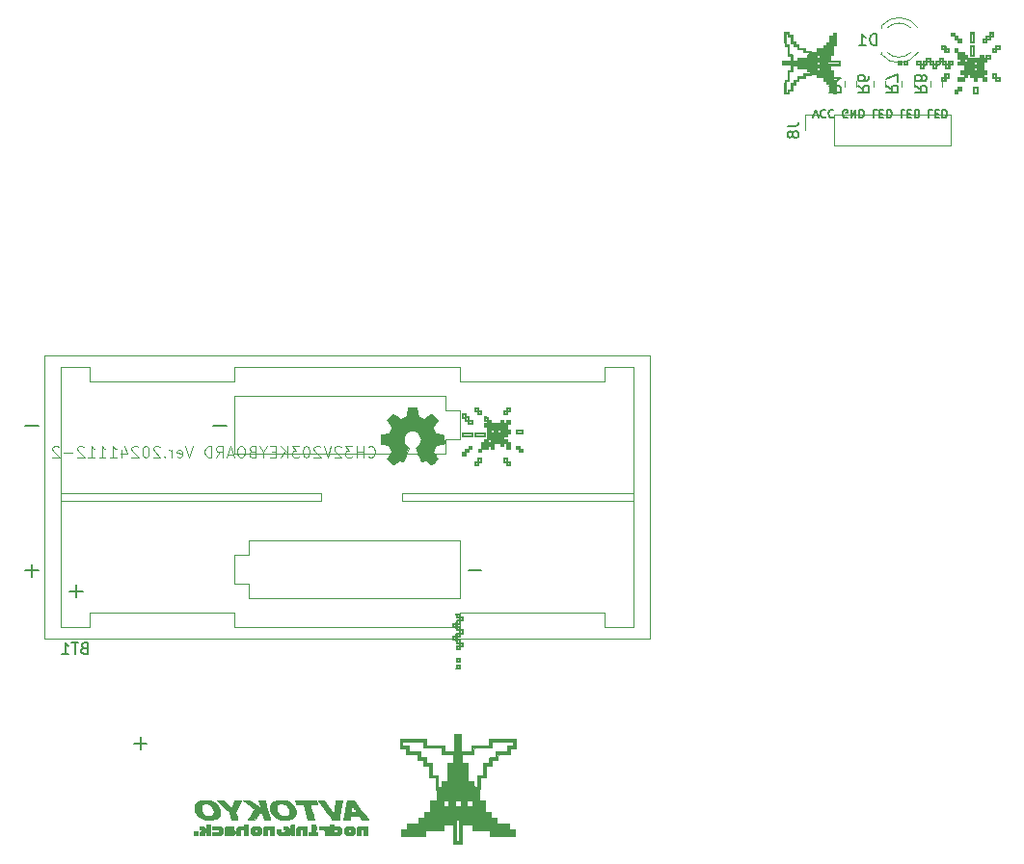
<source format=gbr>
G04 #@! TF.GenerationSoftware,KiCad,Pcbnew,7.0.8-7.0.8~ubuntu22.04.1*
G04 #@! TF.CreationDate,2024-11-12T17:52:49+09:00*
G04 #@! TF.ProjectId,ch32v203KeyBoardBadCable,63683332-7632-4303-934b-6579426f6172,rev?*
G04 #@! TF.SameCoordinates,Original*
G04 #@! TF.FileFunction,Legend,Bot*
G04 #@! TF.FilePolarity,Positive*
%FSLAX46Y46*%
G04 Gerber Fmt 4.6, Leading zero omitted, Abs format (unit mm)*
G04 Created by KiCad (PCBNEW 7.0.8-7.0.8~ubuntu22.04.1) date 2024-11-12 17:52:49*
%MOMM*%
%LPD*%
G01*
G04 APERTURE LIST*
%ADD10C,0.125000*%
%ADD11C,0.175000*%
%ADD12C,0.150000*%
%ADD13C,0.010000*%
%ADD14C,0.120000*%
%ADD15C,0.002540*%
G04 APERTURE END LIST*
D10*
X106193840Y-97020680D02*
X106241459Y-97068300D01*
X106241459Y-97068300D02*
X106384316Y-97115919D01*
X106384316Y-97115919D02*
X106479554Y-97115919D01*
X106479554Y-97115919D02*
X106622411Y-97068300D01*
X106622411Y-97068300D02*
X106717649Y-96973061D01*
X106717649Y-96973061D02*
X106765268Y-96877823D01*
X106765268Y-96877823D02*
X106812887Y-96687347D01*
X106812887Y-96687347D02*
X106812887Y-96544490D01*
X106812887Y-96544490D02*
X106765268Y-96354014D01*
X106765268Y-96354014D02*
X106717649Y-96258776D01*
X106717649Y-96258776D02*
X106622411Y-96163538D01*
X106622411Y-96163538D02*
X106479554Y-96115919D01*
X106479554Y-96115919D02*
X106384316Y-96115919D01*
X106384316Y-96115919D02*
X106241459Y-96163538D01*
X106241459Y-96163538D02*
X106193840Y-96211157D01*
X105765268Y-97115919D02*
X105765268Y-96115919D01*
X105765268Y-96592109D02*
X105193840Y-96592109D01*
X105193840Y-97115919D02*
X105193840Y-96115919D01*
X104812887Y-96115919D02*
X104193840Y-96115919D01*
X104193840Y-96115919D02*
X104527173Y-96496871D01*
X104527173Y-96496871D02*
X104384316Y-96496871D01*
X104384316Y-96496871D02*
X104289078Y-96544490D01*
X104289078Y-96544490D02*
X104241459Y-96592109D01*
X104241459Y-96592109D02*
X104193840Y-96687347D01*
X104193840Y-96687347D02*
X104193840Y-96925442D01*
X104193840Y-96925442D02*
X104241459Y-97020680D01*
X104241459Y-97020680D02*
X104289078Y-97068300D01*
X104289078Y-97068300D02*
X104384316Y-97115919D01*
X104384316Y-97115919D02*
X104670030Y-97115919D01*
X104670030Y-97115919D02*
X104765268Y-97068300D01*
X104765268Y-97068300D02*
X104812887Y-97020680D01*
X103812887Y-96211157D02*
X103765268Y-96163538D01*
X103765268Y-96163538D02*
X103670030Y-96115919D01*
X103670030Y-96115919D02*
X103431935Y-96115919D01*
X103431935Y-96115919D02*
X103336697Y-96163538D01*
X103336697Y-96163538D02*
X103289078Y-96211157D01*
X103289078Y-96211157D02*
X103241459Y-96306395D01*
X103241459Y-96306395D02*
X103241459Y-96401633D01*
X103241459Y-96401633D02*
X103289078Y-96544490D01*
X103289078Y-96544490D02*
X103860506Y-97115919D01*
X103860506Y-97115919D02*
X103241459Y-97115919D01*
X102955744Y-96115919D02*
X102622411Y-97115919D01*
X102622411Y-97115919D02*
X102289078Y-96115919D01*
X102003363Y-96211157D02*
X101955744Y-96163538D01*
X101955744Y-96163538D02*
X101860506Y-96115919D01*
X101860506Y-96115919D02*
X101622411Y-96115919D01*
X101622411Y-96115919D02*
X101527173Y-96163538D01*
X101527173Y-96163538D02*
X101479554Y-96211157D01*
X101479554Y-96211157D02*
X101431935Y-96306395D01*
X101431935Y-96306395D02*
X101431935Y-96401633D01*
X101431935Y-96401633D02*
X101479554Y-96544490D01*
X101479554Y-96544490D02*
X102050982Y-97115919D01*
X102050982Y-97115919D02*
X101431935Y-97115919D01*
X100812887Y-96115919D02*
X100717649Y-96115919D01*
X100717649Y-96115919D02*
X100622411Y-96163538D01*
X100622411Y-96163538D02*
X100574792Y-96211157D01*
X100574792Y-96211157D02*
X100527173Y-96306395D01*
X100527173Y-96306395D02*
X100479554Y-96496871D01*
X100479554Y-96496871D02*
X100479554Y-96734966D01*
X100479554Y-96734966D02*
X100527173Y-96925442D01*
X100527173Y-96925442D02*
X100574792Y-97020680D01*
X100574792Y-97020680D02*
X100622411Y-97068300D01*
X100622411Y-97068300D02*
X100717649Y-97115919D01*
X100717649Y-97115919D02*
X100812887Y-97115919D01*
X100812887Y-97115919D02*
X100908125Y-97068300D01*
X100908125Y-97068300D02*
X100955744Y-97020680D01*
X100955744Y-97020680D02*
X101003363Y-96925442D01*
X101003363Y-96925442D02*
X101050982Y-96734966D01*
X101050982Y-96734966D02*
X101050982Y-96496871D01*
X101050982Y-96496871D02*
X101003363Y-96306395D01*
X101003363Y-96306395D02*
X100955744Y-96211157D01*
X100955744Y-96211157D02*
X100908125Y-96163538D01*
X100908125Y-96163538D02*
X100812887Y-96115919D01*
X100146220Y-96115919D02*
X99527173Y-96115919D01*
X99527173Y-96115919D02*
X99860506Y-96496871D01*
X99860506Y-96496871D02*
X99717649Y-96496871D01*
X99717649Y-96496871D02*
X99622411Y-96544490D01*
X99622411Y-96544490D02*
X99574792Y-96592109D01*
X99574792Y-96592109D02*
X99527173Y-96687347D01*
X99527173Y-96687347D02*
X99527173Y-96925442D01*
X99527173Y-96925442D02*
X99574792Y-97020680D01*
X99574792Y-97020680D02*
X99622411Y-97068300D01*
X99622411Y-97068300D02*
X99717649Y-97115919D01*
X99717649Y-97115919D02*
X100003363Y-97115919D01*
X100003363Y-97115919D02*
X100098601Y-97068300D01*
X100098601Y-97068300D02*
X100146220Y-97020680D01*
X99098601Y-97115919D02*
X99098601Y-96115919D01*
X98527173Y-97115919D02*
X98955744Y-96544490D01*
X98527173Y-96115919D02*
X99098601Y-96687347D01*
X98098601Y-96592109D02*
X97765268Y-96592109D01*
X97622411Y-97115919D02*
X98098601Y-97115919D01*
X98098601Y-97115919D02*
X98098601Y-96115919D01*
X98098601Y-96115919D02*
X97622411Y-96115919D01*
X97003363Y-96639728D02*
X97003363Y-97115919D01*
X97336696Y-96115919D02*
X97003363Y-96639728D01*
X97003363Y-96639728D02*
X96670030Y-96115919D01*
X96003363Y-96592109D02*
X95860506Y-96639728D01*
X95860506Y-96639728D02*
X95812887Y-96687347D01*
X95812887Y-96687347D02*
X95765268Y-96782585D01*
X95765268Y-96782585D02*
X95765268Y-96925442D01*
X95765268Y-96925442D02*
X95812887Y-97020680D01*
X95812887Y-97020680D02*
X95860506Y-97068300D01*
X95860506Y-97068300D02*
X95955744Y-97115919D01*
X95955744Y-97115919D02*
X96336696Y-97115919D01*
X96336696Y-97115919D02*
X96336696Y-96115919D01*
X96336696Y-96115919D02*
X96003363Y-96115919D01*
X96003363Y-96115919D02*
X95908125Y-96163538D01*
X95908125Y-96163538D02*
X95860506Y-96211157D01*
X95860506Y-96211157D02*
X95812887Y-96306395D01*
X95812887Y-96306395D02*
X95812887Y-96401633D01*
X95812887Y-96401633D02*
X95860506Y-96496871D01*
X95860506Y-96496871D02*
X95908125Y-96544490D01*
X95908125Y-96544490D02*
X96003363Y-96592109D01*
X96003363Y-96592109D02*
X96336696Y-96592109D01*
X95146220Y-96115919D02*
X94955744Y-96115919D01*
X94955744Y-96115919D02*
X94860506Y-96163538D01*
X94860506Y-96163538D02*
X94765268Y-96258776D01*
X94765268Y-96258776D02*
X94717649Y-96449252D01*
X94717649Y-96449252D02*
X94717649Y-96782585D01*
X94717649Y-96782585D02*
X94765268Y-96973061D01*
X94765268Y-96973061D02*
X94860506Y-97068300D01*
X94860506Y-97068300D02*
X94955744Y-97115919D01*
X94955744Y-97115919D02*
X95146220Y-97115919D01*
X95146220Y-97115919D02*
X95241458Y-97068300D01*
X95241458Y-97068300D02*
X95336696Y-96973061D01*
X95336696Y-96973061D02*
X95384315Y-96782585D01*
X95384315Y-96782585D02*
X95384315Y-96449252D01*
X95384315Y-96449252D02*
X95336696Y-96258776D01*
X95336696Y-96258776D02*
X95241458Y-96163538D01*
X95241458Y-96163538D02*
X95146220Y-96115919D01*
X94336696Y-96830204D02*
X93860506Y-96830204D01*
X94431934Y-97115919D02*
X94098601Y-96115919D01*
X94098601Y-96115919D02*
X93765268Y-97115919D01*
X92860506Y-97115919D02*
X93193839Y-96639728D01*
X93431934Y-97115919D02*
X93431934Y-96115919D01*
X93431934Y-96115919D02*
X93050982Y-96115919D01*
X93050982Y-96115919D02*
X92955744Y-96163538D01*
X92955744Y-96163538D02*
X92908125Y-96211157D01*
X92908125Y-96211157D02*
X92860506Y-96306395D01*
X92860506Y-96306395D02*
X92860506Y-96449252D01*
X92860506Y-96449252D02*
X92908125Y-96544490D01*
X92908125Y-96544490D02*
X92955744Y-96592109D01*
X92955744Y-96592109D02*
X93050982Y-96639728D01*
X93050982Y-96639728D02*
X93431934Y-96639728D01*
X92431934Y-97115919D02*
X92431934Y-96115919D01*
X92431934Y-96115919D02*
X92193839Y-96115919D01*
X92193839Y-96115919D02*
X92050982Y-96163538D01*
X92050982Y-96163538D02*
X91955744Y-96258776D01*
X91955744Y-96258776D02*
X91908125Y-96354014D01*
X91908125Y-96354014D02*
X91860506Y-96544490D01*
X91860506Y-96544490D02*
X91860506Y-96687347D01*
X91860506Y-96687347D02*
X91908125Y-96877823D01*
X91908125Y-96877823D02*
X91955744Y-96973061D01*
X91955744Y-96973061D02*
X92050982Y-97068300D01*
X92050982Y-97068300D02*
X92193839Y-97115919D01*
X92193839Y-97115919D02*
X92431934Y-97115919D01*
X90812886Y-96115919D02*
X90479553Y-97115919D01*
X90479553Y-97115919D02*
X90146220Y-96115919D01*
X89431934Y-97068300D02*
X89527172Y-97115919D01*
X89527172Y-97115919D02*
X89717648Y-97115919D01*
X89717648Y-97115919D02*
X89812886Y-97068300D01*
X89812886Y-97068300D02*
X89860505Y-96973061D01*
X89860505Y-96973061D02*
X89860505Y-96592109D01*
X89860505Y-96592109D02*
X89812886Y-96496871D01*
X89812886Y-96496871D02*
X89717648Y-96449252D01*
X89717648Y-96449252D02*
X89527172Y-96449252D01*
X89527172Y-96449252D02*
X89431934Y-96496871D01*
X89431934Y-96496871D02*
X89384315Y-96592109D01*
X89384315Y-96592109D02*
X89384315Y-96687347D01*
X89384315Y-96687347D02*
X89860505Y-96782585D01*
X88955743Y-97115919D02*
X88955743Y-96449252D01*
X88955743Y-96639728D02*
X88908124Y-96544490D01*
X88908124Y-96544490D02*
X88860505Y-96496871D01*
X88860505Y-96496871D02*
X88765267Y-96449252D01*
X88765267Y-96449252D02*
X88670029Y-96449252D01*
X88336695Y-97020680D02*
X88289076Y-97068300D01*
X88289076Y-97068300D02*
X88336695Y-97115919D01*
X88336695Y-97115919D02*
X88384314Y-97068300D01*
X88384314Y-97068300D02*
X88336695Y-97020680D01*
X88336695Y-97020680D02*
X88336695Y-97115919D01*
X87908124Y-96211157D02*
X87860505Y-96163538D01*
X87860505Y-96163538D02*
X87765267Y-96115919D01*
X87765267Y-96115919D02*
X87527172Y-96115919D01*
X87527172Y-96115919D02*
X87431934Y-96163538D01*
X87431934Y-96163538D02*
X87384315Y-96211157D01*
X87384315Y-96211157D02*
X87336696Y-96306395D01*
X87336696Y-96306395D02*
X87336696Y-96401633D01*
X87336696Y-96401633D02*
X87384315Y-96544490D01*
X87384315Y-96544490D02*
X87955743Y-97115919D01*
X87955743Y-97115919D02*
X87336696Y-97115919D01*
X86717648Y-96115919D02*
X86622410Y-96115919D01*
X86622410Y-96115919D02*
X86527172Y-96163538D01*
X86527172Y-96163538D02*
X86479553Y-96211157D01*
X86479553Y-96211157D02*
X86431934Y-96306395D01*
X86431934Y-96306395D02*
X86384315Y-96496871D01*
X86384315Y-96496871D02*
X86384315Y-96734966D01*
X86384315Y-96734966D02*
X86431934Y-96925442D01*
X86431934Y-96925442D02*
X86479553Y-97020680D01*
X86479553Y-97020680D02*
X86527172Y-97068300D01*
X86527172Y-97068300D02*
X86622410Y-97115919D01*
X86622410Y-97115919D02*
X86717648Y-97115919D01*
X86717648Y-97115919D02*
X86812886Y-97068300D01*
X86812886Y-97068300D02*
X86860505Y-97020680D01*
X86860505Y-97020680D02*
X86908124Y-96925442D01*
X86908124Y-96925442D02*
X86955743Y-96734966D01*
X86955743Y-96734966D02*
X86955743Y-96496871D01*
X86955743Y-96496871D02*
X86908124Y-96306395D01*
X86908124Y-96306395D02*
X86860505Y-96211157D01*
X86860505Y-96211157D02*
X86812886Y-96163538D01*
X86812886Y-96163538D02*
X86717648Y-96115919D01*
X86003362Y-96211157D02*
X85955743Y-96163538D01*
X85955743Y-96163538D02*
X85860505Y-96115919D01*
X85860505Y-96115919D02*
X85622410Y-96115919D01*
X85622410Y-96115919D02*
X85527172Y-96163538D01*
X85527172Y-96163538D02*
X85479553Y-96211157D01*
X85479553Y-96211157D02*
X85431934Y-96306395D01*
X85431934Y-96306395D02*
X85431934Y-96401633D01*
X85431934Y-96401633D02*
X85479553Y-96544490D01*
X85479553Y-96544490D02*
X86050981Y-97115919D01*
X86050981Y-97115919D02*
X85431934Y-97115919D01*
X84574791Y-96449252D02*
X84574791Y-97115919D01*
X84812886Y-96068300D02*
X85050981Y-96782585D01*
X85050981Y-96782585D02*
X84431934Y-96782585D01*
X83527172Y-97115919D02*
X84098600Y-97115919D01*
X83812886Y-97115919D02*
X83812886Y-96115919D01*
X83812886Y-96115919D02*
X83908124Y-96258776D01*
X83908124Y-96258776D02*
X84003362Y-96354014D01*
X84003362Y-96354014D02*
X84098600Y-96401633D01*
X82574791Y-97115919D02*
X83146219Y-97115919D01*
X82860505Y-97115919D02*
X82860505Y-96115919D01*
X82860505Y-96115919D02*
X82955743Y-96258776D01*
X82955743Y-96258776D02*
X83050981Y-96354014D01*
X83050981Y-96354014D02*
X83146219Y-96401633D01*
X81622410Y-97115919D02*
X82193838Y-97115919D01*
X81908124Y-97115919D02*
X81908124Y-96115919D01*
X81908124Y-96115919D02*
X82003362Y-96258776D01*
X82003362Y-96258776D02*
X82098600Y-96354014D01*
X82098600Y-96354014D02*
X82193838Y-96401633D01*
X81241457Y-96211157D02*
X81193838Y-96163538D01*
X81193838Y-96163538D02*
X81098600Y-96115919D01*
X81098600Y-96115919D02*
X80860505Y-96115919D01*
X80860505Y-96115919D02*
X80765267Y-96163538D01*
X80765267Y-96163538D02*
X80717648Y-96211157D01*
X80717648Y-96211157D02*
X80670029Y-96306395D01*
X80670029Y-96306395D02*
X80670029Y-96401633D01*
X80670029Y-96401633D02*
X80717648Y-96544490D01*
X80717648Y-96544490D02*
X81289076Y-97115919D01*
X81289076Y-97115919D02*
X80670029Y-97115919D01*
X80241457Y-96734966D02*
X79479553Y-96734966D01*
X79050981Y-96211157D02*
X79003362Y-96163538D01*
X79003362Y-96163538D02*
X78908124Y-96115919D01*
X78908124Y-96115919D02*
X78670029Y-96115919D01*
X78670029Y-96115919D02*
X78574791Y-96163538D01*
X78574791Y-96163538D02*
X78527172Y-96211157D01*
X78527172Y-96211157D02*
X78479553Y-96306395D01*
X78479553Y-96306395D02*
X78479553Y-96401633D01*
X78479553Y-96401633D02*
X78527172Y-96544490D01*
X78527172Y-96544490D02*
X79098600Y-97115919D01*
X79098600Y-97115919D02*
X78479553Y-97115919D01*
D11*
X145267397Y-67229566D02*
X145500731Y-66529566D01*
X145500731Y-66529566D02*
X145734064Y-67229566D01*
X146367397Y-66596233D02*
X146334064Y-66562900D01*
X146334064Y-66562900D02*
X146234064Y-66529566D01*
X146234064Y-66529566D02*
X146167397Y-66529566D01*
X146167397Y-66529566D02*
X146067397Y-66562900D01*
X146067397Y-66562900D02*
X146000731Y-66629566D01*
X146000731Y-66629566D02*
X145967397Y-66696233D01*
X145967397Y-66696233D02*
X145934064Y-66829566D01*
X145934064Y-66829566D02*
X145934064Y-66929566D01*
X145934064Y-66929566D02*
X145967397Y-67062900D01*
X145967397Y-67062900D02*
X146000731Y-67129566D01*
X146000731Y-67129566D02*
X146067397Y-67196233D01*
X146067397Y-67196233D02*
X146167397Y-67229566D01*
X146167397Y-67229566D02*
X146234064Y-67229566D01*
X146234064Y-67229566D02*
X146334064Y-67196233D01*
X146334064Y-67196233D02*
X146367397Y-67162900D01*
X147067397Y-66596233D02*
X147034064Y-66562900D01*
X147034064Y-66562900D02*
X146934064Y-66529566D01*
X146934064Y-66529566D02*
X146867397Y-66529566D01*
X146867397Y-66529566D02*
X146767397Y-66562900D01*
X146767397Y-66562900D02*
X146700731Y-66629566D01*
X146700731Y-66629566D02*
X146667397Y-66696233D01*
X146667397Y-66696233D02*
X146634064Y-66829566D01*
X146634064Y-66829566D02*
X146634064Y-66929566D01*
X146634064Y-66929566D02*
X146667397Y-67062900D01*
X146667397Y-67062900D02*
X146700731Y-67129566D01*
X146700731Y-67129566D02*
X146767397Y-67196233D01*
X146767397Y-67196233D02*
X146867397Y-67229566D01*
X146867397Y-67229566D02*
X146934064Y-67229566D01*
X146934064Y-67229566D02*
X147034064Y-67196233D01*
X147034064Y-67196233D02*
X147067397Y-67162900D01*
X148267397Y-67196233D02*
X148200730Y-67229566D01*
X148200730Y-67229566D02*
X148100730Y-67229566D01*
X148100730Y-67229566D02*
X148000730Y-67196233D01*
X148000730Y-67196233D02*
X147934064Y-67129566D01*
X147934064Y-67129566D02*
X147900730Y-67062900D01*
X147900730Y-67062900D02*
X147867397Y-66929566D01*
X147867397Y-66929566D02*
X147867397Y-66829566D01*
X147867397Y-66829566D02*
X147900730Y-66696233D01*
X147900730Y-66696233D02*
X147934064Y-66629566D01*
X147934064Y-66629566D02*
X148000730Y-66562900D01*
X148000730Y-66562900D02*
X148100730Y-66529566D01*
X148100730Y-66529566D02*
X148167397Y-66529566D01*
X148167397Y-66529566D02*
X148267397Y-66562900D01*
X148267397Y-66562900D02*
X148300730Y-66596233D01*
X148300730Y-66596233D02*
X148300730Y-66829566D01*
X148300730Y-66829566D02*
X148167397Y-66829566D01*
X148600730Y-66529566D02*
X148600730Y-67229566D01*
X148600730Y-67229566D02*
X149000730Y-66529566D01*
X149000730Y-66529566D02*
X149000730Y-67229566D01*
X149334063Y-66529566D02*
X149334063Y-67229566D01*
X149334063Y-67229566D02*
X149500730Y-67229566D01*
X149500730Y-67229566D02*
X149600730Y-67196233D01*
X149600730Y-67196233D02*
X149667397Y-67129566D01*
X149667397Y-67129566D02*
X149700730Y-67062900D01*
X149700730Y-67062900D02*
X149734063Y-66929566D01*
X149734063Y-66929566D02*
X149734063Y-66829566D01*
X149734063Y-66829566D02*
X149700730Y-66696233D01*
X149700730Y-66696233D02*
X149667397Y-66629566D01*
X149667397Y-66629566D02*
X149600730Y-66562900D01*
X149600730Y-66562900D02*
X149500730Y-66529566D01*
X149500730Y-66529566D02*
X149334063Y-66529566D01*
X150900730Y-66529566D02*
X150567396Y-66529566D01*
X150567396Y-66529566D02*
X150567396Y-67229566D01*
X151134063Y-66896233D02*
X151367397Y-66896233D01*
X151467397Y-66529566D02*
X151134063Y-66529566D01*
X151134063Y-66529566D02*
X151134063Y-67229566D01*
X151134063Y-67229566D02*
X151467397Y-67229566D01*
X151767396Y-66529566D02*
X151767396Y-67229566D01*
X151767396Y-67229566D02*
X151934063Y-67229566D01*
X151934063Y-67229566D02*
X152034063Y-67196233D01*
X152034063Y-67196233D02*
X152100730Y-67129566D01*
X152100730Y-67129566D02*
X152134063Y-67062900D01*
X152134063Y-67062900D02*
X152167396Y-66929566D01*
X152167396Y-66929566D02*
X152167396Y-66829566D01*
X152167396Y-66829566D02*
X152134063Y-66696233D01*
X152134063Y-66696233D02*
X152100730Y-66629566D01*
X152100730Y-66629566D02*
X152034063Y-66562900D01*
X152034063Y-66562900D02*
X151934063Y-66529566D01*
X151934063Y-66529566D02*
X151767396Y-66529566D01*
X153334063Y-66529566D02*
X153000729Y-66529566D01*
X153000729Y-66529566D02*
X153000729Y-67229566D01*
X153567396Y-66896233D02*
X153800730Y-66896233D01*
X153900730Y-66529566D02*
X153567396Y-66529566D01*
X153567396Y-66529566D02*
X153567396Y-67229566D01*
X153567396Y-67229566D02*
X153900730Y-67229566D01*
X154200729Y-66529566D02*
X154200729Y-67229566D01*
X154200729Y-67229566D02*
X154367396Y-67229566D01*
X154367396Y-67229566D02*
X154467396Y-67196233D01*
X154467396Y-67196233D02*
X154534063Y-67129566D01*
X154534063Y-67129566D02*
X154567396Y-67062900D01*
X154567396Y-67062900D02*
X154600729Y-66929566D01*
X154600729Y-66929566D02*
X154600729Y-66829566D01*
X154600729Y-66829566D02*
X154567396Y-66696233D01*
X154567396Y-66696233D02*
X154534063Y-66629566D01*
X154534063Y-66629566D02*
X154467396Y-66562900D01*
X154467396Y-66562900D02*
X154367396Y-66529566D01*
X154367396Y-66529566D02*
X154200729Y-66529566D01*
X155767396Y-66529566D02*
X155434062Y-66529566D01*
X155434062Y-66529566D02*
X155434062Y-67229566D01*
X156000729Y-66896233D02*
X156234063Y-66896233D01*
X156334063Y-66529566D02*
X156000729Y-66529566D01*
X156000729Y-66529566D02*
X156000729Y-67229566D01*
X156000729Y-67229566D02*
X156334063Y-67229566D01*
X156634062Y-66529566D02*
X156634062Y-67229566D01*
X156634062Y-67229566D02*
X156800729Y-67229566D01*
X156800729Y-67229566D02*
X156900729Y-67196233D01*
X156900729Y-67196233D02*
X156967396Y-67129566D01*
X156967396Y-67129566D02*
X157000729Y-67062900D01*
X157000729Y-67062900D02*
X157034062Y-66929566D01*
X157034062Y-66929566D02*
X157034062Y-66829566D01*
X157034062Y-66829566D02*
X157000729Y-66696233D01*
X157000729Y-66696233D02*
X156967396Y-66629566D01*
X156967396Y-66629566D02*
X156900729Y-66562900D01*
X156900729Y-66562900D02*
X156800729Y-66529566D01*
X156800729Y-66529566D02*
X156634062Y-66529566D01*
D12*
X81261314Y-113875809D02*
X81118457Y-113923428D01*
X81118457Y-113923428D02*
X81070838Y-113971047D01*
X81070838Y-113971047D02*
X81023219Y-114066285D01*
X81023219Y-114066285D02*
X81023219Y-114209142D01*
X81023219Y-114209142D02*
X81070838Y-114304380D01*
X81070838Y-114304380D02*
X81118457Y-114352000D01*
X81118457Y-114352000D02*
X81213695Y-114399619D01*
X81213695Y-114399619D02*
X81594647Y-114399619D01*
X81594647Y-114399619D02*
X81594647Y-113399619D01*
X81594647Y-113399619D02*
X81261314Y-113399619D01*
X81261314Y-113399619D02*
X81166076Y-113447238D01*
X81166076Y-113447238D02*
X81118457Y-113494857D01*
X81118457Y-113494857D02*
X81070838Y-113590095D01*
X81070838Y-113590095D02*
X81070838Y-113685333D01*
X81070838Y-113685333D02*
X81118457Y-113780571D01*
X81118457Y-113780571D02*
X81166076Y-113828190D01*
X81166076Y-113828190D02*
X81261314Y-113875809D01*
X81261314Y-113875809D02*
X81594647Y-113875809D01*
X80737504Y-113399619D02*
X80166076Y-113399619D01*
X80451790Y-114399619D02*
X80451790Y-113399619D01*
X79308933Y-114399619D02*
X79880361Y-114399619D01*
X79594647Y-114399619D02*
X79594647Y-113399619D01*
X79594647Y-113399619D02*
X79689885Y-113542476D01*
X79689885Y-113542476D02*
X79785123Y-113637714D01*
X79785123Y-113637714D02*
X79880361Y-113685333D01*
X93747028Y-94359500D02*
X92604171Y-94359500D01*
X81157028Y-108859500D02*
X80014171Y-108859500D01*
X80585599Y-109430928D02*
X80585599Y-108288071D01*
X77237028Y-94359500D02*
X76094171Y-94359500D01*
X77237028Y-107059500D02*
X76094171Y-107059500D01*
X76665599Y-107630928D02*
X76665599Y-106488071D01*
X116147028Y-107059500D02*
X115004171Y-107059500D01*
X86200300Y-121663371D02*
X86200300Y-122806229D01*
X86771728Y-122234800D02*
X85628871Y-122234800D01*
X150823694Y-60889619D02*
X150823694Y-59889619D01*
X150823694Y-59889619D02*
X150585599Y-59889619D01*
X150585599Y-59889619D02*
X150442742Y-59937238D01*
X150442742Y-59937238D02*
X150347504Y-60032476D01*
X150347504Y-60032476D02*
X150299885Y-60127714D01*
X150299885Y-60127714D02*
X150252266Y-60318190D01*
X150252266Y-60318190D02*
X150252266Y-60461047D01*
X150252266Y-60461047D02*
X150299885Y-60651523D01*
X150299885Y-60651523D02*
X150347504Y-60746761D01*
X150347504Y-60746761D02*
X150442742Y-60842000D01*
X150442742Y-60842000D02*
X150585599Y-60889619D01*
X150585599Y-60889619D02*
X150823694Y-60889619D01*
X149299885Y-60889619D02*
X149871313Y-60889619D01*
X149585599Y-60889619D02*
X149585599Y-59889619D01*
X149585599Y-59889619D02*
X149680837Y-60032476D01*
X149680837Y-60032476D02*
X149776075Y-60127714D01*
X149776075Y-60127714D02*
X149871313Y-60175333D01*
X151710780Y-64426466D02*
X152186971Y-64759799D01*
X151710780Y-64997894D02*
X152710780Y-64997894D01*
X152710780Y-64997894D02*
X152710780Y-64616942D01*
X152710780Y-64616942D02*
X152663161Y-64521704D01*
X152663161Y-64521704D02*
X152615542Y-64474085D01*
X152615542Y-64474085D02*
X152520304Y-64426466D01*
X152520304Y-64426466D02*
X152377447Y-64426466D01*
X152377447Y-64426466D02*
X152282209Y-64474085D01*
X152282209Y-64474085D02*
X152234590Y-64521704D01*
X152234590Y-64521704D02*
X152186971Y-64616942D01*
X152186971Y-64616942D02*
X152186971Y-64997894D01*
X152710780Y-64093132D02*
X152710780Y-63426466D01*
X152710780Y-63426466D02*
X151710780Y-63855037D01*
X143010419Y-68001466D02*
X143724704Y-68001466D01*
X143724704Y-68001466D02*
X143867561Y-67953847D01*
X143867561Y-67953847D02*
X143962800Y-67858609D01*
X143962800Y-67858609D02*
X144010419Y-67715752D01*
X144010419Y-67715752D02*
X144010419Y-67620514D01*
X143438990Y-68620514D02*
X143391371Y-68525276D01*
X143391371Y-68525276D02*
X143343752Y-68477657D01*
X143343752Y-68477657D02*
X143248514Y-68430038D01*
X143248514Y-68430038D02*
X143200895Y-68430038D01*
X143200895Y-68430038D02*
X143105657Y-68477657D01*
X143105657Y-68477657D02*
X143058038Y-68525276D01*
X143058038Y-68525276D02*
X143010419Y-68620514D01*
X143010419Y-68620514D02*
X143010419Y-68810990D01*
X143010419Y-68810990D02*
X143058038Y-68906228D01*
X143058038Y-68906228D02*
X143105657Y-68953847D01*
X143105657Y-68953847D02*
X143200895Y-69001466D01*
X143200895Y-69001466D02*
X143248514Y-69001466D01*
X143248514Y-69001466D02*
X143343752Y-68953847D01*
X143343752Y-68953847D02*
X143391371Y-68906228D01*
X143391371Y-68906228D02*
X143438990Y-68810990D01*
X143438990Y-68810990D02*
X143438990Y-68620514D01*
X143438990Y-68620514D02*
X143486609Y-68525276D01*
X143486609Y-68525276D02*
X143534228Y-68477657D01*
X143534228Y-68477657D02*
X143629466Y-68430038D01*
X143629466Y-68430038D02*
X143819942Y-68430038D01*
X143819942Y-68430038D02*
X143915180Y-68477657D01*
X143915180Y-68477657D02*
X143962800Y-68525276D01*
X143962800Y-68525276D02*
X144010419Y-68620514D01*
X144010419Y-68620514D02*
X144010419Y-68810990D01*
X144010419Y-68810990D02*
X143962800Y-68906228D01*
X143962800Y-68906228D02*
X143915180Y-68953847D01*
X143915180Y-68953847D02*
X143819942Y-69001466D01*
X143819942Y-69001466D02*
X143629466Y-69001466D01*
X143629466Y-69001466D02*
X143534228Y-68953847D01*
X143534228Y-68953847D02*
X143486609Y-68906228D01*
X143486609Y-68906228D02*
X143438990Y-68810990D01*
X146690780Y-64426466D02*
X147166971Y-64759799D01*
X146690780Y-64997894D02*
X147690780Y-64997894D01*
X147690780Y-64997894D02*
X147690780Y-64616942D01*
X147690780Y-64616942D02*
X147643161Y-64521704D01*
X147643161Y-64521704D02*
X147595542Y-64474085D01*
X147595542Y-64474085D02*
X147500304Y-64426466D01*
X147500304Y-64426466D02*
X147357447Y-64426466D01*
X147357447Y-64426466D02*
X147262209Y-64474085D01*
X147262209Y-64474085D02*
X147214590Y-64521704D01*
X147214590Y-64521704D02*
X147166971Y-64616942D01*
X147166971Y-64616942D02*
X147166971Y-64997894D01*
X146690780Y-63474085D02*
X146690780Y-64045513D01*
X146690780Y-63759799D02*
X147690780Y-63759799D01*
X147690780Y-63759799D02*
X147547923Y-63855037D01*
X147547923Y-63855037D02*
X147452685Y-63950275D01*
X147452685Y-63950275D02*
X147405066Y-64045513D01*
X149200780Y-64426466D02*
X149676971Y-64759799D01*
X149200780Y-64997894D02*
X150200780Y-64997894D01*
X150200780Y-64997894D02*
X150200780Y-64616942D01*
X150200780Y-64616942D02*
X150153161Y-64521704D01*
X150153161Y-64521704D02*
X150105542Y-64474085D01*
X150105542Y-64474085D02*
X150010304Y-64426466D01*
X150010304Y-64426466D02*
X149867447Y-64426466D01*
X149867447Y-64426466D02*
X149772209Y-64474085D01*
X149772209Y-64474085D02*
X149724590Y-64521704D01*
X149724590Y-64521704D02*
X149676971Y-64616942D01*
X149676971Y-64616942D02*
X149676971Y-64997894D01*
X150200780Y-63569323D02*
X150200780Y-63759799D01*
X150200780Y-63759799D02*
X150153161Y-63855037D01*
X150153161Y-63855037D02*
X150105542Y-63902656D01*
X150105542Y-63902656D02*
X149962685Y-63997894D01*
X149962685Y-63997894D02*
X149772209Y-64045513D01*
X149772209Y-64045513D02*
X149391257Y-64045513D01*
X149391257Y-64045513D02*
X149296019Y-63997894D01*
X149296019Y-63997894D02*
X149248400Y-63950275D01*
X149248400Y-63950275D02*
X149200780Y-63855037D01*
X149200780Y-63855037D02*
X149200780Y-63664561D01*
X149200780Y-63664561D02*
X149248400Y-63569323D01*
X149248400Y-63569323D02*
X149296019Y-63521704D01*
X149296019Y-63521704D02*
X149391257Y-63474085D01*
X149391257Y-63474085D02*
X149629352Y-63474085D01*
X149629352Y-63474085D02*
X149724590Y-63521704D01*
X149724590Y-63521704D02*
X149772209Y-63569323D01*
X149772209Y-63569323D02*
X149819828Y-63664561D01*
X149819828Y-63664561D02*
X149819828Y-63855037D01*
X149819828Y-63855037D02*
X149772209Y-63950275D01*
X149772209Y-63950275D02*
X149724590Y-63997894D01*
X149724590Y-63997894D02*
X149629352Y-64045513D01*
X154220780Y-64426466D02*
X154696971Y-64759799D01*
X154220780Y-64997894D02*
X155220780Y-64997894D01*
X155220780Y-64997894D02*
X155220780Y-64616942D01*
X155220780Y-64616942D02*
X155173161Y-64521704D01*
X155173161Y-64521704D02*
X155125542Y-64474085D01*
X155125542Y-64474085D02*
X155030304Y-64426466D01*
X155030304Y-64426466D02*
X154887447Y-64426466D01*
X154887447Y-64426466D02*
X154792209Y-64474085D01*
X154792209Y-64474085D02*
X154744590Y-64521704D01*
X154744590Y-64521704D02*
X154696971Y-64616942D01*
X154696971Y-64616942D02*
X154696971Y-64997894D01*
X154792209Y-63855037D02*
X154839828Y-63950275D01*
X154839828Y-63950275D02*
X154887447Y-63997894D01*
X154887447Y-63997894D02*
X154982685Y-64045513D01*
X154982685Y-64045513D02*
X155030304Y-64045513D01*
X155030304Y-64045513D02*
X155125542Y-63997894D01*
X155125542Y-63997894D02*
X155173161Y-63950275D01*
X155173161Y-63950275D02*
X155220780Y-63855037D01*
X155220780Y-63855037D02*
X155220780Y-63664561D01*
X155220780Y-63664561D02*
X155173161Y-63569323D01*
X155173161Y-63569323D02*
X155125542Y-63521704D01*
X155125542Y-63521704D02*
X155030304Y-63474085D01*
X155030304Y-63474085D02*
X154982685Y-63474085D01*
X154982685Y-63474085D02*
X154887447Y-63521704D01*
X154887447Y-63521704D02*
X154839828Y-63569323D01*
X154839828Y-63569323D02*
X154792209Y-63664561D01*
X154792209Y-63664561D02*
X154792209Y-63855037D01*
X154792209Y-63855037D02*
X154744590Y-63950275D01*
X154744590Y-63950275D02*
X154696971Y-63997894D01*
X154696971Y-63997894D02*
X154601733Y-64045513D01*
X154601733Y-64045513D02*
X154411257Y-64045513D01*
X154411257Y-64045513D02*
X154316019Y-63997894D01*
X154316019Y-63997894D02*
X154268400Y-63950275D01*
X154268400Y-63950275D02*
X154220780Y-63855037D01*
X154220780Y-63855037D02*
X154220780Y-63664561D01*
X154220780Y-63664561D02*
X154268400Y-63569323D01*
X154268400Y-63569323D02*
X154316019Y-63521704D01*
X154316019Y-63521704D02*
X154411257Y-63474085D01*
X154411257Y-63474085D02*
X154601733Y-63474085D01*
X154601733Y-63474085D02*
X154696971Y-63521704D01*
X154696971Y-63521704D02*
X154744590Y-63569323D01*
X154744590Y-63569323D02*
X154792209Y-63664561D01*
D13*
X118406400Y-97429200D02*
X118677333Y-97429200D01*
X118677333Y-97530800D01*
X118677333Y-97801733D01*
X118304800Y-97801733D01*
X118304800Y-97717067D01*
X118406400Y-97717067D01*
X118592667Y-97717067D01*
X118592667Y-97530800D01*
X118406400Y-97530800D01*
X118406400Y-97717067D01*
X118304800Y-97717067D01*
X118304800Y-97530800D01*
X118033867Y-97530800D01*
X118033867Y-97429200D01*
X118118534Y-97429200D01*
X118304800Y-97429200D01*
X118304800Y-97242933D01*
X118118534Y-97242933D01*
X118118534Y-97429200D01*
X118033867Y-97429200D01*
X118033867Y-97158267D01*
X118406400Y-97158267D01*
X118406400Y-97242933D01*
X118406400Y-97429200D01*
G36*
X118406400Y-97429200D02*
G01*
X118677333Y-97429200D01*
X118677333Y-97530800D01*
X118677333Y-97801733D01*
X118304800Y-97801733D01*
X118304800Y-97717067D01*
X118406400Y-97717067D01*
X118592667Y-97717067D01*
X118592667Y-97530800D01*
X118406400Y-97530800D01*
X118406400Y-97717067D01*
X118304800Y-97717067D01*
X118304800Y-97530800D01*
X118033867Y-97530800D01*
X118033867Y-97429200D01*
X118118534Y-97429200D01*
X118304800Y-97429200D01*
X118304800Y-97242933D01*
X118118534Y-97242933D01*
X118118534Y-97429200D01*
X118033867Y-97429200D01*
X118033867Y-97158267D01*
X118406400Y-97158267D01*
X118406400Y-97242933D01*
X118406400Y-97429200D01*
G37*
X116154267Y-97530800D02*
X115883334Y-97530800D01*
X115883334Y-97801733D01*
X115509654Y-97801733D01*
X115511890Y-97717067D01*
X115595467Y-97717067D01*
X115798667Y-97717067D01*
X115798667Y-97530800D01*
X115595467Y-97530800D01*
X115595467Y-97717067D01*
X115511890Y-97717067D01*
X115514461Y-97619700D01*
X115519267Y-97437667D01*
X115658967Y-97432748D01*
X115759751Y-97429200D01*
X115883334Y-97429200D01*
X116069600Y-97429200D01*
X116069600Y-97242933D01*
X115883334Y-97242933D01*
X115883334Y-97429200D01*
X115759751Y-97429200D01*
X115798667Y-97427830D01*
X115798667Y-97158267D01*
X116154267Y-97158267D01*
X116154267Y-97242933D01*
X116154267Y-97530800D01*
G36*
X116154267Y-97530800D02*
G01*
X115883334Y-97530800D01*
X115883334Y-97801733D01*
X115509654Y-97801733D01*
X115511890Y-97717067D01*
X115595467Y-97717067D01*
X115798667Y-97717067D01*
X115798667Y-97530800D01*
X115595467Y-97530800D01*
X115595467Y-97717067D01*
X115511890Y-97717067D01*
X115514461Y-97619700D01*
X115519267Y-97437667D01*
X115658967Y-97432748D01*
X115759751Y-97429200D01*
X115883334Y-97429200D01*
X116069600Y-97429200D01*
X116069600Y-97242933D01*
X115883334Y-97242933D01*
X115883334Y-97429200D01*
X115759751Y-97429200D01*
X115798667Y-97427830D01*
X115798667Y-97158267D01*
X116154267Y-97158267D01*
X116154267Y-97242933D01*
X116154267Y-97530800D01*
G37*
X115290667Y-96379333D02*
X115019733Y-96379333D01*
X115019733Y-96650266D01*
X114731867Y-96650266D01*
X114731867Y-96938133D01*
X114427067Y-96938133D01*
X114427067Y-96633333D01*
X114696631Y-96633333D01*
X114706467Y-96353933D01*
X114985867Y-96344097D01*
X114985867Y-96074533D01*
X115290667Y-96074533D01*
X115290667Y-96379333D01*
G36*
X115290667Y-96379333D02*
G01*
X115019733Y-96379333D01*
X115019733Y-96650266D01*
X114731867Y-96650266D01*
X114731867Y-96938133D01*
X114427067Y-96938133D01*
X114427067Y-96633333D01*
X114696631Y-96633333D01*
X114706467Y-96353933D01*
X114985867Y-96344097D01*
X114985867Y-96074533D01*
X115290667Y-96074533D01*
X115290667Y-96379333D01*
G37*
X119490133Y-96345466D02*
X119761067Y-96345466D01*
X119761067Y-96650266D01*
X119456267Y-96650266D01*
X119456267Y-96379333D01*
X119185333Y-96379333D01*
X119185333Y-96074533D01*
X119490133Y-96074533D01*
X119490133Y-96345466D01*
G36*
X119490133Y-96345466D02*
G01*
X119761067Y-96345466D01*
X119761067Y-96650266D01*
X119456267Y-96650266D01*
X119456267Y-96379333D01*
X119185333Y-96379333D01*
X119185333Y-96074533D01*
X119490133Y-96074533D01*
X119490133Y-96345466D01*
G37*
X116726402Y-93682700D02*
X116731271Y-93839333D01*
X116967067Y-93839333D01*
X116967067Y-94110267D01*
X117779867Y-94110267D01*
X117779867Y-93839333D01*
X118084667Y-93839333D01*
X118084667Y-94110267D01*
X118338667Y-94110267D01*
X118338667Y-93839333D01*
X118643467Y-93839333D01*
X118643467Y-94144133D01*
X118372533Y-94144133D01*
X118372533Y-94669066D01*
X118643467Y-94669066D01*
X118643467Y-94702933D01*
X118643467Y-94973867D01*
X118372533Y-94973867D01*
X118372533Y-95261733D01*
X118084667Y-95261733D01*
X118084667Y-95515733D01*
X118372533Y-95515733D01*
X118372533Y-95786667D01*
X118643467Y-95786667D01*
X118643467Y-96379333D01*
X118338667Y-96379333D01*
X118338667Y-95820533D01*
X118084667Y-95820533D01*
X118084667Y-96091466D01*
X117779867Y-96091466D01*
X117779867Y-95820533D01*
X117255772Y-95820533D01*
X117251120Y-96095700D01*
X117246467Y-96370866D01*
X117098995Y-96375749D01*
X116951524Y-96380631D01*
X116946595Y-96240282D01*
X116941667Y-96099933D01*
X116697527Y-96090011D01*
X116692597Y-96230439D01*
X116687667Y-96370866D01*
X116412500Y-96375519D01*
X116137334Y-96380172D01*
X116137334Y-96650266D01*
X115832534Y-96650266D01*
X115832534Y-96345466D01*
X116103467Y-96345466D01*
X116103467Y-95786667D01*
X116391334Y-95786667D01*
X116677716Y-95786667D01*
X116950133Y-95786667D01*
X116950133Y-95531242D01*
X116818900Y-95536188D01*
X116687667Y-95541133D01*
X116682692Y-95663900D01*
X116677716Y-95786667D01*
X116391334Y-95786667D01*
X116391334Y-95515733D01*
X116662267Y-95515733D01*
X116662267Y-94956933D01*
X116967067Y-94956933D01*
X117221067Y-94956933D01*
X117221067Y-94702933D01*
X117525867Y-94702933D01*
X117525867Y-94956933D01*
X117779867Y-94956933D01*
X117779867Y-94702933D01*
X117525867Y-94702933D01*
X117221067Y-94702933D01*
X116967067Y-94702933D01*
X116967067Y-94956933D01*
X116662267Y-94956933D01*
X116662267Y-94415066D01*
X116391334Y-94415066D01*
X116391334Y-94110267D01*
X116662267Y-94110267D01*
X116662267Y-93890133D01*
X116357467Y-93890133D01*
X116357467Y-93805467D01*
X116442134Y-93805467D01*
X116628400Y-93805467D01*
X116628400Y-93619200D01*
X116442134Y-93619200D01*
X116442134Y-93805467D01*
X116357467Y-93805467D01*
X116357467Y-93516454D01*
X116721533Y-93526066D01*
X116724429Y-93619200D01*
X116726402Y-93682700D01*
G36*
X116726402Y-93682700D02*
G01*
X116731271Y-93839333D01*
X116967067Y-93839333D01*
X116967067Y-94110267D01*
X117779867Y-94110267D01*
X117779867Y-93839333D01*
X118084667Y-93839333D01*
X118084667Y-94110267D01*
X118338667Y-94110267D01*
X118338667Y-93839333D01*
X118643467Y-93839333D01*
X118643467Y-94144133D01*
X118372533Y-94144133D01*
X118372533Y-94669066D01*
X118643467Y-94669066D01*
X118643467Y-94702933D01*
X118643467Y-94973867D01*
X118372533Y-94973867D01*
X118372533Y-95261733D01*
X118084667Y-95261733D01*
X118084667Y-95515733D01*
X118372533Y-95515733D01*
X118372533Y-95786667D01*
X118643467Y-95786667D01*
X118643467Y-96379333D01*
X118338667Y-96379333D01*
X118338667Y-95820533D01*
X118084667Y-95820533D01*
X118084667Y-96091466D01*
X117779867Y-96091466D01*
X117779867Y-95820533D01*
X117255772Y-95820533D01*
X117251120Y-96095700D01*
X117246467Y-96370866D01*
X117098995Y-96375749D01*
X116951524Y-96380631D01*
X116946595Y-96240282D01*
X116941667Y-96099933D01*
X116697527Y-96090011D01*
X116692597Y-96230439D01*
X116687667Y-96370866D01*
X116412500Y-96375519D01*
X116137334Y-96380172D01*
X116137334Y-96650266D01*
X115832534Y-96650266D01*
X115832534Y-96345466D01*
X116103467Y-96345466D01*
X116103467Y-95786667D01*
X116391334Y-95786667D01*
X116677716Y-95786667D01*
X116950133Y-95786667D01*
X116950133Y-95531242D01*
X116818900Y-95536188D01*
X116687667Y-95541133D01*
X116682692Y-95663900D01*
X116677716Y-95786667D01*
X116391334Y-95786667D01*
X116391334Y-95515733D01*
X116662267Y-95515733D01*
X116662267Y-94956933D01*
X116967067Y-94956933D01*
X117221067Y-94956933D01*
X117221067Y-94702933D01*
X117525867Y-94702933D01*
X117525867Y-94956933D01*
X117779867Y-94956933D01*
X117779867Y-94702933D01*
X117525867Y-94702933D01*
X117221067Y-94702933D01*
X116967067Y-94702933D01*
X116967067Y-94956933D01*
X116662267Y-94956933D01*
X116662267Y-94415066D01*
X116391334Y-94415066D01*
X116391334Y-94110267D01*
X116662267Y-94110267D01*
X116662267Y-93890133D01*
X116357467Y-93890133D01*
X116357467Y-93805467D01*
X116442134Y-93805467D01*
X116628400Y-93805467D01*
X116628400Y-93619200D01*
X116442134Y-93619200D01*
X116442134Y-93805467D01*
X116357467Y-93805467D01*
X116357467Y-93516454D01*
X116721533Y-93526066D01*
X116724429Y-93619200D01*
X116726402Y-93682700D01*
G37*
X116442134Y-95296144D02*
X115980700Y-95291639D01*
X115519267Y-95287133D01*
X115516808Y-95194000D01*
X115595467Y-95194000D01*
X116357467Y-95194000D01*
X116357467Y-95007733D01*
X115595467Y-95007733D01*
X115595467Y-95194000D01*
X115516808Y-95194000D01*
X115514461Y-95105100D01*
X115509654Y-94923067D01*
X116442134Y-94923067D01*
X116442134Y-95007733D01*
X116442134Y-95296144D01*
G36*
X116442134Y-95296144D02*
G01*
X115980700Y-95291639D01*
X115519267Y-95287133D01*
X115516808Y-95194000D01*
X115595467Y-95194000D01*
X116357467Y-95194000D01*
X116357467Y-95007733D01*
X115595467Y-95007733D01*
X115595467Y-95194000D01*
X115516808Y-95194000D01*
X115514461Y-95105100D01*
X115509654Y-94923067D01*
X116442134Y-94923067D01*
X116442134Y-95007733D01*
X116442134Y-95296144D01*
G37*
X115324533Y-95295600D02*
X114393200Y-95295600D01*
X114393200Y-95007733D01*
X114476177Y-95007733D01*
X114486333Y-95202467D01*
X114851490Y-95207021D01*
X114893223Y-95207465D01*
X114997413Y-95207870D01*
X115088101Y-95207227D01*
X115160197Y-95205632D01*
X115208612Y-95203180D01*
X115228256Y-95199966D01*
X115232663Y-95188764D01*
X115237846Y-95150818D01*
X115239867Y-95098044D01*
X115239867Y-95007733D01*
X114476177Y-95007733D01*
X114393200Y-95007733D01*
X114393200Y-94923067D01*
X115324533Y-94923067D01*
X115324533Y-95007733D01*
X115324533Y-95295600D01*
G36*
X115324533Y-95295600D02*
G01*
X114393200Y-95295600D01*
X114393200Y-95007733D01*
X114476177Y-95007733D01*
X114486333Y-95202467D01*
X114851490Y-95207021D01*
X114893223Y-95207465D01*
X114997413Y-95207870D01*
X115088101Y-95207227D01*
X115160197Y-95205632D01*
X115208612Y-95203180D01*
X115228256Y-95199966D01*
X115232663Y-95188764D01*
X115237846Y-95150818D01*
X115239867Y-95098044D01*
X115239867Y-95007733D01*
X114476177Y-95007733D01*
X114393200Y-95007733D01*
X114393200Y-94923067D01*
X115324533Y-94923067D01*
X115324533Y-95007733D01*
X115324533Y-95295600D01*
G37*
X119794933Y-95007733D02*
X119151467Y-95007733D01*
X119151467Y-94923067D01*
X119236133Y-94923067D01*
X119710267Y-94923067D01*
X119710267Y-94719866D01*
X119236133Y-94719866D01*
X119236133Y-94923067D01*
X119151467Y-94923067D01*
X119151467Y-94635200D01*
X119794933Y-94635200D01*
X119794933Y-94719866D01*
X119794933Y-95007733D01*
G36*
X119794933Y-95007733D02*
G01*
X119151467Y-95007733D01*
X119151467Y-94923067D01*
X119236133Y-94923067D01*
X119710267Y-94923067D01*
X119710267Y-94719866D01*
X119236133Y-94719866D01*
X119236133Y-94923067D01*
X119151467Y-94923067D01*
X119151467Y-94635200D01*
X119794933Y-94635200D01*
X119794933Y-94719866D01*
X119794933Y-95007733D01*
G37*
X114765733Y-93517600D02*
X115036667Y-93517600D01*
X115036667Y-93602266D01*
X115036667Y-93805467D01*
X115324533Y-93805467D01*
X115324533Y-93890133D01*
X115324533Y-94178000D01*
X114952000Y-94178000D01*
X114952000Y-93890133D01*
X115034977Y-93890133D01*
X115045133Y-94084867D01*
X115130451Y-94089861D01*
X115160933Y-94090842D01*
X115205229Y-94088824D01*
X115227817Y-94082805D01*
X115232384Y-94071465D01*
X115237768Y-94033320D01*
X115239867Y-93980444D01*
X115239867Y-93890133D01*
X115034977Y-93890133D01*
X114952000Y-93890133D01*
X114681067Y-93890133D01*
X114681067Y-93805467D01*
X114765733Y-93805467D01*
X114952000Y-93805467D01*
X114952000Y-93602266D01*
X114765733Y-93602266D01*
X114765733Y-93805467D01*
X114681067Y-93805467D01*
X114681067Y-93619200D01*
X114393200Y-93619200D01*
X114393200Y-93331333D01*
X114476177Y-93331333D01*
X114481255Y-93428700D01*
X114486333Y-93526066D01*
X114571651Y-93531061D01*
X114602133Y-93532042D01*
X114646429Y-93530024D01*
X114669017Y-93524005D01*
X114673584Y-93512665D01*
X114678968Y-93474520D01*
X114681067Y-93421644D01*
X114681067Y-93331333D01*
X114476177Y-93331333D01*
X114393200Y-93331333D01*
X114393200Y-93246667D01*
X114765733Y-93246667D01*
X114765733Y-93331333D01*
X114765733Y-93517600D01*
G36*
X114765733Y-93517600D02*
G01*
X115036667Y-93517600D01*
X115036667Y-93602266D01*
X115036667Y-93805467D01*
X115324533Y-93805467D01*
X115324533Y-93890133D01*
X115324533Y-94178000D01*
X114952000Y-94178000D01*
X114952000Y-93890133D01*
X115034977Y-93890133D01*
X115045133Y-94084867D01*
X115130451Y-94089861D01*
X115160933Y-94090842D01*
X115205229Y-94088824D01*
X115227817Y-94082805D01*
X115232384Y-94071465D01*
X115237768Y-94033320D01*
X115239867Y-93980444D01*
X115239867Y-93890133D01*
X115034977Y-93890133D01*
X114952000Y-93890133D01*
X114681067Y-93890133D01*
X114681067Y-93805467D01*
X114765733Y-93805467D01*
X114952000Y-93805467D01*
X114952000Y-93602266D01*
X114765733Y-93602266D01*
X114765733Y-93805467D01*
X114681067Y-93805467D01*
X114681067Y-93619200D01*
X114393200Y-93619200D01*
X114393200Y-93331333D01*
X114476177Y-93331333D01*
X114481255Y-93428700D01*
X114486333Y-93526066D01*
X114571651Y-93531061D01*
X114602133Y-93532042D01*
X114646429Y-93530024D01*
X114669017Y-93524005D01*
X114673584Y-93512665D01*
X114678968Y-93474520D01*
X114681067Y-93421644D01*
X114681067Y-93331333D01*
X114476177Y-93331333D01*
X114393200Y-93331333D01*
X114393200Y-93246667D01*
X114765733Y-93246667D01*
X114765733Y-93331333D01*
X114765733Y-93517600D01*
G37*
X118677333Y-93060400D02*
X118406400Y-93060400D01*
X118406400Y-93331333D01*
X118033867Y-93331333D01*
X118033867Y-93246667D01*
X118118534Y-93246667D01*
X118304800Y-93246667D01*
X118304800Y-93060400D01*
X118118534Y-93060400D01*
X118118534Y-93246667D01*
X118033867Y-93246667D01*
X118033867Y-92958800D01*
X118304800Y-92958800D01*
X118406400Y-92958800D01*
X118592667Y-92958800D01*
X118592667Y-92772533D01*
X118406400Y-92772533D01*
X118406400Y-92958800D01*
X118304800Y-92958800D01*
X118304800Y-92687867D01*
X118677333Y-92687867D01*
X118677333Y-92772533D01*
X118677333Y-93060400D01*
G36*
X118677333Y-93060400D02*
G01*
X118406400Y-93060400D01*
X118406400Y-93331333D01*
X118033867Y-93331333D01*
X118033867Y-93246667D01*
X118118534Y-93246667D01*
X118304800Y-93246667D01*
X118304800Y-93060400D01*
X118118534Y-93060400D01*
X118118534Y-93246667D01*
X118033867Y-93246667D01*
X118033867Y-92958800D01*
X118304800Y-92958800D01*
X118406400Y-92958800D01*
X118592667Y-92958800D01*
X118592667Y-92772533D01*
X118406400Y-92772533D01*
X118406400Y-92958800D01*
X118304800Y-92958800D01*
X118304800Y-92687867D01*
X118677333Y-92687867D01*
X118677333Y-92772533D01*
X118677333Y-93060400D01*
G37*
X115883334Y-92958800D02*
X116154267Y-92958800D01*
X116154267Y-93060400D01*
X116154267Y-93331333D01*
X115798667Y-93331333D01*
X115798667Y-93246667D01*
X115883334Y-93246667D01*
X116069600Y-93246667D01*
X116069600Y-93060400D01*
X115883334Y-93060400D01*
X115883334Y-93246667D01*
X115798667Y-93246667D01*
X115798667Y-93061769D01*
X115519267Y-93051933D01*
X115516808Y-92958800D01*
X115595467Y-92958800D01*
X115798667Y-92958800D01*
X115798667Y-92772533D01*
X115595467Y-92772533D01*
X115595467Y-92958800D01*
X115516808Y-92958800D01*
X115514461Y-92869900D01*
X115509654Y-92687867D01*
X115883334Y-92687867D01*
X115883334Y-92772533D01*
X115883334Y-92958800D01*
G36*
X115883334Y-92958800D02*
G01*
X116154267Y-92958800D01*
X116154267Y-93060400D01*
X116154267Y-93331333D01*
X115798667Y-93331333D01*
X115798667Y-93246667D01*
X115883334Y-93246667D01*
X116069600Y-93246667D01*
X116069600Y-93060400D01*
X115883334Y-93060400D01*
X115883334Y-93246667D01*
X115798667Y-93246667D01*
X115798667Y-93061769D01*
X115519267Y-93051933D01*
X115516808Y-92958800D01*
X115595467Y-92958800D01*
X115798667Y-92958800D01*
X115798667Y-92772533D01*
X115595467Y-92772533D01*
X115595467Y-92958800D01*
X115516808Y-92958800D01*
X115514461Y-92869900D01*
X115509654Y-92687867D01*
X115883334Y-92687867D01*
X115883334Y-92772533D01*
X115883334Y-92958800D01*
G37*
X114268206Y-115484234D02*
X114273012Y-115666267D01*
X113881254Y-115666267D01*
X113883489Y-115581600D01*
X113983999Y-115581600D01*
X114170266Y-115581600D01*
X114170266Y-115395334D01*
X113983999Y-115395334D01*
X113983999Y-115581600D01*
X113883489Y-115581600D01*
X113886060Y-115484234D01*
X113890866Y-115302200D01*
X114263399Y-115302200D01*
X114265859Y-115395334D01*
X114268206Y-115484234D01*
G36*
X114268206Y-115484234D02*
G01*
X114273012Y-115666267D01*
X113881254Y-115666267D01*
X113883489Y-115581600D01*
X113983999Y-115581600D01*
X114170266Y-115581600D01*
X114170266Y-115395334D01*
X113983999Y-115395334D01*
X113983999Y-115581600D01*
X113883489Y-115581600D01*
X113886060Y-115484234D01*
X113890866Y-115302200D01*
X114263399Y-115302200D01*
X114265859Y-115395334D01*
X114268206Y-115484234D01*
G37*
X114268307Y-114902997D02*
X114269207Y-114940779D01*
X114269421Y-115008123D01*
X114267750Y-115059351D01*
X114264385Y-115085606D01*
X114263257Y-115087897D01*
X114248474Y-115097595D01*
X114215284Y-115103155D01*
X114158568Y-115105064D01*
X114073210Y-115103810D01*
X113890866Y-115099000D01*
X113890866Y-115022800D01*
X113983999Y-115022800D01*
X114170266Y-115022800D01*
X114170266Y-114836533D01*
X113983999Y-114836533D01*
X113983999Y-115022800D01*
X113890866Y-115022800D01*
X113890866Y-114743400D01*
X114263399Y-114743400D01*
X114266264Y-114836533D01*
X114268307Y-114902997D01*
G36*
X114268307Y-114902997D02*
G01*
X114269207Y-114940779D01*
X114269421Y-115008123D01*
X114267750Y-115059351D01*
X114264385Y-115085606D01*
X114263257Y-115087897D01*
X114248474Y-115097595D01*
X114215284Y-115103155D01*
X114158568Y-115105064D01*
X114073210Y-115103810D01*
X113890866Y-115099000D01*
X113890866Y-115022800D01*
X113983999Y-115022800D01*
X114170266Y-115022800D01*
X114170266Y-114836533D01*
X113983999Y-114836533D01*
X113983999Y-115022800D01*
X113890866Y-115022800D01*
X113890866Y-114743400D01*
X114263399Y-114743400D01*
X114266264Y-114836533D01*
X114268307Y-114902997D01*
G37*
X114271866Y-111094267D02*
X114542799Y-111094267D01*
X114542799Y-111195867D01*
X114542799Y-111466800D01*
X114273236Y-111466800D01*
X114268318Y-111606500D01*
X114263399Y-111746200D01*
X114123700Y-111751118D01*
X114022886Y-111754667D01*
X113983999Y-111756036D01*
X113983999Y-111939564D01*
X114123700Y-111944482D01*
X114263399Y-111949400D01*
X114266271Y-112025600D01*
X114268345Y-112080634D01*
X114273291Y-112211867D01*
X114542799Y-112211867D01*
X114542799Y-112313467D01*
X114542799Y-112584400D01*
X114273236Y-112584400D01*
X114268318Y-112724100D01*
X114263399Y-112863800D01*
X114123700Y-112868718D01*
X114022886Y-112872267D01*
X113983999Y-112873636D01*
X113983999Y-113057164D01*
X114123700Y-113062082D01*
X114263399Y-113067000D01*
X114266083Y-113143200D01*
X114268318Y-113206700D01*
X114273236Y-113346400D01*
X114542799Y-113346400D01*
X114542799Y-113431067D01*
X114542799Y-113702000D01*
X114271866Y-113702000D01*
X114271866Y-113834645D01*
X114271793Y-113849463D01*
X114269799Y-113911393D01*
X114265633Y-113957641D01*
X114260038Y-113979117D01*
X114247208Y-113982594D01*
X114206007Y-113985795D01*
X114144251Y-113987081D01*
X114069538Y-113986172D01*
X113890866Y-113981400D01*
X113890866Y-113905200D01*
X113983999Y-113905200D01*
X114170266Y-113905200D01*
X114170266Y-113702000D01*
X113983999Y-113702000D01*
X113983999Y-113905200D01*
X113890866Y-113905200D01*
X113890866Y-113625800D01*
X114131350Y-113617334D01*
X114271866Y-113617334D01*
X114458133Y-113617334D01*
X114458133Y-113431067D01*
X114271866Y-113431067D01*
X114271866Y-113617334D01*
X114131350Y-113617334D01*
X114170266Y-113615964D01*
X114170266Y-113432436D01*
X113890866Y-113422600D01*
X113888183Y-113346400D01*
X113983999Y-113346400D01*
X114170266Y-113346400D01*
X114170266Y-113143200D01*
X113983999Y-113143200D01*
X113983999Y-113346400D01*
X113888183Y-113346400D01*
X113881030Y-113143200D01*
X113611466Y-113143200D01*
X113611466Y-113058534D01*
X113696133Y-113058534D01*
X113882399Y-113058534D01*
X113882399Y-112872267D01*
X113696133Y-112872267D01*
X113696133Y-113058534D01*
X113611466Y-113058534D01*
X113611466Y-112787600D01*
X113881030Y-112787600D01*
X113983999Y-112787600D01*
X114170266Y-112787600D01*
X114170266Y-112584400D01*
X113983999Y-112584400D01*
X113983999Y-112787600D01*
X113881030Y-112787600D01*
X113890866Y-112508200D01*
X114131378Y-112499733D01*
X114271866Y-112499733D01*
X114458133Y-112499733D01*
X114458133Y-112313467D01*
X114271866Y-112313467D01*
X114271866Y-112499733D01*
X114131378Y-112499733D01*
X114170266Y-112498364D01*
X114170266Y-112314836D01*
X113890866Y-112305000D01*
X113887587Y-112211867D01*
X113983999Y-112211867D01*
X114170266Y-112211867D01*
X114170266Y-112025600D01*
X113983999Y-112025600D01*
X113983999Y-112211867D01*
X113887587Y-112211867D01*
X113881030Y-112025600D01*
X113611466Y-112025600D01*
X113611466Y-111940934D01*
X113696133Y-111940934D01*
X113882399Y-111940934D01*
X113882399Y-111754667D01*
X113696133Y-111754667D01*
X113696133Y-111940934D01*
X113611466Y-111940934D01*
X113611466Y-111653067D01*
X113880975Y-111653067D01*
X113983999Y-111653067D01*
X114170266Y-111653067D01*
X114170266Y-111466800D01*
X113983999Y-111466800D01*
X113983999Y-111653067D01*
X113880975Y-111653067D01*
X113885921Y-111521834D01*
X113890866Y-111390600D01*
X114131350Y-111382134D01*
X114271866Y-111382134D01*
X114458133Y-111382134D01*
X114458133Y-111195867D01*
X114271866Y-111195867D01*
X114271866Y-111382134D01*
X114131350Y-111382134D01*
X114170266Y-111380764D01*
X114170266Y-111197236D01*
X113890866Y-111187400D01*
X113888407Y-111094267D01*
X113983999Y-111094267D01*
X114170266Y-111094267D01*
X114170266Y-110908000D01*
X113983999Y-110908000D01*
X113983999Y-111094267D01*
X113888407Y-111094267D01*
X113881254Y-110823334D01*
X114271866Y-110823334D01*
X114271866Y-110908000D01*
X114271866Y-111094267D01*
G36*
X114271866Y-111094267D02*
G01*
X114542799Y-111094267D01*
X114542799Y-111195867D01*
X114542799Y-111466800D01*
X114273236Y-111466800D01*
X114268318Y-111606500D01*
X114263399Y-111746200D01*
X114123700Y-111751118D01*
X114022886Y-111754667D01*
X113983999Y-111756036D01*
X113983999Y-111939564D01*
X114123700Y-111944482D01*
X114263399Y-111949400D01*
X114266271Y-112025600D01*
X114268345Y-112080634D01*
X114273291Y-112211867D01*
X114542799Y-112211867D01*
X114542799Y-112313467D01*
X114542799Y-112584400D01*
X114273236Y-112584400D01*
X114268318Y-112724100D01*
X114263399Y-112863800D01*
X114123700Y-112868718D01*
X114022886Y-112872267D01*
X113983999Y-112873636D01*
X113983999Y-113057164D01*
X114123700Y-113062082D01*
X114263399Y-113067000D01*
X114266083Y-113143200D01*
X114268318Y-113206700D01*
X114273236Y-113346400D01*
X114542799Y-113346400D01*
X114542799Y-113431067D01*
X114542799Y-113702000D01*
X114271866Y-113702000D01*
X114271866Y-113834645D01*
X114271793Y-113849463D01*
X114269799Y-113911393D01*
X114265633Y-113957641D01*
X114260038Y-113979117D01*
X114247208Y-113982594D01*
X114206007Y-113985795D01*
X114144251Y-113987081D01*
X114069538Y-113986172D01*
X113890866Y-113981400D01*
X113890866Y-113905200D01*
X113983999Y-113905200D01*
X114170266Y-113905200D01*
X114170266Y-113702000D01*
X113983999Y-113702000D01*
X113983999Y-113905200D01*
X113890866Y-113905200D01*
X113890866Y-113625800D01*
X114131350Y-113617334D01*
X114271866Y-113617334D01*
X114458133Y-113617334D01*
X114458133Y-113431067D01*
X114271866Y-113431067D01*
X114271866Y-113617334D01*
X114131350Y-113617334D01*
X114170266Y-113615964D01*
X114170266Y-113432436D01*
X113890866Y-113422600D01*
X113888183Y-113346400D01*
X113983999Y-113346400D01*
X114170266Y-113346400D01*
X114170266Y-113143200D01*
X113983999Y-113143200D01*
X113983999Y-113346400D01*
X113888183Y-113346400D01*
X113881030Y-113143200D01*
X113611466Y-113143200D01*
X113611466Y-113058534D01*
X113696133Y-113058534D01*
X113882399Y-113058534D01*
X113882399Y-112872267D01*
X113696133Y-112872267D01*
X113696133Y-113058534D01*
X113611466Y-113058534D01*
X113611466Y-112787600D01*
X113881030Y-112787600D01*
X113983999Y-112787600D01*
X114170266Y-112787600D01*
X114170266Y-112584400D01*
X113983999Y-112584400D01*
X113983999Y-112787600D01*
X113881030Y-112787600D01*
X113890866Y-112508200D01*
X114131378Y-112499733D01*
X114271866Y-112499733D01*
X114458133Y-112499733D01*
X114458133Y-112313467D01*
X114271866Y-112313467D01*
X114271866Y-112499733D01*
X114131378Y-112499733D01*
X114170266Y-112498364D01*
X114170266Y-112314836D01*
X113890866Y-112305000D01*
X113887587Y-112211867D01*
X113983999Y-112211867D01*
X114170266Y-112211867D01*
X114170266Y-112025600D01*
X113983999Y-112025600D01*
X113983999Y-112211867D01*
X113887587Y-112211867D01*
X113881030Y-112025600D01*
X113611466Y-112025600D01*
X113611466Y-111940934D01*
X113696133Y-111940934D01*
X113882399Y-111940934D01*
X113882399Y-111754667D01*
X113696133Y-111754667D01*
X113696133Y-111940934D01*
X113611466Y-111940934D01*
X113611466Y-111653067D01*
X113880975Y-111653067D01*
X113983999Y-111653067D01*
X114170266Y-111653067D01*
X114170266Y-111466800D01*
X113983999Y-111466800D01*
X113983999Y-111653067D01*
X113880975Y-111653067D01*
X113885921Y-111521834D01*
X113890866Y-111390600D01*
X114131350Y-111382134D01*
X114271866Y-111382134D01*
X114458133Y-111382134D01*
X114458133Y-111195867D01*
X114271866Y-111195867D01*
X114271866Y-111382134D01*
X114131350Y-111382134D01*
X114170266Y-111380764D01*
X114170266Y-111197236D01*
X113890866Y-111187400D01*
X113888407Y-111094267D01*
X113983999Y-111094267D01*
X114170266Y-111094267D01*
X114170266Y-110908000D01*
X113983999Y-110908000D01*
X113983999Y-111094267D01*
X113888407Y-111094267D01*
X113881254Y-110823334D01*
X114271866Y-110823334D01*
X114271866Y-110908000D01*
X114271866Y-111094267D01*
G37*
X119165600Y-122657050D02*
X118657600Y-122657050D01*
X118657600Y-123165050D01*
X117612419Y-123165050D01*
X117603197Y-123426987D01*
X117593975Y-123688925D01*
X117332038Y-123698146D01*
X117070101Y-123707368D01*
X117070100Y-123960084D01*
X117070100Y-124212800D01*
X116562100Y-124212800D01*
X116562100Y-125260550D01*
X116022350Y-125260550D01*
X116022350Y-125784425D01*
X116021785Y-125959565D01*
X116019303Y-126107665D01*
X116014125Y-126208130D01*
X116005482Y-126269418D01*
X115992605Y-126299989D01*
X115974725Y-126308300D01*
X115965211Y-126310004D01*
X115949020Y-126328529D01*
X115938040Y-126374699D01*
X115931345Y-126457474D01*
X115928007Y-126585813D01*
X115927100Y-126768675D01*
X115927100Y-127229050D01*
X116466850Y-127229050D01*
X116466850Y-127260800D01*
X116466850Y-128276800D01*
X116974850Y-128276800D01*
X116974850Y-128782231D01*
X117236788Y-128791453D01*
X117498725Y-128800675D01*
X117503756Y-128943550D01*
X117507947Y-129062612D01*
X117517169Y-129324550D01*
X118562350Y-129324550D01*
X118562350Y-129832550D01*
X119070350Y-129832550D01*
X119070350Y-130404050D01*
X116911350Y-130404050D01*
X116911350Y-129896050D01*
X115355600Y-129896050D01*
X115355600Y-129356300D01*
X114466600Y-129356300D01*
X114466600Y-131039050D01*
X113672850Y-131039050D01*
X113672850Y-130816800D01*
X113926850Y-130816800D01*
X114212600Y-130816800D01*
X114212600Y-128943550D01*
X113926850Y-128943550D01*
X113926850Y-130816800D01*
X113672850Y-130816800D01*
X113672850Y-129356300D01*
X112783850Y-129356300D01*
X112783850Y-129896050D01*
X111228100Y-129896050D01*
X111228100Y-130404050D01*
X109069100Y-130404050D01*
X109069100Y-129832550D01*
X109577100Y-129832550D01*
X109577100Y-129324550D01*
X110622282Y-129324550D01*
X110631504Y-129062612D01*
X110640725Y-128800675D01*
X110902663Y-128791453D01*
X111164600Y-128782231D01*
X111164600Y-128276800D01*
X111672600Y-128276800D01*
X111672600Y-127737050D01*
X112783850Y-127737050D01*
X113260100Y-127737050D01*
X113260100Y-127260800D01*
X113831600Y-127260800D01*
X113831600Y-127737050D01*
X114307850Y-127737050D01*
X114307850Y-127260800D01*
X114879350Y-127260800D01*
X114879350Y-127737050D01*
X115355600Y-127737050D01*
X115355600Y-127260800D01*
X114879350Y-127260800D01*
X114307850Y-127260800D01*
X113831600Y-127260800D01*
X113260100Y-127260800D01*
X112783850Y-127260800D01*
X112783850Y-127737050D01*
X111672600Y-127737050D01*
X111672600Y-127229050D01*
X112212350Y-127229050D01*
X112212350Y-126768675D01*
X112212174Y-126676706D01*
X112210258Y-126520188D01*
X112205482Y-126414048D01*
X112196919Y-126349326D01*
X112183642Y-126317063D01*
X112164725Y-126308300D01*
X112148804Y-126302083D01*
X112135340Y-126274777D01*
X112126207Y-126217816D01*
X112120635Y-126122743D01*
X112117856Y-125981098D01*
X112117100Y-125784425D01*
X112117100Y-125260550D01*
X111577350Y-125260550D01*
X111577350Y-124212800D01*
X111069350Y-124212800D01*
X111069350Y-123707368D01*
X110807413Y-123698146D01*
X110545475Y-123688925D01*
X110536254Y-123426987D01*
X110527032Y-123165050D01*
X109481850Y-123165050D01*
X109481850Y-122657050D01*
X108973850Y-122657050D01*
X108973850Y-122403050D01*
X109196100Y-122403050D01*
X109735850Y-122403050D01*
X109735850Y-122942800D01*
X110783600Y-122942800D01*
X110783600Y-123450800D01*
X111289032Y-123450800D01*
X111298254Y-123712737D01*
X111307475Y-123974675D01*
X111569413Y-123983896D01*
X111831350Y-123993118D01*
X111831350Y-125038300D01*
X112337778Y-125038300D01*
X112346502Y-125554237D01*
X112355225Y-126070175D01*
X112483377Y-126079606D01*
X112510381Y-126081066D01*
X112590733Y-126078575D01*
X112634190Y-126066377D01*
X112636702Y-126062336D01*
X112646944Y-126010193D01*
X112654136Y-125915389D01*
X112656850Y-125795008D01*
X112656850Y-125546300D01*
X113164850Y-125546300D01*
X113164850Y-123993118D01*
X113426788Y-123983896D01*
X113688725Y-123974675D01*
X113697612Y-123569862D01*
X113706498Y-123165050D01*
X114432953Y-123165050D01*
X114441839Y-123569862D01*
X114450725Y-123974675D01*
X114712663Y-123983896D01*
X114974600Y-123993118D01*
X114974600Y-125546300D01*
X115480032Y-125546300D01*
X115489254Y-125808237D01*
X115498475Y-126070175D01*
X115626627Y-126079606D01*
X115653631Y-126081066D01*
X115733983Y-126078575D01*
X115777440Y-126066377D01*
X115782185Y-126050469D01*
X115789290Y-125979813D01*
X115794970Y-125863795D01*
X115798736Y-125713749D01*
X115800100Y-125541008D01*
X115800100Y-125038300D01*
X116308100Y-125038300D01*
X116308100Y-123993118D01*
X116570038Y-123983896D01*
X116831975Y-123974675D01*
X116841197Y-123712737D01*
X116850419Y-123450800D01*
X117355850Y-123450800D01*
X117355850Y-122942800D01*
X118403600Y-122942800D01*
X118403600Y-122403050D01*
X118943350Y-122403050D01*
X118943350Y-122117300D01*
X117070100Y-122117300D01*
X117070100Y-122624190D01*
X116284288Y-122632682D01*
X115498475Y-122641175D01*
X115489254Y-122903112D01*
X115480032Y-123165050D01*
X114432953Y-123165050D01*
X113706498Y-123165050D01*
X113182958Y-123165050D01*
X112659419Y-123165049D01*
X112640975Y-122641175D01*
X111855163Y-122632682D01*
X111069350Y-122624190D01*
X111069350Y-122117300D01*
X109196100Y-122117300D01*
X109196100Y-122403050D01*
X108973850Y-122403050D01*
X108973850Y-121862517D01*
X110140663Y-121870846D01*
X111307475Y-121879175D01*
X111316697Y-122141112D01*
X111325919Y-122403050D01*
X112879100Y-122403050D01*
X112879100Y-122911050D01*
X113768100Y-122911050D01*
X113768100Y-121450550D01*
X114371350Y-121450550D01*
X114371350Y-122911050D01*
X115260350Y-122911050D01*
X115260350Y-122403050D01*
X116813532Y-122403050D01*
X116822754Y-122141112D01*
X116831975Y-121879175D01*
X117998788Y-121870846D01*
X119165600Y-121862517D01*
X119165600Y-122117300D01*
X119165600Y-122657050D01*
G36*
X119165600Y-122657050D02*
G01*
X118657600Y-122657050D01*
X118657600Y-123165050D01*
X117612419Y-123165050D01*
X117603197Y-123426987D01*
X117593975Y-123688925D01*
X117332038Y-123698146D01*
X117070101Y-123707368D01*
X117070100Y-123960084D01*
X117070100Y-124212800D01*
X116562100Y-124212800D01*
X116562100Y-125260550D01*
X116022350Y-125260550D01*
X116022350Y-125784425D01*
X116021785Y-125959565D01*
X116019303Y-126107665D01*
X116014125Y-126208130D01*
X116005482Y-126269418D01*
X115992605Y-126299989D01*
X115974725Y-126308300D01*
X115965211Y-126310004D01*
X115949020Y-126328529D01*
X115938040Y-126374699D01*
X115931345Y-126457474D01*
X115928007Y-126585813D01*
X115927100Y-126768675D01*
X115927100Y-127229050D01*
X116466850Y-127229050D01*
X116466850Y-127260800D01*
X116466850Y-128276800D01*
X116974850Y-128276800D01*
X116974850Y-128782231D01*
X117236788Y-128791453D01*
X117498725Y-128800675D01*
X117503756Y-128943550D01*
X117507947Y-129062612D01*
X117517169Y-129324550D01*
X118562350Y-129324550D01*
X118562350Y-129832550D01*
X119070350Y-129832550D01*
X119070350Y-130404050D01*
X116911350Y-130404050D01*
X116911350Y-129896050D01*
X115355600Y-129896050D01*
X115355600Y-129356300D01*
X114466600Y-129356300D01*
X114466600Y-131039050D01*
X113672850Y-131039050D01*
X113672850Y-130816800D01*
X113926850Y-130816800D01*
X114212600Y-130816800D01*
X114212600Y-128943550D01*
X113926850Y-128943550D01*
X113926850Y-130816800D01*
X113672850Y-130816800D01*
X113672850Y-129356300D01*
X112783850Y-129356300D01*
X112783850Y-129896050D01*
X111228100Y-129896050D01*
X111228100Y-130404050D01*
X109069100Y-130404050D01*
X109069100Y-129832550D01*
X109577100Y-129832550D01*
X109577100Y-129324550D01*
X110622282Y-129324550D01*
X110631504Y-129062612D01*
X110640725Y-128800675D01*
X110902663Y-128791453D01*
X111164600Y-128782231D01*
X111164600Y-128276800D01*
X111672600Y-128276800D01*
X111672600Y-127737050D01*
X112783850Y-127737050D01*
X113260100Y-127737050D01*
X113260100Y-127260800D01*
X113831600Y-127260800D01*
X113831600Y-127737050D01*
X114307850Y-127737050D01*
X114307850Y-127260800D01*
X114879350Y-127260800D01*
X114879350Y-127737050D01*
X115355600Y-127737050D01*
X115355600Y-127260800D01*
X114879350Y-127260800D01*
X114307850Y-127260800D01*
X113831600Y-127260800D01*
X113260100Y-127260800D01*
X112783850Y-127260800D01*
X112783850Y-127737050D01*
X111672600Y-127737050D01*
X111672600Y-127229050D01*
X112212350Y-127229050D01*
X112212350Y-126768675D01*
X112212174Y-126676706D01*
X112210258Y-126520188D01*
X112205482Y-126414048D01*
X112196919Y-126349326D01*
X112183642Y-126317063D01*
X112164725Y-126308300D01*
X112148804Y-126302083D01*
X112135340Y-126274777D01*
X112126207Y-126217816D01*
X112120635Y-126122743D01*
X112117856Y-125981098D01*
X112117100Y-125784425D01*
X112117100Y-125260550D01*
X111577350Y-125260550D01*
X111577350Y-124212800D01*
X111069350Y-124212800D01*
X111069350Y-123707368D01*
X110807413Y-123698146D01*
X110545475Y-123688925D01*
X110536254Y-123426987D01*
X110527032Y-123165050D01*
X109481850Y-123165050D01*
X109481850Y-122657050D01*
X108973850Y-122657050D01*
X108973850Y-122403050D01*
X109196100Y-122403050D01*
X109735850Y-122403050D01*
X109735850Y-122942800D01*
X110783600Y-122942800D01*
X110783600Y-123450800D01*
X111289032Y-123450800D01*
X111298254Y-123712737D01*
X111307475Y-123974675D01*
X111569413Y-123983896D01*
X111831350Y-123993118D01*
X111831350Y-125038300D01*
X112337778Y-125038300D01*
X112346502Y-125554237D01*
X112355225Y-126070175D01*
X112483377Y-126079606D01*
X112510381Y-126081066D01*
X112590733Y-126078575D01*
X112634190Y-126066377D01*
X112636702Y-126062336D01*
X112646944Y-126010193D01*
X112654136Y-125915389D01*
X112656850Y-125795008D01*
X112656850Y-125546300D01*
X113164850Y-125546300D01*
X113164850Y-123993118D01*
X113426788Y-123983896D01*
X113688725Y-123974675D01*
X113697612Y-123569862D01*
X113706498Y-123165050D01*
X114432953Y-123165050D01*
X114441839Y-123569862D01*
X114450725Y-123974675D01*
X114712663Y-123983896D01*
X114974600Y-123993118D01*
X114974600Y-125546300D01*
X115480032Y-125546300D01*
X115489254Y-125808237D01*
X115498475Y-126070175D01*
X115626627Y-126079606D01*
X115653631Y-126081066D01*
X115733983Y-126078575D01*
X115777440Y-126066377D01*
X115782185Y-126050469D01*
X115789290Y-125979813D01*
X115794970Y-125863795D01*
X115798736Y-125713749D01*
X115800100Y-125541008D01*
X115800100Y-125038300D01*
X116308100Y-125038300D01*
X116308100Y-123993118D01*
X116570038Y-123983896D01*
X116831975Y-123974675D01*
X116841197Y-123712737D01*
X116850419Y-123450800D01*
X117355850Y-123450800D01*
X117355850Y-122942800D01*
X118403600Y-122942800D01*
X118403600Y-122403050D01*
X118943350Y-122403050D01*
X118943350Y-122117300D01*
X117070100Y-122117300D01*
X117070100Y-122624190D01*
X116284288Y-122632682D01*
X115498475Y-122641175D01*
X115489254Y-122903112D01*
X115480032Y-123165050D01*
X114432953Y-123165050D01*
X113706498Y-123165050D01*
X113182958Y-123165050D01*
X112659419Y-123165049D01*
X112640975Y-122641175D01*
X111855163Y-122632682D01*
X111069350Y-122624190D01*
X111069350Y-122117300D01*
X109196100Y-122117300D01*
X109196100Y-122403050D01*
X108973850Y-122403050D01*
X108973850Y-121862517D01*
X110140663Y-121870846D01*
X111307475Y-121879175D01*
X111316697Y-122141112D01*
X111325919Y-122403050D01*
X112879100Y-122403050D01*
X112879100Y-122911050D01*
X113768100Y-122911050D01*
X113768100Y-121450550D01*
X114371350Y-121450550D01*
X114371350Y-122911050D01*
X115260350Y-122911050D01*
X115260350Y-122403050D01*
X116813532Y-122403050D01*
X116822754Y-122141112D01*
X116831975Y-121879175D01*
X117998788Y-121870846D01*
X119165600Y-121862517D01*
X119165600Y-122117300D01*
X119165600Y-122657050D01*
G37*
D14*
X77775600Y-88189800D02*
X130975600Y-88189800D01*
X77775600Y-112994800D02*
X77775600Y-88194800D01*
X79205600Y-89164800D02*
X81745600Y-89164800D01*
X79205600Y-100944800D02*
X102065600Y-100944800D01*
X79205600Y-112024800D02*
X79205600Y-89164800D01*
X81745600Y-89164800D02*
X81745600Y-90434800D01*
X81745600Y-90434800D02*
X94445600Y-90434800D01*
X81745600Y-110754800D02*
X81745600Y-112024800D01*
X81745600Y-110754800D02*
X94445600Y-110754800D01*
X81745600Y-112024800D02*
X79205600Y-112024800D01*
X94445600Y-89164800D02*
X114305600Y-89164800D01*
X94445600Y-90434800D02*
X94445600Y-89164800D01*
X94445600Y-91704800D02*
X94445600Y-96784800D01*
X94445600Y-96784800D02*
X113035600Y-96784800D01*
X94445600Y-105674800D02*
X94445600Y-108214800D01*
X94445600Y-108214800D02*
X95715600Y-108214800D01*
X94445600Y-112024800D02*
X94445600Y-110754800D01*
X95715600Y-104404800D02*
X95715600Y-105674800D01*
X95715600Y-105674800D02*
X94445600Y-105674800D01*
X95715600Y-108214800D02*
X95715600Y-109484800D01*
X95715600Y-109484800D02*
X114305600Y-109484800D01*
X102065600Y-100244800D02*
X79205600Y-100244800D01*
X102065600Y-100944800D02*
X102065600Y-100244800D01*
X109225600Y-100244800D02*
X129545600Y-100244800D01*
X109225600Y-100944800D02*
X109225600Y-100244800D01*
X113035600Y-91704800D02*
X94445600Y-91704800D01*
X113035600Y-92974800D02*
X113035600Y-91704800D01*
X113035600Y-95514800D02*
X114305600Y-95514800D01*
X113035600Y-96784800D02*
X113035600Y-95514800D01*
X114305600Y-89164800D02*
X114305600Y-90434800D01*
X114305600Y-92974800D02*
X113035600Y-92974800D01*
X114305600Y-95514800D02*
X114305600Y-92974800D01*
X114305600Y-104404800D02*
X95715600Y-104404800D01*
X114305600Y-109484800D02*
X114305600Y-104404800D01*
X114305600Y-110754800D02*
X114305600Y-112024800D01*
X114305600Y-112024800D02*
X94445600Y-112024800D01*
X127005600Y-89164800D02*
X127005600Y-90434800D01*
X127005600Y-90434800D02*
X114305600Y-90434800D01*
X127005600Y-110754800D02*
X114305600Y-110754800D01*
X127005600Y-112024800D02*
X127005600Y-110754800D01*
X129545600Y-89164800D02*
X127005600Y-89164800D01*
X129545600Y-100944800D02*
X109225600Y-100944800D01*
X129545600Y-112024800D02*
X127005600Y-112024800D01*
X129545600Y-112024800D02*
X129545600Y-89164800D01*
X130975600Y-88194800D02*
X130975600Y-112994800D01*
X130975600Y-112999800D02*
X77775600Y-112999800D01*
D15*
X110250700Y-92747980D02*
X110354840Y-92753060D01*
X110431040Y-92758140D01*
X110461520Y-92763220D01*
X110461520Y-92765760D01*
X110474220Y-92806400D01*
X110492000Y-92890220D01*
X110514860Y-93004520D01*
X110542800Y-93141680D01*
X110547880Y-93167080D01*
X110570740Y-93299160D01*
X110593600Y-93405840D01*
X110608840Y-93482040D01*
X110619000Y-93509980D01*
X110629160Y-93517600D01*
X110685040Y-93540460D01*
X110773940Y-93578560D01*
X110883160Y-93621740D01*
X111137160Y-93725880D01*
X111449580Y-93509980D01*
X111480060Y-93492200D01*
X111591820Y-93416000D01*
X111683260Y-93352500D01*
X111746760Y-93311860D01*
X111774700Y-93296620D01*
X111777240Y-93299160D01*
X111807720Y-93324560D01*
X111868680Y-93382980D01*
X111955040Y-93466800D01*
X112051560Y-93563320D01*
X112125220Y-93636980D01*
X112211580Y-93723340D01*
X112264920Y-93781760D01*
X112295400Y-93819860D01*
X112305560Y-93842720D01*
X112303020Y-93857960D01*
X112282700Y-93890980D01*
X112236980Y-93959560D01*
X112173480Y-94053540D01*
X112097280Y-94165300D01*
X112033780Y-94256740D01*
X111967740Y-94360880D01*
X111922020Y-94437080D01*
X111906780Y-94472640D01*
X111911860Y-94487880D01*
X111932180Y-94548840D01*
X111970280Y-94642820D01*
X112016000Y-94752040D01*
X112125220Y-94998420D01*
X112287780Y-95031440D01*
X112386840Y-95049220D01*
X112524000Y-95074620D01*
X112653540Y-95100020D01*
X112859280Y-95140660D01*
X112866900Y-95892500D01*
X112836420Y-95907740D01*
X112805940Y-95915360D01*
X112729740Y-95933140D01*
X112620520Y-95953460D01*
X112493520Y-95978860D01*
X112384300Y-95999180D01*
X112272540Y-96019500D01*
X112193800Y-96034740D01*
X112158240Y-96042360D01*
X112150620Y-96052520D01*
X112122680Y-96105860D01*
X112084580Y-96192220D01*
X112041400Y-96293820D01*
X111995680Y-96397960D01*
X111957580Y-96497020D01*
X111929640Y-96570680D01*
X111919480Y-96608780D01*
X111934720Y-96636720D01*
X111977900Y-96702760D01*
X112038860Y-96794200D01*
X112112520Y-96903420D01*
X112186180Y-97012640D01*
X112249680Y-97106620D01*
X112292860Y-97172660D01*
X112313180Y-97203140D01*
X112303020Y-97226000D01*
X112259840Y-97276800D01*
X112176020Y-97363160D01*
X112054100Y-97485080D01*
X112033780Y-97502860D01*
X111937260Y-97596840D01*
X111853440Y-97673040D01*
X111797560Y-97723840D01*
X111772160Y-97744160D01*
X111741680Y-97728920D01*
X111678180Y-97688280D01*
X111584200Y-97627320D01*
X111474980Y-97553660D01*
X111363220Y-97477460D01*
X111274320Y-97416500D01*
X111210820Y-97375860D01*
X111182880Y-97363160D01*
X111170180Y-97368240D01*
X111116840Y-97393640D01*
X111040640Y-97431740D01*
X110997460Y-97454600D01*
X110926340Y-97485080D01*
X110893320Y-97490160D01*
X110885700Y-97482540D01*
X110860300Y-97429200D01*
X110822200Y-97337760D01*
X110768860Y-97215840D01*
X110707900Y-97076140D01*
X110644400Y-96923740D01*
X110578360Y-96768800D01*
X110517400Y-96618940D01*
X110464060Y-96486860D01*
X110420880Y-96377640D01*
X110390400Y-96303980D01*
X110380240Y-96270960D01*
X110382780Y-96263340D01*
X110418340Y-96230320D01*
X110479300Y-96184600D01*
X110611380Y-96077920D01*
X110740920Y-95915360D01*
X110819660Y-95729940D01*
X110847600Y-95526740D01*
X110824740Y-95336240D01*
X110748540Y-95153360D01*
X110621540Y-94990800D01*
X110469140Y-94868880D01*
X110288800Y-94790140D01*
X110085600Y-94767280D01*
X109892560Y-94787600D01*
X109707140Y-94861260D01*
X109542040Y-94985720D01*
X109473460Y-95067000D01*
X109376940Y-95232100D01*
X109323600Y-95409900D01*
X109315980Y-95455620D01*
X109326140Y-95651200D01*
X109382020Y-95836620D01*
X109486160Y-96004260D01*
X109628400Y-96141420D01*
X109646180Y-96156660D01*
X109714760Y-96204920D01*
X109757940Y-96240480D01*
X109793500Y-96268420D01*
X109544580Y-96867860D01*
X109503940Y-96961840D01*
X109435360Y-97126940D01*
X109376940Y-97266640D01*
X109328680Y-97378400D01*
X109295660Y-97454600D01*
X109280420Y-97485080D01*
X109277880Y-97485080D01*
X109257560Y-97490160D01*
X109211840Y-97472380D01*
X109128020Y-97431740D01*
X109072140Y-97403800D01*
X109008640Y-97373320D01*
X108980700Y-97363160D01*
X108955300Y-97375860D01*
X108894340Y-97413960D01*
X108805440Y-97474920D01*
X108698760Y-97548580D01*
X108597160Y-97617160D01*
X108503180Y-97678120D01*
X108434600Y-97721300D01*
X108401580Y-97739080D01*
X108396500Y-97739080D01*
X108366020Y-97723840D01*
X108312680Y-97678120D01*
X108231400Y-97601920D01*
X108114560Y-97487620D01*
X108096780Y-97469840D01*
X108002800Y-97373320D01*
X107926600Y-97292040D01*
X107873260Y-97236160D01*
X107855480Y-97208220D01*
X107873260Y-97175200D01*
X107916440Y-97109160D01*
X107977400Y-97012640D01*
X108053600Y-96900880D01*
X108251720Y-96613860D01*
X108142500Y-96342080D01*
X108109480Y-96258260D01*
X108066300Y-96156660D01*
X108035820Y-96085540D01*
X108020580Y-96052520D01*
X107990100Y-96042360D01*
X107916440Y-96024580D01*
X107807220Y-96001720D01*
X107677680Y-95978860D01*
X107555760Y-95956000D01*
X107446540Y-95935680D01*
X107365260Y-95920440D01*
X107329700Y-95912820D01*
X107319540Y-95907740D01*
X107314460Y-95889960D01*
X107309380Y-95851860D01*
X107306840Y-95785820D01*
X107304300Y-95679140D01*
X107304300Y-95526740D01*
X107304300Y-95508960D01*
X107306840Y-95361640D01*
X107309380Y-95247340D01*
X107311920Y-95171140D01*
X107317000Y-95140660D01*
X107352560Y-95133040D01*
X107431300Y-95115260D01*
X107540520Y-95094940D01*
X107672600Y-95069540D01*
X107682760Y-95067000D01*
X107812300Y-95041600D01*
X107924060Y-95018740D01*
X108000260Y-95000960D01*
X108033280Y-94990800D01*
X108040900Y-94980640D01*
X108066300Y-94929840D01*
X108104400Y-94848560D01*
X108147580Y-94749500D01*
X108190760Y-94645360D01*
X108228860Y-94553920D01*
X108254260Y-94482800D01*
X108261880Y-94452320D01*
X108259340Y-94452320D01*
X108241560Y-94419300D01*
X108195840Y-94350720D01*
X108132340Y-94256740D01*
X108053600Y-94144980D01*
X108048520Y-94137360D01*
X107972320Y-94025600D01*
X107911360Y-93931620D01*
X107870720Y-93863040D01*
X107855480Y-93832560D01*
X107880880Y-93799540D01*
X107936760Y-93736040D01*
X108018040Y-93649680D01*
X108117100Y-93553160D01*
X108147580Y-93522680D01*
X108254260Y-93416000D01*
X108330460Y-93347420D01*
X108376180Y-93309320D01*
X108399040Y-93301700D01*
X108401580Y-93301700D01*
X108434600Y-93322020D01*
X108503180Y-93367740D01*
X108599700Y-93433780D01*
X108711460Y-93509980D01*
X108719080Y-93515060D01*
X108830840Y-93591260D01*
X108924820Y-93654760D01*
X108990860Y-93697940D01*
X109018800Y-93715720D01*
X109023880Y-93715720D01*
X109069600Y-93700480D01*
X109148340Y-93672540D01*
X109244860Y-93636980D01*
X109349000Y-93593800D01*
X109440440Y-93555700D01*
X109511560Y-93522680D01*
X109544580Y-93504900D01*
X109544580Y-93502360D01*
X109557280Y-93464260D01*
X109577600Y-93380440D01*
X109600460Y-93266140D01*
X109625860Y-93128980D01*
X109630940Y-93106120D01*
X109656340Y-92974040D01*
X109676660Y-92864820D01*
X109691900Y-92788620D01*
X109699520Y-92758140D01*
X109719840Y-92753060D01*
X109783340Y-92747980D01*
X109882400Y-92745440D01*
X110001780Y-92745440D01*
X110126240Y-92745440D01*
X110250700Y-92747980D01*
G36*
X110250700Y-92747980D02*
G01*
X110354840Y-92753060D01*
X110431040Y-92758140D01*
X110461520Y-92763220D01*
X110461520Y-92765760D01*
X110474220Y-92806400D01*
X110492000Y-92890220D01*
X110514860Y-93004520D01*
X110542800Y-93141680D01*
X110547880Y-93167080D01*
X110570740Y-93299160D01*
X110593600Y-93405840D01*
X110608840Y-93482040D01*
X110619000Y-93509980D01*
X110629160Y-93517600D01*
X110685040Y-93540460D01*
X110773940Y-93578560D01*
X110883160Y-93621740D01*
X111137160Y-93725880D01*
X111449580Y-93509980D01*
X111480060Y-93492200D01*
X111591820Y-93416000D01*
X111683260Y-93352500D01*
X111746760Y-93311860D01*
X111774700Y-93296620D01*
X111777240Y-93299160D01*
X111807720Y-93324560D01*
X111868680Y-93382980D01*
X111955040Y-93466800D01*
X112051560Y-93563320D01*
X112125220Y-93636980D01*
X112211580Y-93723340D01*
X112264920Y-93781760D01*
X112295400Y-93819860D01*
X112305560Y-93842720D01*
X112303020Y-93857960D01*
X112282700Y-93890980D01*
X112236980Y-93959560D01*
X112173480Y-94053540D01*
X112097280Y-94165300D01*
X112033780Y-94256740D01*
X111967740Y-94360880D01*
X111922020Y-94437080D01*
X111906780Y-94472640D01*
X111911860Y-94487880D01*
X111932180Y-94548840D01*
X111970280Y-94642820D01*
X112016000Y-94752040D01*
X112125220Y-94998420D01*
X112287780Y-95031440D01*
X112386840Y-95049220D01*
X112524000Y-95074620D01*
X112653540Y-95100020D01*
X112859280Y-95140660D01*
X112866900Y-95892500D01*
X112836420Y-95907740D01*
X112805940Y-95915360D01*
X112729740Y-95933140D01*
X112620520Y-95953460D01*
X112493520Y-95978860D01*
X112384300Y-95999180D01*
X112272540Y-96019500D01*
X112193800Y-96034740D01*
X112158240Y-96042360D01*
X112150620Y-96052520D01*
X112122680Y-96105860D01*
X112084580Y-96192220D01*
X112041400Y-96293820D01*
X111995680Y-96397960D01*
X111957580Y-96497020D01*
X111929640Y-96570680D01*
X111919480Y-96608780D01*
X111934720Y-96636720D01*
X111977900Y-96702760D01*
X112038860Y-96794200D01*
X112112520Y-96903420D01*
X112186180Y-97012640D01*
X112249680Y-97106620D01*
X112292860Y-97172660D01*
X112313180Y-97203140D01*
X112303020Y-97226000D01*
X112259840Y-97276800D01*
X112176020Y-97363160D01*
X112054100Y-97485080D01*
X112033780Y-97502860D01*
X111937260Y-97596840D01*
X111853440Y-97673040D01*
X111797560Y-97723840D01*
X111772160Y-97744160D01*
X111741680Y-97728920D01*
X111678180Y-97688280D01*
X111584200Y-97627320D01*
X111474980Y-97553660D01*
X111363220Y-97477460D01*
X111274320Y-97416500D01*
X111210820Y-97375860D01*
X111182880Y-97363160D01*
X111170180Y-97368240D01*
X111116840Y-97393640D01*
X111040640Y-97431740D01*
X110997460Y-97454600D01*
X110926340Y-97485080D01*
X110893320Y-97490160D01*
X110885700Y-97482540D01*
X110860300Y-97429200D01*
X110822200Y-97337760D01*
X110768860Y-97215840D01*
X110707900Y-97076140D01*
X110644400Y-96923740D01*
X110578360Y-96768800D01*
X110517400Y-96618940D01*
X110464060Y-96486860D01*
X110420880Y-96377640D01*
X110390400Y-96303980D01*
X110380240Y-96270960D01*
X110382780Y-96263340D01*
X110418340Y-96230320D01*
X110479300Y-96184600D01*
X110611380Y-96077920D01*
X110740920Y-95915360D01*
X110819660Y-95729940D01*
X110847600Y-95526740D01*
X110824740Y-95336240D01*
X110748540Y-95153360D01*
X110621540Y-94990800D01*
X110469140Y-94868880D01*
X110288800Y-94790140D01*
X110085600Y-94767280D01*
X109892560Y-94787600D01*
X109707140Y-94861260D01*
X109542040Y-94985720D01*
X109473460Y-95067000D01*
X109376940Y-95232100D01*
X109323600Y-95409900D01*
X109315980Y-95455620D01*
X109326140Y-95651200D01*
X109382020Y-95836620D01*
X109486160Y-96004260D01*
X109628400Y-96141420D01*
X109646180Y-96156660D01*
X109714760Y-96204920D01*
X109757940Y-96240480D01*
X109793500Y-96268420D01*
X109544580Y-96867860D01*
X109503940Y-96961840D01*
X109435360Y-97126940D01*
X109376940Y-97266640D01*
X109328680Y-97378400D01*
X109295660Y-97454600D01*
X109280420Y-97485080D01*
X109277880Y-97485080D01*
X109257560Y-97490160D01*
X109211840Y-97472380D01*
X109128020Y-97431740D01*
X109072140Y-97403800D01*
X109008640Y-97373320D01*
X108980700Y-97363160D01*
X108955300Y-97375860D01*
X108894340Y-97413960D01*
X108805440Y-97474920D01*
X108698760Y-97548580D01*
X108597160Y-97617160D01*
X108503180Y-97678120D01*
X108434600Y-97721300D01*
X108401580Y-97739080D01*
X108396500Y-97739080D01*
X108366020Y-97723840D01*
X108312680Y-97678120D01*
X108231400Y-97601920D01*
X108114560Y-97487620D01*
X108096780Y-97469840D01*
X108002800Y-97373320D01*
X107926600Y-97292040D01*
X107873260Y-97236160D01*
X107855480Y-97208220D01*
X107873260Y-97175200D01*
X107916440Y-97109160D01*
X107977400Y-97012640D01*
X108053600Y-96900880D01*
X108251720Y-96613860D01*
X108142500Y-96342080D01*
X108109480Y-96258260D01*
X108066300Y-96156660D01*
X108035820Y-96085540D01*
X108020580Y-96052520D01*
X107990100Y-96042360D01*
X107916440Y-96024580D01*
X107807220Y-96001720D01*
X107677680Y-95978860D01*
X107555760Y-95956000D01*
X107446540Y-95935680D01*
X107365260Y-95920440D01*
X107329700Y-95912820D01*
X107319540Y-95907740D01*
X107314460Y-95889960D01*
X107309380Y-95851860D01*
X107306840Y-95785820D01*
X107304300Y-95679140D01*
X107304300Y-95526740D01*
X107304300Y-95508960D01*
X107306840Y-95361640D01*
X107309380Y-95247340D01*
X107311920Y-95171140D01*
X107317000Y-95140660D01*
X107352560Y-95133040D01*
X107431300Y-95115260D01*
X107540520Y-95094940D01*
X107672600Y-95069540D01*
X107682760Y-95067000D01*
X107812300Y-95041600D01*
X107924060Y-95018740D01*
X108000260Y-95000960D01*
X108033280Y-94990800D01*
X108040900Y-94980640D01*
X108066300Y-94929840D01*
X108104400Y-94848560D01*
X108147580Y-94749500D01*
X108190760Y-94645360D01*
X108228860Y-94553920D01*
X108254260Y-94482800D01*
X108261880Y-94452320D01*
X108259340Y-94452320D01*
X108241560Y-94419300D01*
X108195840Y-94350720D01*
X108132340Y-94256740D01*
X108053600Y-94144980D01*
X108048520Y-94137360D01*
X107972320Y-94025600D01*
X107911360Y-93931620D01*
X107870720Y-93863040D01*
X107855480Y-93832560D01*
X107880880Y-93799540D01*
X107936760Y-93736040D01*
X108018040Y-93649680D01*
X108117100Y-93553160D01*
X108147580Y-93522680D01*
X108254260Y-93416000D01*
X108330460Y-93347420D01*
X108376180Y-93309320D01*
X108399040Y-93301700D01*
X108401580Y-93301700D01*
X108434600Y-93322020D01*
X108503180Y-93367740D01*
X108599700Y-93433780D01*
X108711460Y-93509980D01*
X108719080Y-93515060D01*
X108830840Y-93591260D01*
X108924820Y-93654760D01*
X108990860Y-93697940D01*
X109018800Y-93715720D01*
X109023880Y-93715720D01*
X109069600Y-93700480D01*
X109148340Y-93672540D01*
X109244860Y-93636980D01*
X109349000Y-93593800D01*
X109440440Y-93555700D01*
X109511560Y-93522680D01*
X109544580Y-93504900D01*
X109544580Y-93502360D01*
X109557280Y-93464260D01*
X109577600Y-93380440D01*
X109600460Y-93266140D01*
X109625860Y-93128980D01*
X109630940Y-93106120D01*
X109656340Y-92974040D01*
X109676660Y-92864820D01*
X109691900Y-92788620D01*
X109699520Y-92758140D01*
X109719840Y-92753060D01*
X109783340Y-92747980D01*
X109882400Y-92745440D01*
X110001780Y-92745440D01*
X110126240Y-92745440D01*
X110250700Y-92747980D01*
G37*
D13*
X91264424Y-130283741D02*
X90935718Y-130283741D01*
X90935718Y-129955035D01*
X91264424Y-129955035D01*
X91264424Y-130283741D01*
G36*
X91264424Y-130283741D02*
G01*
X90935718Y-130283741D01*
X90935718Y-129955035D01*
X91264424Y-129955035D01*
X91264424Y-130283741D01*
G37*
X98525835Y-130074564D02*
X98645365Y-130074564D01*
X98645365Y-130283741D01*
X98340097Y-130283741D01*
X98268613Y-130213332D01*
X98197130Y-130142923D01*
X98197130Y-129835505D01*
X98525835Y-129835505D01*
X98525835Y-130074564D01*
G36*
X98525835Y-130074564D02*
G01*
X98645365Y-130074564D01*
X98645365Y-130283741D01*
X98340097Y-130283741D01*
X98268613Y-130213332D01*
X98197130Y-130142923D01*
X98197130Y-129835505D01*
X98525835Y-129835505D01*
X98525835Y-130074564D01*
G37*
X106130894Y-130283741D02*
X105802188Y-130283741D01*
X105802188Y-129790682D01*
X105518306Y-129790682D01*
X105518306Y-130283741D01*
X105189600Y-130283741D01*
X105189600Y-129724473D01*
X105330418Y-129581505D01*
X106130894Y-129581505D01*
X106130894Y-130283741D01*
G36*
X106130894Y-130283741D02*
G01*
X105802188Y-130283741D01*
X105802188Y-129790682D01*
X105518306Y-129790682D01*
X105518306Y-130283741D01*
X105189600Y-130283741D01*
X105189600Y-129724473D01*
X105330418Y-129581505D01*
X106130894Y-129581505D01*
X106130894Y-130283741D01*
G37*
X100811835Y-130283741D02*
X100483130Y-130283741D01*
X100483130Y-129790682D01*
X100199247Y-129790682D01*
X100199247Y-130283741D01*
X99870541Y-130283741D01*
X99870541Y-129739327D01*
X100026403Y-129581505D01*
X100811835Y-129581505D01*
X100811835Y-130283741D01*
G36*
X100811835Y-130283741D02*
G01*
X100483130Y-130283741D01*
X100483130Y-129790682D01*
X100199247Y-129790682D01*
X100199247Y-130283741D01*
X99870541Y-130283741D01*
X99870541Y-129739327D01*
X100026403Y-129581505D01*
X100811835Y-129581505D01*
X100811835Y-130283741D01*
G37*
X97913247Y-130283741D02*
X97584541Y-130283741D01*
X97584541Y-129790682D01*
X97300659Y-129790682D01*
X97300659Y-130283741D01*
X96971953Y-130283741D01*
X96971953Y-129724473D01*
X97112771Y-129581505D01*
X97913247Y-129581505D01*
X97913247Y-130283741D01*
G36*
X97913247Y-130283741D02*
G01*
X97584541Y-130283741D01*
X97584541Y-129790682D01*
X97300659Y-129790682D01*
X97300659Y-130283741D01*
X96971953Y-130283741D01*
X96971953Y-129724473D01*
X97112771Y-129581505D01*
X97913247Y-129581505D01*
X97913247Y-130283741D01*
G37*
X101648541Y-129790682D02*
X101529012Y-129790682D01*
X101529012Y-130074564D01*
X101768071Y-130074564D01*
X101768071Y-130283741D01*
X100946306Y-130283741D01*
X100946306Y-130074564D01*
X101200306Y-130074564D01*
X101200306Y-129581505D01*
X101648541Y-129581505D01*
X101648541Y-129790682D01*
G36*
X101648541Y-129790682D02*
G01*
X101529012Y-129790682D01*
X101529012Y-130074564D01*
X101768071Y-130074564D01*
X101768071Y-130283741D01*
X100946306Y-130283741D01*
X100946306Y-130074564D01*
X101200306Y-130074564D01*
X101200306Y-129581505D01*
X101648541Y-129581505D01*
X101648541Y-129790682D01*
G37*
X93430894Y-129737367D02*
X93430894Y-130140773D01*
X93290076Y-130283741D01*
X92489600Y-130283741D01*
X92489600Y-130074564D01*
X93102188Y-130074564D01*
X93102188Y-129790682D01*
X92489600Y-129790682D01*
X92489600Y-129581505D01*
X93273072Y-129581505D01*
X93430894Y-129737367D01*
G36*
X93430894Y-129737367D02*
G01*
X93430894Y-130140773D01*
X93290076Y-130283741D01*
X92489600Y-130283741D01*
X92489600Y-130074564D01*
X93102188Y-130074564D01*
X93102188Y-129790682D01*
X92489600Y-129790682D01*
X92489600Y-129581505D01*
X93273072Y-129581505D01*
X93430894Y-129737367D01*
G37*
X101529012Y-129437074D02*
X101527838Y-129482673D01*
X101524236Y-129522555D01*
X101519051Y-129541662D01*
X101508818Y-129544668D01*
X101473506Y-129548258D01*
X101419876Y-129550714D01*
X101354698Y-129551623D01*
X101200306Y-129551623D01*
X101200306Y-129342447D01*
X101529012Y-129342447D01*
X101529012Y-129437074D01*
G36*
X101529012Y-129437074D02*
G01*
X101527838Y-129482673D01*
X101524236Y-129522555D01*
X101519051Y-129541662D01*
X101508818Y-129544668D01*
X101473506Y-129548258D01*
X101419876Y-129550714D01*
X101354698Y-129551623D01*
X101200306Y-129551623D01*
X101200306Y-129342447D01*
X101529012Y-129342447D01*
X101529012Y-129437074D01*
G37*
X95597365Y-130283741D02*
X95268659Y-130283741D01*
X95268659Y-129790682D01*
X94984777Y-129790682D01*
X94984777Y-130283741D01*
X94656071Y-130283741D01*
X94656071Y-129724473D01*
X94796889Y-129581505D01*
X95268659Y-129581505D01*
X95268659Y-129342447D01*
X95597365Y-129342447D01*
X95597365Y-130283741D01*
G36*
X95597365Y-130283741D02*
G01*
X95268659Y-130283741D01*
X95268659Y-129790682D01*
X94984777Y-129790682D01*
X94984777Y-130283741D01*
X94656071Y-130283741D01*
X94656071Y-129724473D01*
X94796889Y-129581505D01*
X95268659Y-129581505D01*
X95268659Y-129342447D01*
X95597365Y-129342447D01*
X95597365Y-130283741D01*
G37*
X103815012Y-130140773D02*
X103674194Y-130283741D01*
X102873718Y-130283741D01*
X102873718Y-130074564D01*
X103202424Y-130074564D01*
X103486306Y-130074564D01*
X103486306Y-129790682D01*
X103202424Y-129790682D01*
X103202424Y-130074564D01*
X102873718Y-130074564D01*
X102873718Y-129342447D01*
X103202424Y-129342447D01*
X103202424Y-129581505D01*
X103657190Y-129581505D01*
X103815012Y-129737367D01*
X103815012Y-129790682D01*
X103815012Y-130140773D01*
G36*
X103815012Y-130140773D02*
G01*
X103674194Y-130283741D01*
X102873718Y-130283741D01*
X102873718Y-130074564D01*
X103202424Y-130074564D01*
X103486306Y-130074564D01*
X103486306Y-129790682D01*
X103202424Y-129790682D01*
X103202424Y-130074564D01*
X102873718Y-130074564D01*
X102873718Y-129342447D01*
X103202424Y-129342447D01*
X103202424Y-129581505D01*
X103657190Y-129581505D01*
X103815012Y-129737367D01*
X103815012Y-129790682D01*
X103815012Y-130140773D01*
G37*
X96822541Y-130140773D02*
X96681723Y-130283741D01*
X96024215Y-130283741D01*
X95881247Y-130142923D01*
X95881247Y-130074564D01*
X96209953Y-130074564D01*
X96493835Y-130074564D01*
X96493835Y-129790682D01*
X96209953Y-129790682D01*
X96209953Y-130074564D01*
X95881247Y-130074564D01*
X95881247Y-129739327D01*
X96037109Y-129581505D01*
X96679574Y-129581505D01*
X96751058Y-129651914D01*
X96822541Y-129722323D01*
X96822541Y-129790682D01*
X96822541Y-130140773D01*
G36*
X96822541Y-130140773D02*
G01*
X96681723Y-130283741D01*
X96024215Y-130283741D01*
X95881247Y-130142923D01*
X95881247Y-130074564D01*
X96209953Y-130074564D01*
X96493835Y-130074564D01*
X96493835Y-129790682D01*
X96209953Y-129790682D01*
X96209953Y-130074564D01*
X95881247Y-130074564D01*
X95881247Y-129739327D01*
X96037109Y-129581505D01*
X96679574Y-129581505D01*
X96751058Y-129651914D01*
X96822541Y-129722323D01*
X96822541Y-129790682D01*
X96822541Y-130140773D01*
G37*
X105040188Y-130140773D02*
X104969779Y-130212257D01*
X104899371Y-130283741D01*
X104256716Y-130283741D01*
X104098894Y-130127879D01*
X104098894Y-130074564D01*
X104427600Y-130074564D01*
X104711482Y-130074564D01*
X104711482Y-129790682D01*
X104427600Y-129790682D01*
X104427600Y-130074564D01*
X104098894Y-130074564D01*
X104098894Y-129739327D01*
X104254756Y-129581505D01*
X104897221Y-129581505D01*
X104968705Y-129651914D01*
X105040188Y-129722323D01*
X105040188Y-129790682D01*
X105040188Y-130140773D01*
G36*
X105040188Y-130140773D02*
G01*
X104969779Y-130212257D01*
X104899371Y-130283741D01*
X104256716Y-130283741D01*
X104098894Y-130127879D01*
X104098894Y-130074564D01*
X104427600Y-130074564D01*
X104711482Y-130074564D01*
X104711482Y-129790682D01*
X104427600Y-129790682D01*
X104427600Y-130074564D01*
X104098894Y-130074564D01*
X104098894Y-129739327D01*
X104254756Y-129581505D01*
X104897221Y-129581505D01*
X104968705Y-129651914D01*
X105040188Y-129722323D01*
X105040188Y-129790682D01*
X105040188Y-130140773D01*
G37*
X102191806Y-129581709D02*
X102255567Y-129582919D01*
X102298827Y-129585820D01*
X102326851Y-129591083D01*
X102344902Y-129599381D01*
X102358247Y-129611388D01*
X102385716Y-129635946D01*
X102404293Y-129636968D01*
X102410541Y-129610882D01*
X102410726Y-129604869D01*
X102414500Y-129593554D01*
X102427195Y-129586736D01*
X102454046Y-129583561D01*
X102500289Y-129583178D01*
X102571159Y-129584735D01*
X102731777Y-129588976D01*
X102735787Y-129936358D01*
X102739798Y-130283741D01*
X102410541Y-130283741D01*
X102410541Y-129963372D01*
X102239653Y-129790682D01*
X101917482Y-129790682D01*
X101917482Y-129581505D01*
X102124343Y-129581505D01*
X102191806Y-129581709D01*
G36*
X102191806Y-129581709D02*
G01*
X102255567Y-129582919D01*
X102298827Y-129585820D01*
X102326851Y-129591083D01*
X102344902Y-129599381D01*
X102358247Y-129611388D01*
X102385716Y-129635946D01*
X102404293Y-129636968D01*
X102410541Y-129610882D01*
X102410726Y-129604869D01*
X102414500Y-129593554D01*
X102427195Y-129586736D01*
X102454046Y-129583561D01*
X102500289Y-129583178D01*
X102571159Y-129584735D01*
X102731777Y-129588976D01*
X102735787Y-129936358D01*
X102739798Y-130283741D01*
X102410541Y-130283741D01*
X102410541Y-129963372D01*
X102239653Y-129790682D01*
X101917482Y-129790682D01*
X101917482Y-129581505D01*
X102124343Y-129581505D01*
X102191806Y-129581709D01*
G37*
X93879621Y-127581014D02*
X94201347Y-127912727D01*
X94337424Y-127585440D01*
X94473502Y-127258152D01*
X94759021Y-127254095D01*
X94766411Y-127253994D01*
X94854341Y-127253478D01*
X94930693Y-127254247D01*
X94990893Y-127256158D01*
X95030367Y-127259072D01*
X95044541Y-127262849D01*
X95044409Y-127263560D01*
X95036559Y-127283201D01*
X95017583Y-127326414D01*
X94988866Y-127390164D01*
X94951791Y-127471416D01*
X94907741Y-127567138D01*
X94858099Y-127674293D01*
X94804250Y-127789848D01*
X94563959Y-128304035D01*
X94654838Y-128612705D01*
X94665171Y-128647859D01*
X94690892Y-128735915D01*
X94713035Y-128812509D01*
X94730373Y-128873342D01*
X94741677Y-128914119D01*
X94745718Y-128930542D01*
X94732662Y-128933146D01*
X94694251Y-128935120D01*
X94635145Y-128936252D01*
X94560030Y-128936453D01*
X94473590Y-128935637D01*
X94201461Y-128931564D01*
X94103796Y-128606393D01*
X94006130Y-128281221D01*
X93470020Y-127769687D01*
X92933910Y-127258152D01*
X93245902Y-127253727D01*
X93557894Y-127249301D01*
X93879621Y-127581014D01*
G36*
X93879621Y-127581014D02*
G01*
X94201347Y-127912727D01*
X94337424Y-127585440D01*
X94473502Y-127258152D01*
X94759021Y-127254095D01*
X94766411Y-127253994D01*
X94854341Y-127253478D01*
X94930693Y-127254247D01*
X94990893Y-127256158D01*
X95030367Y-127259072D01*
X95044541Y-127262849D01*
X95044409Y-127263560D01*
X95036559Y-127283201D01*
X95017583Y-127326414D01*
X94988866Y-127390164D01*
X94951791Y-127471416D01*
X94907741Y-127567138D01*
X94858099Y-127674293D01*
X94804250Y-127789848D01*
X94563959Y-128304035D01*
X94654838Y-128612705D01*
X94665171Y-128647859D01*
X94690892Y-128735915D01*
X94713035Y-128812509D01*
X94730373Y-128873342D01*
X94741677Y-128914119D01*
X94745718Y-128930542D01*
X94732662Y-128933146D01*
X94694251Y-128935120D01*
X94635145Y-128936252D01*
X94560030Y-128936453D01*
X94473590Y-128935637D01*
X94201461Y-128931564D01*
X94103796Y-128606393D01*
X94006130Y-128281221D01*
X93470020Y-127769687D01*
X92933910Y-127258152D01*
X93245902Y-127253727D01*
X93557894Y-127249301D01*
X93879621Y-127581014D01*
G37*
X99736071Y-130283741D02*
X99408573Y-130283741D01*
X99404234Y-130160641D01*
X99403776Y-130148820D01*
X99398337Y-130082713D01*
X99387289Y-130044192D01*
X99368260Y-130031372D01*
X99338873Y-130042369D01*
X99296756Y-130075296D01*
X99276573Y-130093766D01*
X99254377Y-130121518D01*
X99244966Y-130153745D01*
X99243012Y-130203112D01*
X99243012Y-130283741D01*
X98779835Y-130283741D01*
X98779835Y-130111169D01*
X98891894Y-129999858D01*
X98927249Y-129964003D01*
X98966890Y-129921652D01*
X98993944Y-129890050D01*
X99003953Y-129874195D01*
X99003949Y-129873953D01*
X98994232Y-129853633D01*
X98971466Y-129825262D01*
X98946114Y-129804559D01*
X98911674Y-129793589D01*
X98858725Y-129790682D01*
X98778470Y-129790682D01*
X98787306Y-129588976D01*
X98965582Y-129584743D01*
X99143857Y-129580510D01*
X99213672Y-129649275D01*
X99248101Y-129681828D01*
X99279135Y-129704612D01*
X99307239Y-129713548D01*
X99341690Y-129713272D01*
X99399894Y-129708505D01*
X99404089Y-129525476D01*
X99408285Y-129342447D01*
X99736071Y-129342447D01*
X99736071Y-130283741D01*
G36*
X99736071Y-130283741D02*
G01*
X99408573Y-130283741D01*
X99404234Y-130160641D01*
X99403776Y-130148820D01*
X99398337Y-130082713D01*
X99387289Y-130044192D01*
X99368260Y-130031372D01*
X99338873Y-130042369D01*
X99296756Y-130075296D01*
X99276573Y-130093766D01*
X99254377Y-130121518D01*
X99244966Y-130153745D01*
X99243012Y-130203112D01*
X99243012Y-130283741D01*
X98779835Y-130283741D01*
X98779835Y-130111169D01*
X98891894Y-129999858D01*
X98927249Y-129964003D01*
X98966890Y-129921652D01*
X98993944Y-129890050D01*
X99003953Y-129874195D01*
X99003949Y-129873953D01*
X98994232Y-129853633D01*
X98971466Y-129825262D01*
X98946114Y-129804559D01*
X98911674Y-129793589D01*
X98858725Y-129790682D01*
X98778470Y-129790682D01*
X98787306Y-129588976D01*
X98965582Y-129584743D01*
X99143857Y-129580510D01*
X99213672Y-129649275D01*
X99248101Y-129681828D01*
X99279135Y-129704612D01*
X99307239Y-129713548D01*
X99341690Y-129713272D01*
X99399894Y-129708505D01*
X99404089Y-129525476D01*
X99408285Y-129342447D01*
X99736071Y-129342447D01*
X99736071Y-130283741D01*
G37*
X92355130Y-130283741D02*
X92027632Y-130283741D01*
X92023293Y-130160476D01*
X92021997Y-130127368D01*
X92018658Y-130078777D01*
X92012975Y-130050911D01*
X92003237Y-130037620D01*
X91987729Y-130032751D01*
X91982408Y-130032448D01*
X91947109Y-130046854D01*
X91901818Y-130088823D01*
X91897563Y-130093566D01*
X91865745Y-130134379D01*
X91850833Y-130170936D01*
X91847130Y-130216548D01*
X91847130Y-130283741D01*
X91398894Y-130283741D01*
X91398894Y-130111169D01*
X91510953Y-129999858D01*
X91546308Y-129964003D01*
X91585948Y-129921652D01*
X91613003Y-129890050D01*
X91623012Y-129874195D01*
X91623007Y-129873953D01*
X91613290Y-129853633D01*
X91590525Y-129825262D01*
X91565753Y-129804893D01*
X91531316Y-129793665D01*
X91478466Y-129790682D01*
X91398894Y-129790682D01*
X91398894Y-129581505D01*
X91766202Y-129581505D01*
X91832813Y-129649404D01*
X91865287Y-129681190D01*
X91895608Y-129704099D01*
X91923712Y-129713064D01*
X91959188Y-129712904D01*
X92018953Y-129708505D01*
X92027343Y-129342447D01*
X92355130Y-129342447D01*
X92355130Y-130283741D01*
G36*
X92355130Y-130283741D02*
G01*
X92027632Y-130283741D01*
X92023293Y-130160476D01*
X92021997Y-130127368D01*
X92018658Y-130078777D01*
X92012975Y-130050911D01*
X92003237Y-130037620D01*
X91987729Y-130032751D01*
X91982408Y-130032448D01*
X91947109Y-130046854D01*
X91901818Y-130088823D01*
X91897563Y-130093566D01*
X91865745Y-130134379D01*
X91850833Y-130170936D01*
X91847130Y-130216548D01*
X91847130Y-130283741D01*
X91398894Y-130283741D01*
X91398894Y-130111169D01*
X91510953Y-129999858D01*
X91546308Y-129964003D01*
X91585948Y-129921652D01*
X91613003Y-129890050D01*
X91623012Y-129874195D01*
X91623007Y-129873953D01*
X91613290Y-129853633D01*
X91590525Y-129825262D01*
X91565753Y-129804893D01*
X91531316Y-129793665D01*
X91478466Y-129790682D01*
X91398894Y-129790682D01*
X91398894Y-129581505D01*
X91766202Y-129581505D01*
X91832813Y-129649404D01*
X91865287Y-129681190D01*
X91895608Y-129704099D01*
X91923712Y-129713064D01*
X91959188Y-129712904D01*
X92018953Y-129708505D01*
X92027343Y-129342447D01*
X92355130Y-129342447D01*
X92355130Y-130283741D01*
G37*
X101684678Y-127373947D02*
X101689976Y-127391633D01*
X101707955Y-127452854D01*
X101722758Y-127504992D01*
X101731602Y-127538300D01*
X101741428Y-127579388D01*
X101410095Y-127579388D01*
X101343834Y-127579429D01*
X101251907Y-127579811D01*
X101184265Y-127580833D01*
X101137375Y-127582780D01*
X101107704Y-127585938D01*
X101091716Y-127590593D01*
X101085878Y-127597030D01*
X101086657Y-127605535D01*
X101100302Y-127651048D01*
X101123151Y-127728060D01*
X101150512Y-127820926D01*
X101181392Y-127926222D01*
X101214797Y-128040522D01*
X101249734Y-128160401D01*
X101285211Y-128282432D01*
X101320233Y-128403191D01*
X101353808Y-128519251D01*
X101384943Y-128627188D01*
X101412644Y-128723575D01*
X101435918Y-128804986D01*
X101453772Y-128867997D01*
X101465213Y-128909182D01*
X101469247Y-128925115D01*
X101465117Y-128928097D01*
X101435661Y-128932529D01*
X101379766Y-128935321D01*
X101299655Y-128936385D01*
X101197554Y-128935637D01*
X100925860Y-128931564D01*
X100728912Y-128259211D01*
X100531965Y-127586858D01*
X100201646Y-127582838D01*
X99871328Y-127578818D01*
X99834317Y-127455838D01*
X99829101Y-127438426D01*
X99811133Y-127377241D01*
X99796330Y-127325101D01*
X99787481Y-127291770D01*
X99777655Y-127250682D01*
X101647581Y-127250682D01*
X101684678Y-127373947D01*
G36*
X101684678Y-127373947D02*
G01*
X101689976Y-127391633D01*
X101707955Y-127452854D01*
X101722758Y-127504992D01*
X101731602Y-127538300D01*
X101741428Y-127579388D01*
X101410095Y-127579388D01*
X101343834Y-127579429D01*
X101251907Y-127579811D01*
X101184265Y-127580833D01*
X101137375Y-127582780D01*
X101107704Y-127585938D01*
X101091716Y-127590593D01*
X101085878Y-127597030D01*
X101086657Y-127605535D01*
X101100302Y-127651048D01*
X101123151Y-127728060D01*
X101150512Y-127820926D01*
X101181392Y-127926222D01*
X101214797Y-128040522D01*
X101249734Y-128160401D01*
X101285211Y-128282432D01*
X101320233Y-128403191D01*
X101353808Y-128519251D01*
X101384943Y-128627188D01*
X101412644Y-128723575D01*
X101435918Y-128804986D01*
X101453772Y-128867997D01*
X101465213Y-128909182D01*
X101469247Y-128925115D01*
X101465117Y-128928097D01*
X101435661Y-128932529D01*
X101379766Y-128935321D01*
X101299655Y-128936385D01*
X101197554Y-128935637D01*
X100925860Y-128931564D01*
X100728912Y-128259211D01*
X100531965Y-127586858D01*
X100201646Y-127582838D01*
X99871328Y-127578818D01*
X99834317Y-127455838D01*
X99829101Y-127438426D01*
X99811133Y-127377241D01*
X99796330Y-127325101D01*
X99787481Y-127291770D01*
X99777655Y-127250682D01*
X101647581Y-127250682D01*
X101684678Y-127373947D01*
G37*
X94506659Y-130058407D02*
X94506634Y-130068022D01*
X94504455Y-130110657D01*
X94495259Y-130141782D01*
X94474154Y-130172086D01*
X94436250Y-130212257D01*
X94365841Y-130283741D01*
X93565365Y-130283741D01*
X93565365Y-130052152D01*
X93894071Y-130052152D01*
X93894107Y-130058471D01*
X93896307Y-130073571D01*
X93906001Y-130082752D01*
X93928784Y-130087486D01*
X93970256Y-130089246D01*
X94036012Y-130089505D01*
X94060021Y-130089496D01*
X94117403Y-130088917D01*
X94152290Y-130086366D01*
X94170279Y-130080370D01*
X94176967Y-130069457D01*
X94177953Y-130052152D01*
X94177917Y-130045834D01*
X94175717Y-130030734D01*
X94166023Y-130021553D01*
X94143239Y-130016819D01*
X94101768Y-130015059D01*
X94036012Y-130014800D01*
X94012002Y-130014809D01*
X93954621Y-130015388D01*
X93919734Y-130017939D01*
X93901745Y-130023935D01*
X93895056Y-130034848D01*
X93894071Y-130052152D01*
X93565365Y-130052152D01*
X93565365Y-129739327D01*
X93643296Y-129660416D01*
X93721226Y-129581505D01*
X94387130Y-129581505D01*
X94387130Y-129775741D01*
X93891992Y-129775741D01*
X93896767Y-129809358D01*
X93898896Y-129819980D01*
X93905050Y-129829638D01*
X93919237Y-129836495D01*
X93945825Y-129841278D01*
X93989181Y-129844713D01*
X94053673Y-129847527D01*
X94143668Y-129850447D01*
X94385796Y-129857917D01*
X94446227Y-129916979D01*
X94473155Y-129944397D01*
X94495493Y-129975209D01*
X94504799Y-130008854D01*
X94506425Y-130052152D01*
X94506659Y-130058407D01*
G36*
X94506659Y-130058407D02*
G01*
X94506634Y-130068022D01*
X94504455Y-130110657D01*
X94495259Y-130141782D01*
X94474154Y-130172086D01*
X94436250Y-130212257D01*
X94365841Y-130283741D01*
X93565365Y-130283741D01*
X93565365Y-130052152D01*
X93894071Y-130052152D01*
X93894107Y-130058471D01*
X93896307Y-130073571D01*
X93906001Y-130082752D01*
X93928784Y-130087486D01*
X93970256Y-130089246D01*
X94036012Y-130089505D01*
X94060021Y-130089496D01*
X94117403Y-130088917D01*
X94152290Y-130086366D01*
X94170279Y-130080370D01*
X94176967Y-130069457D01*
X94177953Y-130052152D01*
X94177917Y-130045834D01*
X94175717Y-130030734D01*
X94166023Y-130021553D01*
X94143239Y-130016819D01*
X94101768Y-130015059D01*
X94036012Y-130014800D01*
X94012002Y-130014809D01*
X93954621Y-130015388D01*
X93919734Y-130017939D01*
X93901745Y-130023935D01*
X93895056Y-130034848D01*
X93894071Y-130052152D01*
X93565365Y-130052152D01*
X93565365Y-129739327D01*
X93643296Y-129660416D01*
X93721226Y-129581505D01*
X94387130Y-129581505D01*
X94387130Y-129775741D01*
X93891992Y-129775741D01*
X93896767Y-129809358D01*
X93898896Y-129819980D01*
X93905050Y-129829638D01*
X93919237Y-129836495D01*
X93945825Y-129841278D01*
X93989181Y-129844713D01*
X94053673Y-129847527D01*
X94143668Y-129850447D01*
X94385796Y-129857917D01*
X94446227Y-129916979D01*
X94473155Y-129944397D01*
X94495493Y-129975209D01*
X94504799Y-130008854D01*
X94506425Y-130052152D01*
X94506659Y-130058407D01*
G37*
X105754044Y-128300956D02*
X105849279Y-128427151D01*
X105936778Y-128543359D01*
X106015065Y-128647606D01*
X106082663Y-128737921D01*
X106138092Y-128812332D01*
X106179876Y-128868866D01*
X106206535Y-128905552D01*
X106216594Y-128920417D01*
X106215049Y-128926328D01*
X106200679Y-128931504D01*
X106169585Y-128934840D01*
X106118481Y-128936518D01*
X106044085Y-128936723D01*
X105943111Y-128935636D01*
X105662226Y-128931564D01*
X105541707Y-128763795D01*
X105421188Y-128596027D01*
X105025833Y-128599443D01*
X104630477Y-128602858D01*
X104607480Y-128767211D01*
X104584482Y-128931564D01*
X104311806Y-128935637D01*
X104251571Y-128936402D01*
X104166371Y-128936681D01*
X104105898Y-128935430D01*
X104066875Y-128932469D01*
X104046023Y-128927618D01*
X104040063Y-128920695D01*
X104041295Y-128912001D01*
X104047180Y-128876157D01*
X104057486Y-128815402D01*
X104071744Y-128732454D01*
X104089482Y-128630029D01*
X104110229Y-128510845D01*
X104133514Y-128377620D01*
X104152316Y-128270417D01*
X104681611Y-128270417D01*
X104682105Y-128275637D01*
X104687528Y-128283785D01*
X104702285Y-128289508D01*
X104730486Y-128293227D01*
X104776240Y-128295361D01*
X104843657Y-128296334D01*
X104936845Y-128296564D01*
X104983361Y-128296392D01*
X105070270Y-128294868D01*
X105134879Y-128291888D01*
X105174666Y-128287598D01*
X105187110Y-128282143D01*
X105179932Y-128269613D01*
X105157744Y-128236480D01*
X105123609Y-128187668D01*
X105080458Y-128127176D01*
X105031222Y-128059005D01*
X104978833Y-127987153D01*
X104926222Y-127915621D01*
X104876321Y-127848407D01*
X104832062Y-127789513D01*
X104796375Y-127742937D01*
X104772192Y-127712679D01*
X104762445Y-127702738D01*
X104761992Y-127703658D01*
X104757527Y-127724570D01*
X104750134Y-127768417D01*
X104740614Y-127829577D01*
X104729765Y-127902431D01*
X104718390Y-127981360D01*
X104707287Y-128060743D01*
X104697258Y-128134960D01*
X104689102Y-128198391D01*
X104683619Y-128245417D01*
X104681611Y-128270417D01*
X104152316Y-128270417D01*
X104158866Y-128233072D01*
X104185814Y-128079917D01*
X104330632Y-127258152D01*
X104644322Y-127254223D01*
X104958012Y-127250293D01*
X105583602Y-128075710D01*
X105652554Y-128166744D01*
X105739818Y-128282143D01*
X105754044Y-128300956D01*
G36*
X105754044Y-128300956D02*
G01*
X105849279Y-128427151D01*
X105936778Y-128543359D01*
X106015065Y-128647606D01*
X106082663Y-128737921D01*
X106138092Y-128812332D01*
X106179876Y-128868866D01*
X106206535Y-128905552D01*
X106216594Y-128920417D01*
X106215049Y-128926328D01*
X106200679Y-128931504D01*
X106169585Y-128934840D01*
X106118481Y-128936518D01*
X106044085Y-128936723D01*
X105943111Y-128935636D01*
X105662226Y-128931564D01*
X105541707Y-128763795D01*
X105421188Y-128596027D01*
X105025833Y-128599443D01*
X104630477Y-128602858D01*
X104607480Y-128767211D01*
X104584482Y-128931564D01*
X104311806Y-128935637D01*
X104251571Y-128936402D01*
X104166371Y-128936681D01*
X104105898Y-128935430D01*
X104066875Y-128932469D01*
X104046023Y-128927618D01*
X104040063Y-128920695D01*
X104041295Y-128912001D01*
X104047180Y-128876157D01*
X104057486Y-128815402D01*
X104071744Y-128732454D01*
X104089482Y-128630029D01*
X104110229Y-128510845D01*
X104133514Y-128377620D01*
X104152316Y-128270417D01*
X104681611Y-128270417D01*
X104682105Y-128275637D01*
X104687528Y-128283785D01*
X104702285Y-128289508D01*
X104730486Y-128293227D01*
X104776240Y-128295361D01*
X104843657Y-128296334D01*
X104936845Y-128296564D01*
X104983361Y-128296392D01*
X105070270Y-128294868D01*
X105134879Y-128291888D01*
X105174666Y-128287598D01*
X105187110Y-128282143D01*
X105179932Y-128269613D01*
X105157744Y-128236480D01*
X105123609Y-128187668D01*
X105080458Y-128127176D01*
X105031222Y-128059005D01*
X104978833Y-127987153D01*
X104926222Y-127915621D01*
X104876321Y-127848407D01*
X104832062Y-127789513D01*
X104796375Y-127742937D01*
X104772192Y-127712679D01*
X104762445Y-127702738D01*
X104761992Y-127703658D01*
X104757527Y-127724570D01*
X104750134Y-127768417D01*
X104740614Y-127829577D01*
X104729765Y-127902431D01*
X104718390Y-127981360D01*
X104707287Y-128060743D01*
X104697258Y-128134960D01*
X104689102Y-128198391D01*
X104683619Y-128245417D01*
X104681611Y-128270417D01*
X104152316Y-128270417D01*
X104158866Y-128233072D01*
X104185814Y-128079917D01*
X104330632Y-127258152D01*
X104644322Y-127254223D01*
X104958012Y-127250293D01*
X105583602Y-128075710D01*
X105652554Y-128166744D01*
X105739818Y-128282143D01*
X105754044Y-128300956D01*
G37*
X93218105Y-128338581D02*
X93195626Y-128469140D01*
X93147081Y-128587856D01*
X93073286Y-128693287D01*
X92975055Y-128783987D01*
X92853203Y-128858511D01*
X92708544Y-128915417D01*
X92541894Y-128953259D01*
X92534280Y-128954373D01*
X92464837Y-128960308D01*
X92375196Y-128962838D01*
X92273652Y-128962223D01*
X92168501Y-128958723D01*
X92068039Y-128952600D01*
X91980562Y-128944114D01*
X91914365Y-128933527D01*
X91736594Y-128884093D01*
X91559457Y-128809917D01*
X91402407Y-128715870D01*
X91266595Y-128602921D01*
X91153167Y-128472038D01*
X91063272Y-128324191D01*
X90998058Y-128160349D01*
X90996616Y-128155603D01*
X90962257Y-128000987D01*
X90957619Y-127907718D01*
X91535907Y-127907718D01*
X91543606Y-128056551D01*
X91579198Y-128196506D01*
X91641895Y-128325367D01*
X91730912Y-128440919D01*
X91779555Y-128489864D01*
X91849287Y-128547441D01*
X91922529Y-128590073D01*
X92009835Y-128624715D01*
X92069997Y-128640072D01*
X92158565Y-128651668D01*
X92251438Y-128654480D01*
X92337730Y-128648285D01*
X92406560Y-128632858D01*
X92458401Y-128610372D01*
X92537288Y-128553517D01*
X92593672Y-128477001D01*
X92627552Y-128380824D01*
X92638929Y-128264986D01*
X92632195Y-128159100D01*
X92599962Y-128016763D01*
X92542714Y-127886555D01*
X92462216Y-127771415D01*
X92360232Y-127674283D01*
X92238526Y-127598097D01*
X92219426Y-127588770D01*
X92164425Y-127564515D01*
X92116175Y-127549854D01*
X92062467Y-127541787D01*
X91991091Y-127537314D01*
X91971947Y-127536583D01*
X91874544Y-127537586D01*
X91796927Y-127548856D01*
X91731469Y-127572101D01*
X91670544Y-127609026D01*
X91634563Y-127638994D01*
X91583466Y-127705270D01*
X91551499Y-127788715D01*
X91536628Y-127893647D01*
X91535907Y-127907718D01*
X90957619Y-127907718D01*
X90955132Y-127857704D01*
X90974494Y-127726638D01*
X91019593Y-127608675D01*
X91089680Y-127504701D01*
X91184005Y-127415603D01*
X91301820Y-127342264D01*
X91442374Y-127285571D01*
X91604920Y-127246411D01*
X91788708Y-127225667D01*
X91934723Y-127223120D01*
X92135191Y-127239469D01*
X92325851Y-127278129D01*
X92504316Y-127337880D01*
X92668199Y-127417506D01*
X92815115Y-127515788D01*
X92942676Y-127631508D01*
X93048496Y-127763448D01*
X93130189Y-127910390D01*
X93181608Y-128047716D01*
X93213704Y-128197625D01*
X93215808Y-128264986D01*
X93218105Y-128338581D01*
G36*
X93218105Y-128338581D02*
G01*
X93195626Y-128469140D01*
X93147081Y-128587856D01*
X93073286Y-128693287D01*
X92975055Y-128783987D01*
X92853203Y-128858511D01*
X92708544Y-128915417D01*
X92541894Y-128953259D01*
X92534280Y-128954373D01*
X92464837Y-128960308D01*
X92375196Y-128962838D01*
X92273652Y-128962223D01*
X92168501Y-128958723D01*
X92068039Y-128952600D01*
X91980562Y-128944114D01*
X91914365Y-128933527D01*
X91736594Y-128884093D01*
X91559457Y-128809917D01*
X91402407Y-128715870D01*
X91266595Y-128602921D01*
X91153167Y-128472038D01*
X91063272Y-128324191D01*
X90998058Y-128160349D01*
X90996616Y-128155603D01*
X90962257Y-128000987D01*
X90957619Y-127907718D01*
X91535907Y-127907718D01*
X91543606Y-128056551D01*
X91579198Y-128196506D01*
X91641895Y-128325367D01*
X91730912Y-128440919D01*
X91779555Y-128489864D01*
X91849287Y-128547441D01*
X91922529Y-128590073D01*
X92009835Y-128624715D01*
X92069997Y-128640072D01*
X92158565Y-128651668D01*
X92251438Y-128654480D01*
X92337730Y-128648285D01*
X92406560Y-128632858D01*
X92458401Y-128610372D01*
X92537288Y-128553517D01*
X92593672Y-128477001D01*
X92627552Y-128380824D01*
X92638929Y-128264986D01*
X92632195Y-128159100D01*
X92599962Y-128016763D01*
X92542714Y-127886555D01*
X92462216Y-127771415D01*
X92360232Y-127674283D01*
X92238526Y-127598097D01*
X92219426Y-127588770D01*
X92164425Y-127564515D01*
X92116175Y-127549854D01*
X92062467Y-127541787D01*
X91991091Y-127537314D01*
X91971947Y-127536583D01*
X91874544Y-127537586D01*
X91796927Y-127548856D01*
X91731469Y-127572101D01*
X91670544Y-127609026D01*
X91634563Y-127638994D01*
X91583466Y-127705270D01*
X91551499Y-127788715D01*
X91536628Y-127893647D01*
X91535907Y-127907718D01*
X90957619Y-127907718D01*
X90955132Y-127857704D01*
X90974494Y-127726638D01*
X91019593Y-127608675D01*
X91089680Y-127504701D01*
X91184005Y-127415603D01*
X91301820Y-127342264D01*
X91442374Y-127285571D01*
X91604920Y-127246411D01*
X91788708Y-127225667D01*
X91934723Y-127223120D01*
X92135191Y-127239469D01*
X92325851Y-127278129D01*
X92504316Y-127337880D01*
X92668199Y-127417506D01*
X92815115Y-127515788D01*
X92942676Y-127631508D01*
X93048496Y-127763448D01*
X93130189Y-127910390D01*
X93181608Y-128047716D01*
X93213704Y-128197625D01*
X93215808Y-128264986D01*
X93218105Y-128338581D01*
G37*
X96307849Y-127617461D02*
X96345192Y-127646365D01*
X96446100Y-127724177D01*
X96538591Y-127795080D01*
X96620139Y-127857163D01*
X96688216Y-127908519D01*
X96740298Y-127947237D01*
X96773859Y-127971409D01*
X96786372Y-127979126D01*
X96785181Y-127970458D01*
X96776887Y-127936686D01*
X96761910Y-127881162D01*
X96741345Y-127807833D01*
X96716285Y-127720647D01*
X96687824Y-127623552D01*
X96666682Y-127551857D01*
X96640032Y-127460800D01*
X96617258Y-127382194D01*
X96599523Y-127320085D01*
X96587990Y-127278522D01*
X96583822Y-127261551D01*
X96596861Y-127258212D01*
X96635248Y-127255582D01*
X96694334Y-127253930D01*
X96769443Y-127253387D01*
X96855900Y-127254080D01*
X97128318Y-127258152D01*
X97371060Y-128087388D01*
X97407721Y-128212746D01*
X97449974Y-128357539D01*
X97489013Y-128491655D01*
X97524093Y-128612523D01*
X97554472Y-128717573D01*
X97579407Y-128804232D01*
X97598154Y-128869931D01*
X97609970Y-128912100D01*
X97614113Y-128928166D01*
X97601198Y-128931492D01*
X97562924Y-128934129D01*
X97503937Y-128935784D01*
X97428920Y-128936330D01*
X97342552Y-128935637D01*
X97070679Y-128931564D01*
X96994481Y-128670094D01*
X96918282Y-128408623D01*
X96806617Y-128331627D01*
X96694952Y-128254630D01*
X96456776Y-128596833D01*
X96218601Y-128939035D01*
X95922924Y-128939035D01*
X95907092Y-128939022D01*
X95818338Y-128938466D01*
X95741481Y-128937181D01*
X95681015Y-128935301D01*
X95641439Y-128932957D01*
X95627247Y-128930285D01*
X95635555Y-128916720D01*
X95659407Y-128881646D01*
X95696859Y-128827838D01*
X95745969Y-128758056D01*
X95804793Y-128675063D01*
X95871386Y-128581619D01*
X95943807Y-128480486D01*
X96260367Y-128039439D01*
X96223954Y-128011659D01*
X96220015Y-128008699D01*
X96192925Y-127988717D01*
X96145380Y-127953878D01*
X96080186Y-127906231D01*
X96000145Y-127847822D01*
X95908062Y-127780697D01*
X95806741Y-127706903D01*
X95698986Y-127628486D01*
X95658038Y-127598662D01*
X95554576Y-127522961D01*
X95459988Y-127453262D01*
X95376829Y-127391482D01*
X95307659Y-127339539D01*
X95255036Y-127299348D01*
X95221518Y-127272825D01*
X95209662Y-127261888D01*
X95211070Y-127260796D01*
X95233625Y-127257572D01*
X95280319Y-127254793D01*
X95346796Y-127252613D01*
X95428698Y-127251191D01*
X95521668Y-127250682D01*
X95834441Y-127250682D01*
X96307849Y-127617461D01*
G36*
X96307849Y-127617461D02*
G01*
X96345192Y-127646365D01*
X96446100Y-127724177D01*
X96538591Y-127795080D01*
X96620139Y-127857163D01*
X96688216Y-127908519D01*
X96740298Y-127947237D01*
X96773859Y-127971409D01*
X96786372Y-127979126D01*
X96785181Y-127970458D01*
X96776887Y-127936686D01*
X96761910Y-127881162D01*
X96741345Y-127807833D01*
X96716285Y-127720647D01*
X96687824Y-127623552D01*
X96666682Y-127551857D01*
X96640032Y-127460800D01*
X96617258Y-127382194D01*
X96599523Y-127320085D01*
X96587990Y-127278522D01*
X96583822Y-127261551D01*
X96596861Y-127258212D01*
X96635248Y-127255582D01*
X96694334Y-127253930D01*
X96769443Y-127253387D01*
X96855900Y-127254080D01*
X97128318Y-127258152D01*
X97371060Y-128087388D01*
X97407721Y-128212746D01*
X97449974Y-128357539D01*
X97489013Y-128491655D01*
X97524093Y-128612523D01*
X97554472Y-128717573D01*
X97579407Y-128804232D01*
X97598154Y-128869931D01*
X97609970Y-128912100D01*
X97614113Y-128928166D01*
X97601198Y-128931492D01*
X97562924Y-128934129D01*
X97503937Y-128935784D01*
X97428920Y-128936330D01*
X97342552Y-128935637D01*
X97070679Y-128931564D01*
X96994481Y-128670094D01*
X96918282Y-128408623D01*
X96806617Y-128331627D01*
X96694952Y-128254630D01*
X96456776Y-128596833D01*
X96218601Y-128939035D01*
X95922924Y-128939035D01*
X95907092Y-128939022D01*
X95818338Y-128938466D01*
X95741481Y-128937181D01*
X95681015Y-128935301D01*
X95641439Y-128932957D01*
X95627247Y-128930285D01*
X95635555Y-128916720D01*
X95659407Y-128881646D01*
X95696859Y-128827838D01*
X95745969Y-128758056D01*
X95804793Y-128675063D01*
X95871386Y-128581619D01*
X95943807Y-128480486D01*
X96260367Y-128039439D01*
X96223954Y-128011659D01*
X96220015Y-128008699D01*
X96192925Y-127988717D01*
X96145380Y-127953878D01*
X96080186Y-127906231D01*
X96000145Y-127847822D01*
X95908062Y-127780697D01*
X95806741Y-127706903D01*
X95698986Y-127628486D01*
X95658038Y-127598662D01*
X95554576Y-127522961D01*
X95459988Y-127453262D01*
X95376829Y-127391482D01*
X95307659Y-127339539D01*
X95255036Y-127299348D01*
X95221518Y-127272825D01*
X95209662Y-127261888D01*
X95211070Y-127260796D01*
X95233625Y-127257572D01*
X95280319Y-127254793D01*
X95346796Y-127252613D01*
X95428698Y-127251191D01*
X95521668Y-127250682D01*
X95834441Y-127250682D01*
X96307849Y-127617461D01*
G37*
X102759835Y-127840542D02*
X102764538Y-127847234D01*
X102847251Y-127964721D01*
X102924805Y-128074520D01*
X102995489Y-128174233D01*
X103057591Y-128261460D01*
X103109399Y-128333805D01*
X103149201Y-128388867D01*
X103175286Y-128424249D01*
X103185941Y-128437553D01*
X103186324Y-128437518D01*
X103191427Y-128421274D01*
X103199984Y-128379016D01*
X103211472Y-128313923D01*
X103225369Y-128229175D01*
X103241151Y-128127949D01*
X103258294Y-128013424D01*
X103276276Y-127888781D01*
X103277443Y-127880544D01*
X103295441Y-127753910D01*
X103312362Y-127635522D01*
X103327691Y-127528936D01*
X103340912Y-127437711D01*
X103351510Y-127365403D01*
X103358970Y-127315570D01*
X103362776Y-127291770D01*
X103370512Y-127250682D01*
X103645056Y-127250682D01*
X103749864Y-127251276D01*
X103827663Y-127253168D01*
X103880313Y-127256508D01*
X103910172Y-127261446D01*
X103919600Y-127268131D01*
X103917403Y-127284612D01*
X103910726Y-127327568D01*
X103900114Y-127393578D01*
X103886118Y-127479362D01*
X103869286Y-127581641D01*
X103850168Y-127697137D01*
X103829315Y-127822570D01*
X103807276Y-127954661D01*
X103784600Y-128090131D01*
X103761838Y-128225701D01*
X103739540Y-128358091D01*
X103718254Y-128484024D01*
X103698531Y-128600218D01*
X103680920Y-128703396D01*
X103665972Y-128790278D01*
X103654236Y-128857585D01*
X103646261Y-128902038D01*
X103642599Y-128920358D01*
X103639638Y-128923942D01*
X103621892Y-128929857D01*
X103585977Y-128934143D01*
X103528967Y-128936981D01*
X103447939Y-128938551D01*
X103339968Y-128939035D01*
X103286245Y-128939014D01*
X103198173Y-128938681D01*
X103133576Y-128937592D01*
X103088169Y-128935308D01*
X103057671Y-128931389D01*
X103037796Y-128925394D01*
X103024264Y-128916884D01*
X103012789Y-128905417D01*
X103005046Y-128896154D01*
X102979242Y-128863387D01*
X102938961Y-128811136D01*
X102886007Y-128741807D01*
X102822187Y-128657806D01*
X102749305Y-128561541D01*
X102669168Y-128455418D01*
X102583582Y-128341844D01*
X102494351Y-128223226D01*
X102403281Y-128101969D01*
X102312178Y-127980482D01*
X102222848Y-127861170D01*
X102137096Y-127746440D01*
X102056727Y-127638699D01*
X101983548Y-127540354D01*
X101919363Y-127453811D01*
X101865979Y-127381477D01*
X101825201Y-127325758D01*
X101798834Y-127289062D01*
X101788684Y-127273795D01*
X101787686Y-127268735D01*
X101792577Y-127261923D01*
X101808923Y-127257047D01*
X101840409Y-127253796D01*
X101890720Y-127251859D01*
X101963541Y-127250924D01*
X102062557Y-127250682D01*
X102345298Y-127250682D01*
X102759835Y-127840542D01*
G36*
X102759835Y-127840542D02*
G01*
X102764538Y-127847234D01*
X102847251Y-127964721D01*
X102924805Y-128074520D01*
X102995489Y-128174233D01*
X103057591Y-128261460D01*
X103109399Y-128333805D01*
X103149201Y-128388867D01*
X103175286Y-128424249D01*
X103185941Y-128437553D01*
X103186324Y-128437518D01*
X103191427Y-128421274D01*
X103199984Y-128379016D01*
X103211472Y-128313923D01*
X103225369Y-128229175D01*
X103241151Y-128127949D01*
X103258294Y-128013424D01*
X103276276Y-127888781D01*
X103277443Y-127880544D01*
X103295441Y-127753910D01*
X103312362Y-127635522D01*
X103327691Y-127528936D01*
X103340912Y-127437711D01*
X103351510Y-127365403D01*
X103358970Y-127315570D01*
X103362776Y-127291770D01*
X103370512Y-127250682D01*
X103645056Y-127250682D01*
X103749864Y-127251276D01*
X103827663Y-127253168D01*
X103880313Y-127256508D01*
X103910172Y-127261446D01*
X103919600Y-127268131D01*
X103917403Y-127284612D01*
X103910726Y-127327568D01*
X103900114Y-127393578D01*
X103886118Y-127479362D01*
X103869286Y-127581641D01*
X103850168Y-127697137D01*
X103829315Y-127822570D01*
X103807276Y-127954661D01*
X103784600Y-128090131D01*
X103761838Y-128225701D01*
X103739540Y-128358091D01*
X103718254Y-128484024D01*
X103698531Y-128600218D01*
X103680920Y-128703396D01*
X103665972Y-128790278D01*
X103654236Y-128857585D01*
X103646261Y-128902038D01*
X103642599Y-128920358D01*
X103639638Y-128923942D01*
X103621892Y-128929857D01*
X103585977Y-128934143D01*
X103528967Y-128936981D01*
X103447939Y-128938551D01*
X103339968Y-128939035D01*
X103286245Y-128939014D01*
X103198173Y-128938681D01*
X103133576Y-128937592D01*
X103088169Y-128935308D01*
X103057671Y-128931389D01*
X103037796Y-128925394D01*
X103024264Y-128916884D01*
X103012789Y-128905417D01*
X103005046Y-128896154D01*
X102979242Y-128863387D01*
X102938961Y-128811136D01*
X102886007Y-128741807D01*
X102822187Y-128657806D01*
X102749305Y-128561541D01*
X102669168Y-128455418D01*
X102583582Y-128341844D01*
X102494351Y-128223226D01*
X102403281Y-128101969D01*
X102312178Y-127980482D01*
X102222848Y-127861170D01*
X102137096Y-127746440D01*
X102056727Y-127638699D01*
X101983548Y-127540354D01*
X101919363Y-127453811D01*
X101865979Y-127381477D01*
X101825201Y-127325758D01*
X101798834Y-127289062D01*
X101788684Y-127273795D01*
X101787686Y-127268735D01*
X101792577Y-127261923D01*
X101808923Y-127257047D01*
X101840409Y-127253796D01*
X101890720Y-127251859D01*
X101963541Y-127250924D01*
X102062557Y-127250682D01*
X102345298Y-127250682D01*
X102759835Y-127840542D01*
G37*
X99846768Y-128281623D02*
X99846620Y-128309328D01*
X99840875Y-128417955D01*
X99824987Y-128506066D01*
X99796475Y-128580620D01*
X99752861Y-128648575D01*
X99691665Y-128716890D01*
X99620333Y-128779270D01*
X99493144Y-128857871D01*
X99344721Y-128915566D01*
X99175195Y-128952297D01*
X99138181Y-128956956D01*
X99020568Y-128964965D01*
X98890503Y-128965854D01*
X98760134Y-128959750D01*
X98641607Y-128946779D01*
X98499817Y-128919053D01*
X98314074Y-128861006D01*
X98146056Y-128781826D01*
X97997207Y-128682698D01*
X97868970Y-128564806D01*
X97762788Y-128429335D01*
X97680106Y-128277470D01*
X97622366Y-128110396D01*
X97609155Y-128040690D01*
X97601029Y-127946775D01*
X97600992Y-127922011D01*
X98167507Y-127922011D01*
X98177063Y-128040268D01*
X98212355Y-128179258D01*
X98271400Y-128307826D01*
X98351834Y-128422020D01*
X98451298Y-128517885D01*
X98567427Y-128591468D01*
X98574727Y-128595068D01*
X98626511Y-128619373D01*
X98668985Y-128635029D01*
X98711947Y-128644222D01*
X98765196Y-128649137D01*
X98838530Y-128651961D01*
X98904600Y-128653340D01*
X98959067Y-128652199D01*
X98999413Y-128647082D01*
X99033999Y-128636854D01*
X99071188Y-128620379D01*
X99140138Y-128580575D01*
X99202799Y-128523374D01*
X99244484Y-128452488D01*
X99267538Y-128363668D01*
X99274311Y-128252663D01*
X99273432Y-128216575D01*
X99253120Y-128066637D01*
X99206452Y-127930303D01*
X99134027Y-127808636D01*
X99036446Y-127702699D01*
X98914306Y-127613558D01*
X98911655Y-127611987D01*
X98822408Y-127572693D01*
X98716651Y-127546568D01*
X98604556Y-127534711D01*
X98496293Y-127538221D01*
X98402033Y-127558198D01*
X98344719Y-127584451D01*
X98271024Y-127643582D01*
X98215080Y-127722412D01*
X98179653Y-127816651D01*
X98167507Y-127922011D01*
X97600992Y-127922011D01*
X97600885Y-127850051D01*
X97608675Y-127761068D01*
X97624347Y-127690373D01*
X97679020Y-127573691D01*
X97759268Y-127472066D01*
X97864698Y-127386148D01*
X97995074Y-127316132D01*
X98150162Y-127262207D01*
X98224311Y-127246920D01*
X98329890Y-127234834D01*
X98449404Y-127228606D01*
X98574635Y-127228236D01*
X98697366Y-127233723D01*
X98809381Y-127245067D01*
X98902464Y-127262266D01*
X99012079Y-127292833D01*
X99203675Y-127365126D01*
X99371590Y-127455614D01*
X99515869Y-127564330D01*
X99636554Y-127691312D01*
X99733690Y-127836594D01*
X99807319Y-128000212D01*
X99819818Y-128036790D01*
X99833556Y-128087014D01*
X99841725Y-128138126D01*
X99845678Y-128199778D01*
X99846383Y-128252663D01*
X99846768Y-128281623D01*
G36*
X99846768Y-128281623D02*
G01*
X99846620Y-128309328D01*
X99840875Y-128417955D01*
X99824987Y-128506066D01*
X99796475Y-128580620D01*
X99752861Y-128648575D01*
X99691665Y-128716890D01*
X99620333Y-128779270D01*
X99493144Y-128857871D01*
X99344721Y-128915566D01*
X99175195Y-128952297D01*
X99138181Y-128956956D01*
X99020568Y-128964965D01*
X98890503Y-128965854D01*
X98760134Y-128959750D01*
X98641607Y-128946779D01*
X98499817Y-128919053D01*
X98314074Y-128861006D01*
X98146056Y-128781826D01*
X97997207Y-128682698D01*
X97868970Y-128564806D01*
X97762788Y-128429335D01*
X97680106Y-128277470D01*
X97622366Y-128110396D01*
X97609155Y-128040690D01*
X97601029Y-127946775D01*
X97600992Y-127922011D01*
X98167507Y-127922011D01*
X98177063Y-128040268D01*
X98212355Y-128179258D01*
X98271400Y-128307826D01*
X98351834Y-128422020D01*
X98451298Y-128517885D01*
X98567427Y-128591468D01*
X98574727Y-128595068D01*
X98626511Y-128619373D01*
X98668985Y-128635029D01*
X98711947Y-128644222D01*
X98765196Y-128649137D01*
X98838530Y-128651961D01*
X98904600Y-128653340D01*
X98959067Y-128652199D01*
X98999413Y-128647082D01*
X99033999Y-128636854D01*
X99071188Y-128620379D01*
X99140138Y-128580575D01*
X99202799Y-128523374D01*
X99244484Y-128452488D01*
X99267538Y-128363668D01*
X99274311Y-128252663D01*
X99273432Y-128216575D01*
X99253120Y-128066637D01*
X99206452Y-127930303D01*
X99134027Y-127808636D01*
X99036446Y-127702699D01*
X98914306Y-127613558D01*
X98911655Y-127611987D01*
X98822408Y-127572693D01*
X98716651Y-127546568D01*
X98604556Y-127534711D01*
X98496293Y-127538221D01*
X98402033Y-127558198D01*
X98344719Y-127584451D01*
X98271024Y-127643582D01*
X98215080Y-127722412D01*
X98179653Y-127816651D01*
X98167507Y-127922011D01*
X97600992Y-127922011D01*
X97600885Y-127850051D01*
X97608675Y-127761068D01*
X97624347Y-127690373D01*
X97679020Y-127573691D01*
X97759268Y-127472066D01*
X97864698Y-127386148D01*
X97995074Y-127316132D01*
X98150162Y-127262207D01*
X98224311Y-127246920D01*
X98329890Y-127234834D01*
X98449404Y-127228606D01*
X98574635Y-127228236D01*
X98697366Y-127233723D01*
X98809381Y-127245067D01*
X98902464Y-127262266D01*
X99012079Y-127292833D01*
X99203675Y-127365126D01*
X99371590Y-127455614D01*
X99515869Y-127564330D01*
X99636554Y-127691312D01*
X99733690Y-127836594D01*
X99807319Y-128000212D01*
X99819818Y-128036790D01*
X99833556Y-128087014D01*
X99841725Y-128138126D01*
X99845678Y-128199778D01*
X99846383Y-128252663D01*
X99846768Y-128281623D01*
G37*
X158255867Y-64839333D02*
X157984934Y-64839333D01*
X157984934Y-65110267D01*
X157680134Y-65110267D01*
X157680134Y-64805467D01*
X157951067Y-64805467D01*
X157951067Y-64534533D01*
X158255867Y-64534533D01*
X158255867Y-64839333D01*
G36*
X158255867Y-64839333D02*
G01*
X157984934Y-64839333D01*
X157984934Y-65110267D01*
X157680134Y-65110267D01*
X157680134Y-64805467D01*
X157951067Y-64805467D01*
X157951067Y-64534533D01*
X158255867Y-64534533D01*
X158255867Y-64839333D01*
G37*
X159695200Y-65144133D02*
X159610534Y-65144133D01*
X159322667Y-65144133D01*
X159322667Y-64585333D01*
X159407333Y-64585333D01*
X159407333Y-65059467D01*
X159610534Y-65059467D01*
X159610534Y-64585333D01*
X159407333Y-64585333D01*
X159322667Y-64585333D01*
X159322667Y-64500667D01*
X159695200Y-64500667D01*
X159695200Y-65144133D01*
G36*
X159695200Y-65144133D02*
G01*
X159610534Y-65144133D01*
X159322667Y-65144133D01*
X159322667Y-64585333D01*
X159407333Y-64585333D01*
X159407333Y-65059467D01*
X159610534Y-65059467D01*
X159610534Y-64585333D01*
X159407333Y-64585333D01*
X159322667Y-64585333D01*
X159322667Y-64500667D01*
X159695200Y-64500667D01*
X159695200Y-65144133D01*
G37*
X157697067Y-60045831D02*
X157976467Y-60055667D01*
X157986303Y-60335067D01*
X158255867Y-60335067D01*
X158255867Y-60639867D01*
X157951067Y-60639867D01*
X157951067Y-60368933D01*
X157680134Y-60368933D01*
X157680134Y-60081067D01*
X157392267Y-60081067D01*
X157392267Y-59776267D01*
X157697067Y-59776267D01*
X157697067Y-60045831D01*
G36*
X157697067Y-60045831D02*
G01*
X157976467Y-60055667D01*
X157986303Y-60335067D01*
X158255867Y-60335067D01*
X158255867Y-60639867D01*
X157951067Y-60639867D01*
X157951067Y-60368933D01*
X157680134Y-60368933D01*
X157680134Y-60081067D01*
X157392267Y-60081067D01*
X157392267Y-59776267D01*
X157697067Y-59776267D01*
X157697067Y-60045831D01*
G37*
X159407333Y-61791334D02*
X159322667Y-61791334D01*
X159034256Y-61791334D01*
X159038761Y-61329900D01*
X159042523Y-60944667D01*
X159136400Y-60944667D01*
X159136400Y-61706667D01*
X159322667Y-61706667D01*
X159322667Y-60944667D01*
X159136400Y-60944667D01*
X159042523Y-60944667D01*
X159043267Y-60868467D01*
X159225300Y-60863661D01*
X159407333Y-60858854D01*
X159407333Y-61791334D01*
G36*
X159407333Y-61791334D02*
G01*
X159322667Y-61791334D01*
X159034256Y-61791334D01*
X159038761Y-61329900D01*
X159042523Y-60944667D01*
X159136400Y-60944667D01*
X159136400Y-61706667D01*
X159322667Y-61706667D01*
X159322667Y-60944667D01*
X159136400Y-60944667D01*
X159042523Y-60944667D01*
X159043267Y-60868467D01*
X159225300Y-60863661D01*
X159407333Y-60858854D01*
X159407333Y-61791334D01*
G37*
X159407333Y-60673733D02*
X159322667Y-60673733D01*
X159034800Y-60673733D01*
X159034800Y-60346613D01*
X159122530Y-60346613D01*
X159123173Y-60437301D01*
X159124768Y-60509397D01*
X159127220Y-60557812D01*
X159130434Y-60577456D01*
X159141636Y-60581863D01*
X159179582Y-60587046D01*
X159232356Y-60589067D01*
X159322667Y-60589067D01*
X159322667Y-59825377D01*
X159127933Y-59835533D01*
X159123379Y-60200690D01*
X159122935Y-60242423D01*
X159122530Y-60346613D01*
X159034800Y-60346613D01*
X159034800Y-59742400D01*
X159407333Y-59742400D01*
X159407333Y-60673733D01*
G36*
X159407333Y-60673733D02*
G01*
X159322667Y-60673733D01*
X159034800Y-60673733D01*
X159034800Y-60346613D01*
X159122530Y-60346613D01*
X159123173Y-60437301D01*
X159124768Y-60509397D01*
X159127220Y-60557812D01*
X159130434Y-60577456D01*
X159141636Y-60581863D01*
X159179582Y-60587046D01*
X159232356Y-60589067D01*
X159322667Y-60589067D01*
X159322667Y-59825377D01*
X159127933Y-59835533D01*
X159123379Y-60200690D01*
X159122935Y-60242423D01*
X159122530Y-60346613D01*
X159034800Y-60346613D01*
X159034800Y-59742400D01*
X159407333Y-59742400D01*
X159407333Y-60673733D01*
G37*
X161371600Y-63654000D02*
X161642533Y-63654000D01*
X161642533Y-64026533D01*
X161557867Y-64026533D01*
X161270000Y-64026533D01*
X161270000Y-63755600D01*
X161371600Y-63755600D01*
X161371600Y-63941867D01*
X161557867Y-63941867D01*
X161557867Y-63755600D01*
X161371600Y-63755600D01*
X161270000Y-63755600D01*
X160999067Y-63755600D01*
X160999067Y-63467734D01*
X161083733Y-63467734D01*
X161083733Y-63654000D01*
X161270000Y-63654000D01*
X161270000Y-63467734D01*
X161083733Y-63467734D01*
X160999067Y-63467734D01*
X160999067Y-63383067D01*
X161371600Y-63383067D01*
X161371600Y-63654000D01*
G36*
X161371600Y-63654000D02*
G01*
X161642533Y-63654000D01*
X161642533Y-64026533D01*
X161557867Y-64026533D01*
X161270000Y-64026533D01*
X161270000Y-63755600D01*
X161371600Y-63755600D01*
X161371600Y-63941867D01*
X161557867Y-63941867D01*
X161557867Y-63755600D01*
X161371600Y-63755600D01*
X161270000Y-63755600D01*
X160999067Y-63755600D01*
X160999067Y-63467734D01*
X161083733Y-63467734D01*
X161083733Y-63654000D01*
X161270000Y-63654000D01*
X161270000Y-63467734D01*
X161083733Y-63467734D01*
X160999067Y-63467734D01*
X160999067Y-63383067D01*
X161371600Y-63383067D01*
X161371600Y-63654000D01*
G37*
X157172133Y-63755600D02*
X157087467Y-63755600D01*
X156901200Y-63755600D01*
X156901200Y-64026533D01*
X156799600Y-64026533D01*
X156528667Y-64026533D01*
X156528667Y-63755600D01*
X156613333Y-63755600D01*
X156613333Y-63941867D01*
X156799600Y-63941867D01*
X156799600Y-63755600D01*
X156613333Y-63755600D01*
X156528667Y-63755600D01*
X156528667Y-63654000D01*
X156799600Y-63654000D01*
X156799600Y-63467734D01*
X156901200Y-63467734D01*
X156901200Y-63654000D01*
X157087467Y-63654000D01*
X157087467Y-63467734D01*
X156901200Y-63467734D01*
X156799600Y-63467734D01*
X156799600Y-63383067D01*
X157172133Y-63383067D01*
X157172133Y-63755600D01*
G36*
X157172133Y-63755600D02*
G01*
X157087467Y-63755600D01*
X156901200Y-63755600D01*
X156901200Y-64026533D01*
X156799600Y-64026533D01*
X156528667Y-64026533D01*
X156528667Y-63755600D01*
X156613333Y-63755600D01*
X156613333Y-63941867D01*
X156799600Y-63941867D01*
X156799600Y-63755600D01*
X156613333Y-63755600D01*
X156528667Y-63755600D01*
X156528667Y-63654000D01*
X156799600Y-63654000D01*
X156799600Y-63467734D01*
X156901200Y-63467734D01*
X156901200Y-63654000D01*
X157087467Y-63654000D01*
X157087467Y-63467734D01*
X156901200Y-63467734D01*
X156799600Y-63467734D01*
X156799600Y-63383067D01*
X157172133Y-63383067D01*
X157172133Y-63755600D01*
G37*
X156710700Y-60863661D02*
X156892733Y-60868467D01*
X156897652Y-61008167D01*
X156902570Y-61147867D01*
X157172133Y-61147867D01*
X157172133Y-61503467D01*
X157087467Y-61503467D01*
X156799600Y-61503467D01*
X156799600Y-61232534D01*
X156901200Y-61232534D01*
X156901200Y-61418800D01*
X157087467Y-61418800D01*
X157087467Y-61232534D01*
X156901200Y-61232534D01*
X156799600Y-61232534D01*
X156528667Y-61232534D01*
X156528667Y-60944667D01*
X156613333Y-60944667D01*
X156613333Y-61147867D01*
X156799600Y-61147867D01*
X156799600Y-60944667D01*
X156613333Y-60944667D01*
X156528667Y-60944667D01*
X156528667Y-60858854D01*
X156710700Y-60863661D01*
G36*
X156710700Y-60863661D02*
G01*
X156892733Y-60868467D01*
X156897652Y-61008167D01*
X156902570Y-61147867D01*
X157172133Y-61147867D01*
X157172133Y-61503467D01*
X157087467Y-61503467D01*
X156799600Y-61503467D01*
X156799600Y-61232534D01*
X156901200Y-61232534D01*
X156901200Y-61418800D01*
X157087467Y-61418800D01*
X157087467Y-61232534D01*
X156901200Y-61232534D01*
X156799600Y-61232534D01*
X156528667Y-61232534D01*
X156528667Y-60944667D01*
X156613333Y-60944667D01*
X156613333Y-61147867D01*
X156799600Y-61147867D01*
X156799600Y-60944667D01*
X156613333Y-60944667D01*
X156528667Y-60944667D01*
X156528667Y-60858854D01*
X156710700Y-60863661D01*
G37*
X161642533Y-61232534D02*
X161557867Y-61232534D01*
X161371600Y-61232534D01*
X161371600Y-61503467D01*
X161270000Y-61503467D01*
X160999067Y-61503467D01*
X160999067Y-61232534D01*
X161083733Y-61232534D01*
X161083733Y-61418800D01*
X161270000Y-61418800D01*
X161270000Y-61232534D01*
X161083733Y-61232534D01*
X160999067Y-61232534D01*
X160999067Y-61147867D01*
X161268631Y-61147867D01*
X161275784Y-60944667D01*
X161371600Y-60944667D01*
X161371600Y-61147867D01*
X161557867Y-61147867D01*
X161557867Y-60944667D01*
X161371600Y-60944667D01*
X161275784Y-60944667D01*
X161278467Y-60868467D01*
X161460500Y-60863661D01*
X161642533Y-60858854D01*
X161642533Y-61232534D01*
G36*
X161642533Y-61232534D02*
G01*
X161557867Y-61232534D01*
X161371600Y-61232534D01*
X161371600Y-61503467D01*
X161270000Y-61503467D01*
X160999067Y-61503467D01*
X160999067Y-61232534D01*
X161083733Y-61232534D01*
X161083733Y-61418800D01*
X161270000Y-61418800D01*
X161270000Y-61232534D01*
X161083733Y-61232534D01*
X160999067Y-61232534D01*
X160999067Y-61147867D01*
X161268631Y-61147867D01*
X161275784Y-60944667D01*
X161371600Y-60944667D01*
X161371600Y-61147867D01*
X161557867Y-61147867D01*
X161557867Y-60944667D01*
X161371600Y-60944667D01*
X161275784Y-60944667D01*
X161278467Y-60868467D01*
X161460500Y-60863661D01*
X161642533Y-60858854D01*
X161642533Y-61232534D01*
G37*
X161083733Y-60114933D02*
X160999067Y-60114933D01*
X160812800Y-60114933D01*
X160812800Y-60385867D01*
X160728134Y-60385867D01*
X160524933Y-60385867D01*
X160524933Y-60673733D01*
X160440267Y-60673733D01*
X160152400Y-60673733D01*
X160152400Y-60510133D01*
X160239558Y-60510133D01*
X160241576Y-60554429D01*
X160247595Y-60577017D01*
X160258935Y-60581584D01*
X160297080Y-60586968D01*
X160349956Y-60589067D01*
X160440267Y-60589067D01*
X160440267Y-60384177D01*
X160245533Y-60394333D01*
X160240539Y-60479651D01*
X160239558Y-60510133D01*
X160152400Y-60510133D01*
X160152400Y-60301200D01*
X160440267Y-60301200D01*
X160440267Y-60114933D01*
X160524933Y-60114933D01*
X160524933Y-60301200D01*
X160728134Y-60301200D01*
X160728134Y-60114933D01*
X160524933Y-60114933D01*
X160440267Y-60114933D01*
X160440267Y-60030267D01*
X160711200Y-60030267D01*
X160711200Y-59951333D01*
X160798358Y-59951333D01*
X160800376Y-59995629D01*
X160806395Y-60018217D01*
X160817735Y-60022784D01*
X160855880Y-60028168D01*
X160908756Y-60030267D01*
X160999067Y-60030267D01*
X160999067Y-59825377D01*
X160901700Y-59830455D01*
X160804334Y-59835533D01*
X160799339Y-59920851D01*
X160798358Y-59951333D01*
X160711200Y-59951333D01*
X160711200Y-59742400D01*
X161083733Y-59742400D01*
X161083733Y-60114933D01*
G36*
X161083733Y-60114933D02*
G01*
X160999067Y-60114933D01*
X160812800Y-60114933D01*
X160812800Y-60385867D01*
X160728134Y-60385867D01*
X160524933Y-60385867D01*
X160524933Y-60673733D01*
X160440267Y-60673733D01*
X160152400Y-60673733D01*
X160152400Y-60510133D01*
X160239558Y-60510133D01*
X160241576Y-60554429D01*
X160247595Y-60577017D01*
X160258935Y-60581584D01*
X160297080Y-60586968D01*
X160349956Y-60589067D01*
X160440267Y-60589067D01*
X160440267Y-60384177D01*
X160245533Y-60394333D01*
X160240539Y-60479651D01*
X160239558Y-60510133D01*
X160152400Y-60510133D01*
X160152400Y-60301200D01*
X160440267Y-60301200D01*
X160440267Y-60114933D01*
X160524933Y-60114933D01*
X160524933Y-60301200D01*
X160728134Y-60301200D01*
X160728134Y-60114933D01*
X160524933Y-60114933D01*
X160440267Y-60114933D01*
X160440267Y-60030267D01*
X160711200Y-60030267D01*
X160711200Y-59951333D01*
X160798358Y-59951333D01*
X160800376Y-59995629D01*
X160806395Y-60018217D01*
X160817735Y-60022784D01*
X160855880Y-60028168D01*
X160908756Y-60030267D01*
X160999067Y-60030267D01*
X160999067Y-59825377D01*
X160901700Y-59830455D01*
X160804334Y-59835533D01*
X160799339Y-59920851D01*
X160798358Y-59951333D01*
X160711200Y-59951333D01*
X160711200Y-59742400D01*
X161083733Y-59742400D01*
X161083733Y-60114933D01*
G37*
X157984934Y-61452667D02*
X158543733Y-61452667D01*
X158543733Y-61740534D01*
X158814667Y-61740534D01*
X158814667Y-62011467D01*
X159915334Y-62011467D01*
X159915334Y-61740534D01*
X160220133Y-61740534D01*
X160220133Y-62011467D01*
X160440267Y-62011467D01*
X160440267Y-61791334D01*
X160524933Y-61791334D01*
X160524933Y-61977600D01*
X160711200Y-61977600D01*
X160711200Y-61791334D01*
X160524933Y-61791334D01*
X160440267Y-61791334D01*
X160440267Y-61706667D01*
X160813946Y-61706667D01*
X160804334Y-62070733D01*
X160711200Y-62073629D01*
X160647700Y-62075602D01*
X160491067Y-62080471D01*
X160491067Y-62316267D01*
X160220133Y-62316267D01*
X160220133Y-63129067D01*
X160491067Y-63129067D01*
X160491067Y-63433867D01*
X160220133Y-63433867D01*
X160220133Y-63687867D01*
X160491067Y-63687867D01*
X160491067Y-63992667D01*
X160186267Y-63992667D01*
X160186267Y-63721733D01*
X159661334Y-63721733D01*
X159661334Y-63992667D01*
X159627467Y-63992667D01*
X159356533Y-63992667D01*
X159356533Y-63721733D01*
X159068667Y-63721733D01*
X159068667Y-63433867D01*
X158814667Y-63433867D01*
X158814667Y-63721733D01*
X158543733Y-63721733D01*
X158543733Y-63992667D01*
X157951067Y-63992667D01*
X157951067Y-63687867D01*
X158509867Y-63687867D01*
X158509867Y-63433867D01*
X158238934Y-63433867D01*
X158238934Y-63129067D01*
X158509867Y-63129067D01*
X159373467Y-63129067D01*
X159627467Y-63129067D01*
X159627467Y-62875067D01*
X159373467Y-62875067D01*
X159373467Y-63129067D01*
X158509867Y-63129067D01*
X158509867Y-62604972D01*
X158234700Y-62600320D01*
X157959534Y-62595667D01*
X157954651Y-62448195D01*
X157950284Y-62316267D01*
X159373467Y-62316267D01*
X159373467Y-62570267D01*
X159627467Y-62570267D01*
X159627467Y-62316267D01*
X159373467Y-62316267D01*
X157950284Y-62316267D01*
X157949769Y-62300724D01*
X158090118Y-62295795D01*
X158230467Y-62290867D01*
X158240389Y-62046727D01*
X158099961Y-62041797D01*
X157959534Y-62036867D01*
X157959366Y-62026916D01*
X158543733Y-62026916D01*
X158543733Y-62299333D01*
X158799158Y-62299333D01*
X158794212Y-62168100D01*
X158789267Y-62036867D01*
X158666500Y-62031892D01*
X158543733Y-62026916D01*
X157959366Y-62026916D01*
X157954881Y-61761700D01*
X157950228Y-61486534D01*
X157680134Y-61486534D01*
X157680134Y-61181734D01*
X157984934Y-61181734D01*
X157984934Y-61452667D01*
G36*
X157984934Y-61452667D02*
G01*
X158543733Y-61452667D01*
X158543733Y-61740534D01*
X158814667Y-61740534D01*
X158814667Y-62011467D01*
X159915334Y-62011467D01*
X159915334Y-61740534D01*
X160220133Y-61740534D01*
X160220133Y-62011467D01*
X160440267Y-62011467D01*
X160440267Y-61791334D01*
X160524933Y-61791334D01*
X160524933Y-61977600D01*
X160711200Y-61977600D01*
X160711200Y-61791334D01*
X160524933Y-61791334D01*
X160440267Y-61791334D01*
X160440267Y-61706667D01*
X160813946Y-61706667D01*
X160804334Y-62070733D01*
X160711200Y-62073629D01*
X160647700Y-62075602D01*
X160491067Y-62080471D01*
X160491067Y-62316267D01*
X160220133Y-62316267D01*
X160220133Y-63129067D01*
X160491067Y-63129067D01*
X160491067Y-63433867D01*
X160220133Y-63433867D01*
X160220133Y-63687867D01*
X160491067Y-63687867D01*
X160491067Y-63992667D01*
X160186267Y-63992667D01*
X160186267Y-63721733D01*
X159661334Y-63721733D01*
X159661334Y-63992667D01*
X159627467Y-63992667D01*
X159356533Y-63992667D01*
X159356533Y-63721733D01*
X159068667Y-63721733D01*
X159068667Y-63433867D01*
X158814667Y-63433867D01*
X158814667Y-63721733D01*
X158543733Y-63721733D01*
X158543733Y-63992667D01*
X157951067Y-63992667D01*
X157951067Y-63687867D01*
X158509867Y-63687867D01*
X158509867Y-63433867D01*
X158238934Y-63433867D01*
X158238934Y-63129067D01*
X158509867Y-63129067D01*
X159373467Y-63129067D01*
X159627467Y-63129067D01*
X159627467Y-62875067D01*
X159373467Y-62875067D01*
X159373467Y-63129067D01*
X158509867Y-63129067D01*
X158509867Y-62604972D01*
X158234700Y-62600320D01*
X157959534Y-62595667D01*
X157954651Y-62448195D01*
X157950284Y-62316267D01*
X159373467Y-62316267D01*
X159373467Y-62570267D01*
X159627467Y-62570267D01*
X159627467Y-62316267D01*
X159373467Y-62316267D01*
X157950284Y-62316267D01*
X157949769Y-62300724D01*
X158090118Y-62295795D01*
X158230467Y-62290867D01*
X158240389Y-62046727D01*
X158099961Y-62041797D01*
X157959534Y-62036867D01*
X157959366Y-62026916D01*
X158543733Y-62026916D01*
X158543733Y-62299333D01*
X158799158Y-62299333D01*
X158794212Y-62168100D01*
X158789267Y-62036867D01*
X158666500Y-62031892D01*
X158543733Y-62026916D01*
X157959366Y-62026916D01*
X157954881Y-61761700D01*
X157950228Y-61486534D01*
X157680134Y-61486534D01*
X157680134Y-61181734D01*
X157984934Y-61181734D01*
X157984934Y-61452667D01*
G37*
D14*
X151255600Y-59354800D02*
X151255600Y-59198800D01*
X151255600Y-61670800D02*
X151255600Y-61514800D01*
X154487934Y-59356192D02*
G75*
G03*
X151255601Y-59199285I-1672334J-1078608D01*
G01*
X153856729Y-59354964D02*
G75*
G03*
X151774640Y-59354801I-1041129J-1079836D01*
G01*
X151774640Y-61514799D02*
G75*
G03*
X153856729Y-61514636I1040960J1079999D01*
G01*
X151255601Y-61670315D02*
G75*
G03*
X154487934Y-61513408I1559999J1235515D01*
G01*
X154118100Y-64022542D02*
X154118100Y-64497058D01*
X153073100Y-64022542D02*
X153073100Y-64497058D01*
X157375600Y-67004800D02*
X157375600Y-69664800D01*
X147155600Y-67004800D02*
X157375600Y-67004800D01*
X147155600Y-67004800D02*
X147155600Y-69664800D01*
X145885600Y-67004800D02*
X144555600Y-67004800D01*
X144555600Y-67004800D02*
X144555600Y-68334800D01*
X147155600Y-69664800D02*
X157375600Y-69664800D01*
X149098100Y-64022542D02*
X149098100Y-64497058D01*
X148053100Y-64022542D02*
X148053100Y-64497058D01*
X151608100Y-64022542D02*
X151608100Y-64497058D01*
X150563100Y-64022542D02*
X150563100Y-64497058D01*
D13*
X152846166Y-62235260D02*
X153028200Y-62240066D01*
X153028200Y-62612599D01*
X152935066Y-62615059D01*
X152846166Y-62617406D01*
X152664133Y-62622212D01*
X152664133Y-62333199D01*
X152748800Y-62333199D01*
X152748800Y-62519466D01*
X152935066Y-62519466D01*
X152935066Y-62333199D01*
X152748800Y-62333199D01*
X152664133Y-62333199D01*
X152664133Y-62230454D01*
X152846166Y-62235260D01*
G36*
X152846166Y-62235260D02*
G01*
X153028200Y-62240066D01*
X153028200Y-62612599D01*
X152935066Y-62615059D01*
X152846166Y-62617406D01*
X152664133Y-62622212D01*
X152664133Y-62333199D01*
X152748800Y-62333199D01*
X152748800Y-62519466D01*
X152935066Y-62519466D01*
X152935066Y-62333199D01*
X152748800Y-62333199D01*
X152664133Y-62333199D01*
X152664133Y-62230454D01*
X152846166Y-62235260D01*
G37*
X153587000Y-62612599D02*
X153493867Y-62615464D01*
X153427403Y-62617507D01*
X153389621Y-62618407D01*
X153322277Y-62618621D01*
X153271049Y-62616950D01*
X153244794Y-62613585D01*
X153242503Y-62612457D01*
X153232805Y-62597674D01*
X153227245Y-62564484D01*
X153225336Y-62507768D01*
X153226590Y-62422410D01*
X153228943Y-62333199D01*
X153307600Y-62333199D01*
X153307600Y-62519466D01*
X153493867Y-62519466D01*
X153493867Y-62333199D01*
X153307600Y-62333199D01*
X153228943Y-62333199D01*
X153231400Y-62240066D01*
X153587000Y-62240066D01*
X153587000Y-62612599D01*
G36*
X153587000Y-62612599D02*
G01*
X153493867Y-62615464D01*
X153427403Y-62617507D01*
X153389621Y-62618407D01*
X153322277Y-62618621D01*
X153271049Y-62616950D01*
X153244794Y-62613585D01*
X153242503Y-62612457D01*
X153232805Y-62597674D01*
X153227245Y-62564484D01*
X153225336Y-62507768D01*
X153226590Y-62422410D01*
X153228943Y-62333199D01*
X153307600Y-62333199D01*
X153307600Y-62519466D01*
X153493867Y-62519466D01*
X153493867Y-62333199D01*
X153307600Y-62333199D01*
X153228943Y-62333199D01*
X153231400Y-62240066D01*
X153587000Y-62240066D01*
X153587000Y-62612599D01*
G37*
X155542800Y-62230230D02*
X155822200Y-62240066D01*
X155832036Y-62519466D01*
X156015564Y-62519466D01*
X156022121Y-62333199D01*
X156118533Y-62333199D01*
X156118533Y-62519466D01*
X156304800Y-62519466D01*
X156304800Y-62333199D01*
X156118533Y-62333199D01*
X156022121Y-62333199D01*
X156025400Y-62240066D01*
X156304800Y-62230230D01*
X156304800Y-62045333D01*
X156389466Y-62045333D01*
X156389466Y-62231599D01*
X156575733Y-62231599D01*
X156575733Y-62045333D01*
X156389466Y-62045333D01*
X156304800Y-62045333D01*
X156304800Y-61960666D01*
X156677333Y-61960666D01*
X156677333Y-62230175D01*
X156808566Y-62235121D01*
X156939800Y-62240066D01*
X156949636Y-62519466D01*
X157133164Y-62519466D01*
X157139721Y-62333199D01*
X157236133Y-62333199D01*
X157236133Y-62519466D01*
X157422400Y-62519466D01*
X157422400Y-62333199D01*
X157236133Y-62333199D01*
X157139721Y-62333199D01*
X157143000Y-62240066D01*
X157507066Y-62230454D01*
X157507066Y-62621066D01*
X157422400Y-62621066D01*
X157236133Y-62621066D01*
X157236133Y-62891999D01*
X157134533Y-62891999D01*
X156863600Y-62891999D01*
X156863600Y-62622436D01*
X156824684Y-62621066D01*
X156948266Y-62621066D01*
X156948266Y-62807333D01*
X157134533Y-62807333D01*
X157134533Y-62621066D01*
X156948266Y-62621066D01*
X156824684Y-62621066D01*
X156723900Y-62617518D01*
X156584200Y-62612599D01*
X156579282Y-62472900D01*
X156575733Y-62372086D01*
X156574364Y-62333199D01*
X156677333Y-62333199D01*
X156677333Y-62519466D01*
X156863600Y-62519466D01*
X156863600Y-62333199D01*
X156677333Y-62333199D01*
X156574364Y-62333199D01*
X156390836Y-62333199D01*
X156385918Y-62472900D01*
X156381000Y-62612599D01*
X156304800Y-62615471D01*
X156249766Y-62617545D01*
X156118533Y-62622491D01*
X156118533Y-62891999D01*
X156016933Y-62891999D01*
X155746000Y-62891999D01*
X155746000Y-62622436D01*
X155707084Y-62621066D01*
X155830667Y-62621066D01*
X155830667Y-62807333D01*
X156016933Y-62807333D01*
X156016933Y-62621066D01*
X155830667Y-62621066D01*
X155707084Y-62621066D01*
X155606300Y-62617518D01*
X155466600Y-62612599D01*
X155461682Y-62472900D01*
X155458133Y-62372086D01*
X155456764Y-62333199D01*
X155542800Y-62333199D01*
X155542800Y-62519466D01*
X155746000Y-62519466D01*
X155746000Y-62333199D01*
X155542800Y-62333199D01*
X155456764Y-62333199D01*
X155273236Y-62333199D01*
X155268318Y-62472900D01*
X155263400Y-62612599D01*
X155187200Y-62615283D01*
X155123700Y-62617518D01*
X154984000Y-62622436D01*
X154984000Y-62891999D01*
X154899333Y-62891999D01*
X154628400Y-62891999D01*
X154628400Y-62621066D01*
X154713066Y-62621066D01*
X154713066Y-62807333D01*
X154899333Y-62807333D01*
X154899333Y-62621066D01*
X154713066Y-62621066D01*
X154628400Y-62621066D01*
X154495755Y-62621066D01*
X154480937Y-62620993D01*
X154419007Y-62618999D01*
X154372759Y-62614833D01*
X154351283Y-62609238D01*
X154347806Y-62596408D01*
X154344605Y-62555207D01*
X154343319Y-62493451D01*
X154344228Y-62418738D01*
X154346513Y-62333199D01*
X154425200Y-62333199D01*
X154425200Y-62519466D01*
X154628400Y-62519466D01*
X154628400Y-62333199D01*
X154425200Y-62333199D01*
X154346513Y-62333199D01*
X154349000Y-62240066D01*
X154704600Y-62240066D01*
X154714436Y-62519466D01*
X154897964Y-62519466D01*
X154904521Y-62333199D01*
X154984000Y-62333199D01*
X154984000Y-62519466D01*
X155187200Y-62519466D01*
X155187200Y-62333199D01*
X154984000Y-62333199D01*
X154904521Y-62333199D01*
X154907800Y-62240066D01*
X155187200Y-62230230D01*
X155187200Y-62045333D01*
X155271866Y-62045333D01*
X155271866Y-62231599D01*
X155458133Y-62231599D01*
X155458133Y-62045333D01*
X155271866Y-62045333D01*
X155187200Y-62045333D01*
X155187200Y-61960666D01*
X155542800Y-61960666D01*
X155542800Y-62230230D01*
G36*
X155542800Y-62230230D02*
G01*
X155822200Y-62240066D01*
X155832036Y-62519466D01*
X156015564Y-62519466D01*
X156022121Y-62333199D01*
X156118533Y-62333199D01*
X156118533Y-62519466D01*
X156304800Y-62519466D01*
X156304800Y-62333199D01*
X156118533Y-62333199D01*
X156022121Y-62333199D01*
X156025400Y-62240066D01*
X156304800Y-62230230D01*
X156304800Y-62045333D01*
X156389466Y-62045333D01*
X156389466Y-62231599D01*
X156575733Y-62231599D01*
X156575733Y-62045333D01*
X156389466Y-62045333D01*
X156304800Y-62045333D01*
X156304800Y-61960666D01*
X156677333Y-61960666D01*
X156677333Y-62230175D01*
X156808566Y-62235121D01*
X156939800Y-62240066D01*
X156949636Y-62519466D01*
X157133164Y-62519466D01*
X157139721Y-62333199D01*
X157236133Y-62333199D01*
X157236133Y-62519466D01*
X157422400Y-62519466D01*
X157422400Y-62333199D01*
X157236133Y-62333199D01*
X157139721Y-62333199D01*
X157143000Y-62240066D01*
X157507066Y-62230454D01*
X157507066Y-62621066D01*
X157422400Y-62621066D01*
X157236133Y-62621066D01*
X157236133Y-62891999D01*
X157134533Y-62891999D01*
X156863600Y-62891999D01*
X156863600Y-62622436D01*
X156824684Y-62621066D01*
X156948266Y-62621066D01*
X156948266Y-62807333D01*
X157134533Y-62807333D01*
X157134533Y-62621066D01*
X156948266Y-62621066D01*
X156824684Y-62621066D01*
X156723900Y-62617518D01*
X156584200Y-62612599D01*
X156579282Y-62472900D01*
X156575733Y-62372086D01*
X156574364Y-62333199D01*
X156677333Y-62333199D01*
X156677333Y-62519466D01*
X156863600Y-62519466D01*
X156863600Y-62333199D01*
X156677333Y-62333199D01*
X156574364Y-62333199D01*
X156390836Y-62333199D01*
X156385918Y-62472900D01*
X156381000Y-62612599D01*
X156304800Y-62615471D01*
X156249766Y-62617545D01*
X156118533Y-62622491D01*
X156118533Y-62891999D01*
X156016933Y-62891999D01*
X155746000Y-62891999D01*
X155746000Y-62622436D01*
X155707084Y-62621066D01*
X155830667Y-62621066D01*
X155830667Y-62807333D01*
X156016933Y-62807333D01*
X156016933Y-62621066D01*
X155830667Y-62621066D01*
X155707084Y-62621066D01*
X155606300Y-62617518D01*
X155466600Y-62612599D01*
X155461682Y-62472900D01*
X155458133Y-62372086D01*
X155456764Y-62333199D01*
X155542800Y-62333199D01*
X155542800Y-62519466D01*
X155746000Y-62519466D01*
X155746000Y-62333199D01*
X155542800Y-62333199D01*
X155456764Y-62333199D01*
X155273236Y-62333199D01*
X155268318Y-62472900D01*
X155263400Y-62612599D01*
X155187200Y-62615283D01*
X155123700Y-62617518D01*
X154984000Y-62622436D01*
X154984000Y-62891999D01*
X154899333Y-62891999D01*
X154628400Y-62891999D01*
X154628400Y-62621066D01*
X154713066Y-62621066D01*
X154713066Y-62807333D01*
X154899333Y-62807333D01*
X154899333Y-62621066D01*
X154713066Y-62621066D01*
X154628400Y-62621066D01*
X154495755Y-62621066D01*
X154480937Y-62620993D01*
X154419007Y-62618999D01*
X154372759Y-62614833D01*
X154351283Y-62609238D01*
X154347806Y-62596408D01*
X154344605Y-62555207D01*
X154343319Y-62493451D01*
X154344228Y-62418738D01*
X154346513Y-62333199D01*
X154425200Y-62333199D01*
X154425200Y-62519466D01*
X154628400Y-62519466D01*
X154628400Y-62333199D01*
X154425200Y-62333199D01*
X154346513Y-62333199D01*
X154349000Y-62240066D01*
X154704600Y-62240066D01*
X154714436Y-62519466D01*
X154897964Y-62519466D01*
X154904521Y-62333199D01*
X154984000Y-62333199D01*
X154984000Y-62519466D01*
X155187200Y-62519466D01*
X155187200Y-62333199D01*
X154984000Y-62333199D01*
X154904521Y-62333199D01*
X154907800Y-62240066D01*
X155187200Y-62230230D01*
X155187200Y-62045333D01*
X155271866Y-62045333D01*
X155271866Y-62231599D01*
X155458133Y-62231599D01*
X155458133Y-62045333D01*
X155271866Y-62045333D01*
X155187200Y-62045333D01*
X155187200Y-61960666D01*
X155542800Y-61960666D01*
X155542800Y-62230230D01*
G37*
D14*
X156628100Y-64022542D02*
X156628100Y-64497058D01*
X155583100Y-64022542D02*
X155583100Y-64497058D01*
D13*
X142884267Y-59725467D02*
X143172133Y-59725467D01*
X143172133Y-59996400D01*
X143443066Y-59996400D01*
X143443066Y-60553830D01*
X143582767Y-60558748D01*
X143722467Y-60563666D01*
X143732303Y-60843066D01*
X143867085Y-60843067D01*
X144001867Y-60843067D01*
X144001867Y-61114000D01*
X144560666Y-61114000D01*
X144560666Y-61401866D01*
X144840067Y-61401866D01*
X144933475Y-61402168D01*
X145012461Y-61403492D01*
X145066043Y-61406254D01*
X145098730Y-61410863D01*
X145115034Y-61417731D01*
X145119467Y-61427266D01*
X145120376Y-61432341D01*
X145130255Y-61440976D01*
X145154880Y-61446832D01*
X145199026Y-61450403D01*
X145267474Y-61452183D01*
X145365000Y-61452666D01*
X145610533Y-61452666D01*
X145610533Y-61164800D01*
X145627467Y-61164800D01*
X146169333Y-61164800D01*
X146169333Y-60893867D01*
X146438897Y-60893867D01*
X146443815Y-60754166D01*
X146448733Y-60614466D01*
X146524933Y-60611783D01*
X146728133Y-60604630D01*
X146728133Y-60047200D01*
X146999067Y-60047200D01*
X146999067Y-59776267D01*
X147303867Y-59776267D01*
X147303867Y-60927733D01*
X147032933Y-60927733D01*
X147032933Y-61757466D01*
X146745067Y-61757466D01*
X146745067Y-62231600D01*
X147642533Y-62231600D01*
X147642533Y-62654933D01*
X146745067Y-62654933D01*
X146745067Y-63129066D01*
X147032933Y-63129066D01*
X147032933Y-63958800D01*
X147303867Y-63958800D01*
X147303867Y-65110267D01*
X146999067Y-65110267D01*
X146999067Y-64839333D01*
X146728133Y-64839333D01*
X146728133Y-64281903D01*
X146448733Y-64272067D01*
X146438897Y-63992667D01*
X146169333Y-63992667D01*
X146169333Y-63721733D01*
X145610533Y-63721733D01*
X145610533Y-63433866D01*
X145365000Y-63433866D01*
X145315950Y-63433961D01*
X145232474Y-63434983D01*
X145175866Y-63437530D01*
X145141347Y-63442097D01*
X145124140Y-63449178D01*
X145119467Y-63459266D01*
X145116151Y-63467758D01*
X145101588Y-63474939D01*
X145071209Y-63479810D01*
X145020503Y-63482781D01*
X144944959Y-63484264D01*
X144840067Y-63484666D01*
X144560666Y-63484666D01*
X144560666Y-63772533D01*
X144001867Y-63772533D01*
X144001867Y-64043467D01*
X143732303Y-64043467D01*
X143722467Y-64322867D01*
X143582767Y-64327785D01*
X143443066Y-64332703D01*
X143443066Y-64890133D01*
X143172133Y-64890133D01*
X143172133Y-65161067D01*
X142748383Y-65161067D01*
X142749229Y-65042533D01*
X142884267Y-65042533D01*
X143036666Y-65042533D01*
X143036666Y-64754667D01*
X143324533Y-64754667D01*
X143324533Y-64195867D01*
X143595467Y-64195867D01*
X143595467Y-63926303D01*
X143735167Y-63921385D01*
X143874867Y-63916466D01*
X143884703Y-63637066D01*
X144442133Y-63637066D01*
X144442133Y-63366972D01*
X144992467Y-63357666D01*
X144997497Y-63289319D01*
X144998275Y-63274917D01*
X144996947Y-63232063D01*
X144990441Y-63208886D01*
X144988286Y-63207546D01*
X144960476Y-63202083D01*
X144909914Y-63198247D01*
X144845711Y-63196800D01*
X144713067Y-63196800D01*
X144713067Y-62925867D01*
X143884703Y-62925867D01*
X143882915Y-62875067D01*
X145627467Y-62875067D01*
X145627467Y-63129066D01*
X145881466Y-63129066D01*
X145881466Y-62875067D01*
X145627467Y-62875067D01*
X143882915Y-62875067D01*
X143874867Y-62646467D01*
X143658967Y-62641727D01*
X143443067Y-62636988D01*
X143443066Y-62916209D01*
X143443066Y-63195430D01*
X143303366Y-63200348D01*
X143163667Y-63205266D01*
X143159137Y-63624366D01*
X143154608Y-64043467D01*
X142884267Y-64043467D01*
X142884267Y-65042533D01*
X142749229Y-65042533D01*
X142752825Y-64538767D01*
X142757266Y-63916466D01*
X142896967Y-63911548D01*
X143036666Y-63906630D01*
X143036666Y-63078266D01*
X143307600Y-63078266D01*
X143307600Y-62604133D01*
X142528667Y-62604133D01*
X142528667Y-62316267D01*
X145627467Y-62316267D01*
X145627467Y-62570267D01*
X145881466Y-62570267D01*
X145881466Y-62367067D01*
X146524933Y-62367067D01*
X146524933Y-62519467D01*
X147524000Y-62519467D01*
X147524000Y-62367067D01*
X146524933Y-62367067D01*
X145881466Y-62367067D01*
X145881466Y-62316267D01*
X145627467Y-62316267D01*
X142528667Y-62316267D01*
X142528667Y-62282400D01*
X143307600Y-62282400D01*
X143307600Y-61808266D01*
X143036666Y-61808266D01*
X143036666Y-60979903D01*
X142896967Y-60974985D01*
X142757266Y-60970067D01*
X142752825Y-60347767D01*
X142749229Y-59844000D01*
X142884267Y-59844000D01*
X142884267Y-60843067D01*
X143154608Y-60843067D01*
X143159137Y-61262167D01*
X143163667Y-61681266D01*
X143303367Y-61686185D01*
X143443066Y-61691103D01*
X143443067Y-61970324D01*
X143443067Y-62249545D01*
X143874867Y-62240067D01*
X143884703Y-61960667D01*
X144713067Y-61960667D01*
X144713067Y-61757466D01*
X145627467Y-61757466D01*
X145627467Y-62011467D01*
X145881466Y-62011467D01*
X145881466Y-61757466D01*
X145627467Y-61757466D01*
X144713067Y-61757466D01*
X144713067Y-61691103D01*
X144852767Y-61686185D01*
X144992467Y-61681266D01*
X144997497Y-61612919D01*
X144998275Y-61598517D01*
X144996947Y-61555663D01*
X144990441Y-61532486D01*
X144981957Y-61529955D01*
X144944274Y-61526166D01*
X144882397Y-61523136D01*
X144802373Y-61521127D01*
X144710244Y-61520400D01*
X144442133Y-61520400D01*
X144442133Y-61249467D01*
X143884703Y-61249467D01*
X143874867Y-60970067D01*
X143735167Y-60965148D01*
X143595467Y-60960230D01*
X143595467Y-60690666D01*
X143324533Y-60690666D01*
X143324533Y-60131867D01*
X143036666Y-60131867D01*
X143036666Y-59844000D01*
X142884267Y-59844000D01*
X142749229Y-59844000D01*
X142748383Y-59725467D01*
X142884267Y-59725467D01*
G36*
X142884267Y-59725467D02*
G01*
X143172133Y-59725467D01*
X143172133Y-59996400D01*
X143443066Y-59996400D01*
X143443066Y-60553830D01*
X143582767Y-60558748D01*
X143722467Y-60563666D01*
X143732303Y-60843066D01*
X143867085Y-60843067D01*
X144001867Y-60843067D01*
X144001867Y-61114000D01*
X144560666Y-61114000D01*
X144560666Y-61401866D01*
X144840067Y-61401866D01*
X144933475Y-61402168D01*
X145012461Y-61403492D01*
X145066043Y-61406254D01*
X145098730Y-61410863D01*
X145115034Y-61417731D01*
X145119467Y-61427266D01*
X145120376Y-61432341D01*
X145130255Y-61440976D01*
X145154880Y-61446832D01*
X145199026Y-61450403D01*
X145267474Y-61452183D01*
X145365000Y-61452666D01*
X145610533Y-61452666D01*
X145610533Y-61164800D01*
X145627467Y-61164800D01*
X146169333Y-61164800D01*
X146169333Y-60893867D01*
X146438897Y-60893867D01*
X146443815Y-60754166D01*
X146448733Y-60614466D01*
X146524933Y-60611783D01*
X146728133Y-60604630D01*
X146728133Y-60047200D01*
X146999067Y-60047200D01*
X146999067Y-59776267D01*
X147303867Y-59776267D01*
X147303867Y-60927733D01*
X147032933Y-60927733D01*
X147032933Y-61757466D01*
X146745067Y-61757466D01*
X146745067Y-62231600D01*
X147642533Y-62231600D01*
X147642533Y-62654933D01*
X146745067Y-62654933D01*
X146745067Y-63129066D01*
X147032933Y-63129066D01*
X147032933Y-63958800D01*
X147303867Y-63958800D01*
X147303867Y-65110267D01*
X146999067Y-65110267D01*
X146999067Y-64839333D01*
X146728133Y-64839333D01*
X146728133Y-64281903D01*
X146448733Y-64272067D01*
X146438897Y-63992667D01*
X146169333Y-63992667D01*
X146169333Y-63721733D01*
X145610533Y-63721733D01*
X145610533Y-63433866D01*
X145365000Y-63433866D01*
X145315950Y-63433961D01*
X145232474Y-63434983D01*
X145175866Y-63437530D01*
X145141347Y-63442097D01*
X145124140Y-63449178D01*
X145119467Y-63459266D01*
X145116151Y-63467758D01*
X145101588Y-63474939D01*
X145071209Y-63479810D01*
X145020503Y-63482781D01*
X144944959Y-63484264D01*
X144840067Y-63484666D01*
X144560666Y-63484666D01*
X144560666Y-63772533D01*
X144001867Y-63772533D01*
X144001867Y-64043467D01*
X143732303Y-64043467D01*
X143722467Y-64322867D01*
X143582767Y-64327785D01*
X143443066Y-64332703D01*
X143443066Y-64890133D01*
X143172133Y-64890133D01*
X143172133Y-65161067D01*
X142748383Y-65161067D01*
X142749229Y-65042533D01*
X142884267Y-65042533D01*
X143036666Y-65042533D01*
X143036666Y-64754667D01*
X143324533Y-64754667D01*
X143324533Y-64195867D01*
X143595467Y-64195867D01*
X143595467Y-63926303D01*
X143735167Y-63921385D01*
X143874867Y-63916466D01*
X143884703Y-63637066D01*
X144442133Y-63637066D01*
X144442133Y-63366972D01*
X144992467Y-63357666D01*
X144997497Y-63289319D01*
X144998275Y-63274917D01*
X144996947Y-63232063D01*
X144990441Y-63208886D01*
X144988286Y-63207546D01*
X144960476Y-63202083D01*
X144909914Y-63198247D01*
X144845711Y-63196800D01*
X144713067Y-63196800D01*
X144713067Y-62925867D01*
X143884703Y-62925867D01*
X143882915Y-62875067D01*
X145627467Y-62875067D01*
X145627467Y-63129066D01*
X145881466Y-63129066D01*
X145881466Y-62875067D01*
X145627467Y-62875067D01*
X143882915Y-62875067D01*
X143874867Y-62646467D01*
X143658967Y-62641727D01*
X143443067Y-62636988D01*
X143443066Y-62916209D01*
X143443066Y-63195430D01*
X143303366Y-63200348D01*
X143163667Y-63205266D01*
X143159137Y-63624366D01*
X143154608Y-64043467D01*
X142884267Y-64043467D01*
X142884267Y-65042533D01*
X142749229Y-65042533D01*
X142752825Y-64538767D01*
X142757266Y-63916466D01*
X142896967Y-63911548D01*
X143036666Y-63906630D01*
X143036666Y-63078266D01*
X143307600Y-63078266D01*
X143307600Y-62604133D01*
X142528667Y-62604133D01*
X142528667Y-62316267D01*
X145627467Y-62316267D01*
X145627467Y-62570267D01*
X145881466Y-62570267D01*
X145881466Y-62367067D01*
X146524933Y-62367067D01*
X146524933Y-62519467D01*
X147524000Y-62519467D01*
X147524000Y-62367067D01*
X146524933Y-62367067D01*
X145881466Y-62367067D01*
X145881466Y-62316267D01*
X145627467Y-62316267D01*
X142528667Y-62316267D01*
X142528667Y-62282400D01*
X143307600Y-62282400D01*
X143307600Y-61808266D01*
X143036666Y-61808266D01*
X143036666Y-60979903D01*
X142896967Y-60974985D01*
X142757266Y-60970067D01*
X142752825Y-60347767D01*
X142749229Y-59844000D01*
X142884267Y-59844000D01*
X142884267Y-60843067D01*
X143154608Y-60843067D01*
X143159137Y-61262167D01*
X143163667Y-61681266D01*
X143303367Y-61686185D01*
X143443066Y-61691103D01*
X143443067Y-61970324D01*
X143443067Y-62249545D01*
X143874867Y-62240067D01*
X143884703Y-61960667D01*
X144713067Y-61960667D01*
X144713067Y-61757466D01*
X145627467Y-61757466D01*
X145627467Y-62011467D01*
X145881466Y-62011467D01*
X145881466Y-61757466D01*
X145627467Y-61757466D01*
X144713067Y-61757466D01*
X144713067Y-61691103D01*
X144852767Y-61686185D01*
X144992467Y-61681266D01*
X144997497Y-61612919D01*
X144998275Y-61598517D01*
X144996947Y-61555663D01*
X144990441Y-61532486D01*
X144981957Y-61529955D01*
X144944274Y-61526166D01*
X144882397Y-61523136D01*
X144802373Y-61521127D01*
X144710244Y-61520400D01*
X144442133Y-61520400D01*
X144442133Y-61249467D01*
X143884703Y-61249467D01*
X143874867Y-60970067D01*
X143735167Y-60965148D01*
X143595467Y-60960230D01*
X143595467Y-60690666D01*
X143324533Y-60690666D01*
X143324533Y-60131867D01*
X143036666Y-60131867D01*
X143036666Y-59844000D01*
X142884267Y-59844000D01*
X142749229Y-59844000D01*
X142748383Y-59725467D01*
X142884267Y-59725467D01*
G37*
M02*

</source>
